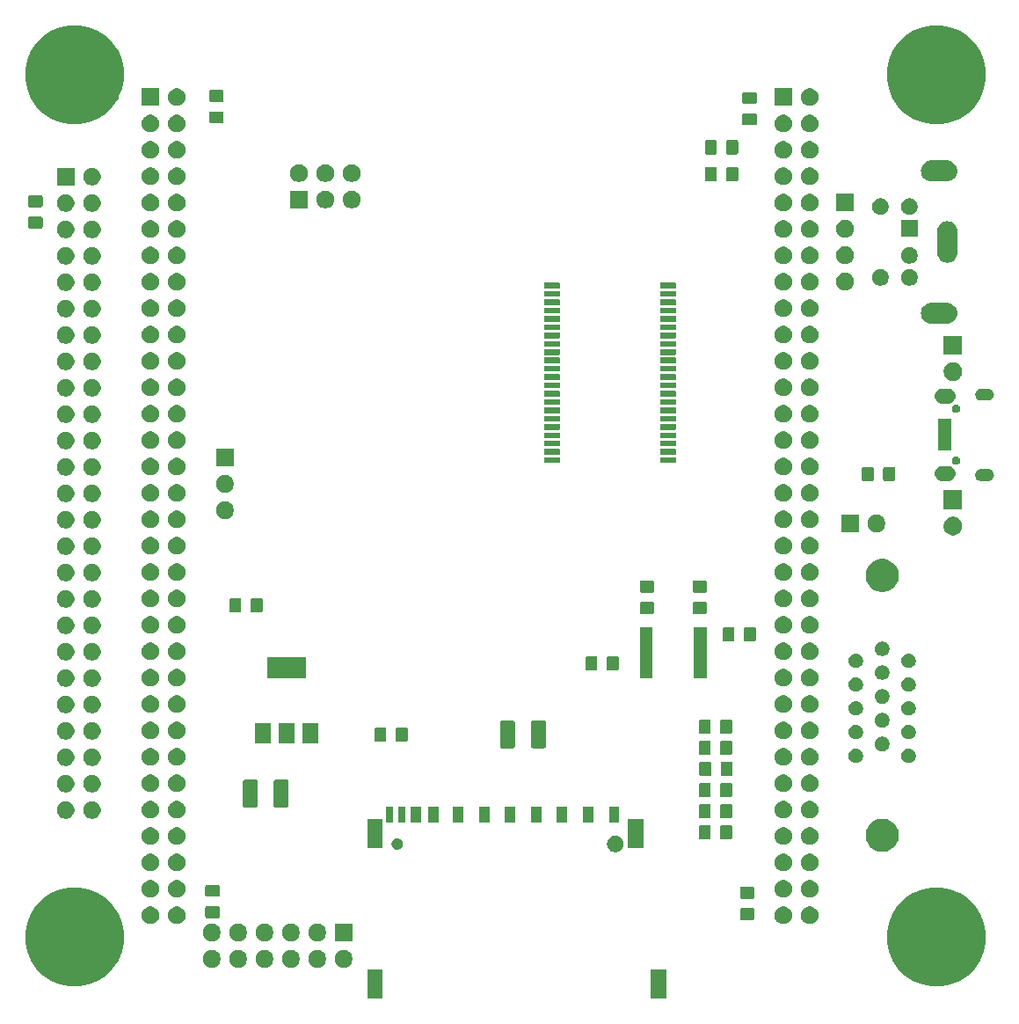
<source format=gbr>
G04 #@! TF.GenerationSoftware,KiCad,Pcbnew,(5.1.5)-3*
G04 #@! TF.CreationDate,2020-03-07T08:33:14-05:00*
G04 #@! TF.ProjectId,RETRO-EP4CE15,52455452-4f2d-4455-9034-434531352e6b,3*
G04 #@! TF.SameCoordinates,Original*
G04 #@! TF.FileFunction,Soldermask,Top*
G04 #@! TF.FilePolarity,Negative*
%FSLAX46Y46*%
G04 Gerber Fmt 4.6, Leading zero omitted, Abs format (unit mm)*
G04 Created by KiCad (PCBNEW (5.1.5)-3) date 2020-03-07 08:33:14*
%MOMM*%
%LPD*%
G04 APERTURE LIST*
%ADD10C,0.152400*%
G04 APERTURE END LIST*
D10*
G36*
X72979000Y-104943000D02*
G01*
X71479000Y-104943000D01*
X71479000Y-102143000D01*
X72979000Y-102143000D01*
X72979000Y-104943000D01*
G37*
G36*
X45679000Y-104943000D02*
G01*
X44179000Y-104943000D01*
X44179000Y-102143000D01*
X45679000Y-102143000D01*
X45679000Y-104943000D01*
G37*
G36*
X100389169Y-94420519D02*
G01*
X101229568Y-94768624D01*
X101255890Y-94779527D01*
X102035917Y-95300724D01*
X102699276Y-95964083D01*
X103220473Y-96744110D01*
X103220474Y-96744112D01*
X103579481Y-97610831D01*
X103762500Y-98530933D01*
X103762500Y-99469067D01*
X103579481Y-100389169D01*
X103253681Y-101175719D01*
X103220473Y-101255890D01*
X102699276Y-102035917D01*
X102035917Y-102699276D01*
X101255890Y-103220473D01*
X101255889Y-103220474D01*
X101255888Y-103220474D01*
X100389169Y-103579481D01*
X99469067Y-103762500D01*
X98530933Y-103762500D01*
X97610831Y-103579481D01*
X96744112Y-103220474D01*
X96744111Y-103220474D01*
X96744110Y-103220473D01*
X95964083Y-102699276D01*
X95300724Y-102035917D01*
X94779527Y-101255890D01*
X94746319Y-101175719D01*
X94420519Y-100389169D01*
X94237500Y-99469067D01*
X94237500Y-98530933D01*
X94420519Y-97610831D01*
X94779526Y-96744112D01*
X94779527Y-96744110D01*
X95300724Y-95964083D01*
X95964083Y-95300724D01*
X96744110Y-94779527D01*
X96770432Y-94768624D01*
X97610831Y-94420519D01*
X98530933Y-94237500D01*
X99469067Y-94237500D01*
X100389169Y-94420519D01*
G37*
G36*
X17389169Y-94420519D02*
G01*
X18229568Y-94768624D01*
X18255890Y-94779527D01*
X19035917Y-95300724D01*
X19699276Y-95964083D01*
X20220473Y-96744110D01*
X20220474Y-96744112D01*
X20579481Y-97610831D01*
X20762500Y-98530933D01*
X20762500Y-99469067D01*
X20579481Y-100389169D01*
X20253681Y-101175719D01*
X20220473Y-101255890D01*
X19699276Y-102035917D01*
X19035917Y-102699276D01*
X18255890Y-103220473D01*
X18255889Y-103220474D01*
X18255888Y-103220474D01*
X17389169Y-103579481D01*
X16469067Y-103762500D01*
X15530933Y-103762500D01*
X14610831Y-103579481D01*
X13744112Y-103220474D01*
X13744111Y-103220474D01*
X13744110Y-103220473D01*
X12964083Y-102699276D01*
X12300724Y-102035917D01*
X11779527Y-101255890D01*
X11746319Y-101175719D01*
X11420519Y-100389169D01*
X11237500Y-99469067D01*
X11237500Y-98530933D01*
X11420519Y-97610831D01*
X11779526Y-96744112D01*
X11779527Y-96744110D01*
X12300724Y-95964083D01*
X12964083Y-95300724D01*
X13744110Y-94779527D01*
X13770432Y-94768624D01*
X14610831Y-94420519D01*
X15530933Y-94237500D01*
X16469067Y-94237500D01*
X17389169Y-94420519D01*
G37*
G36*
X29457935Y-100274664D02*
G01*
X29612624Y-100338739D01*
X29612626Y-100338740D01*
X29751844Y-100431762D01*
X29870238Y-100550156D01*
X29963260Y-100689374D01*
X29963261Y-100689376D01*
X30027336Y-100844065D01*
X30060000Y-101008281D01*
X30060000Y-101175719D01*
X30027336Y-101339935D01*
X29963261Y-101494624D01*
X29963260Y-101494626D01*
X29870238Y-101633844D01*
X29751844Y-101752238D01*
X29612626Y-101845260D01*
X29612625Y-101845261D01*
X29612624Y-101845261D01*
X29457935Y-101909336D01*
X29293719Y-101942000D01*
X29126281Y-101942000D01*
X28962065Y-101909336D01*
X28807376Y-101845261D01*
X28807375Y-101845261D01*
X28807374Y-101845260D01*
X28668156Y-101752238D01*
X28549762Y-101633844D01*
X28456740Y-101494626D01*
X28456739Y-101494624D01*
X28392664Y-101339935D01*
X28360000Y-101175719D01*
X28360000Y-101008281D01*
X28392664Y-100844065D01*
X28456739Y-100689376D01*
X28456740Y-100689374D01*
X28549762Y-100550156D01*
X28668156Y-100431762D01*
X28807374Y-100338740D01*
X28807376Y-100338739D01*
X28962065Y-100274664D01*
X29126281Y-100242000D01*
X29293719Y-100242000D01*
X29457935Y-100274664D01*
G37*
G36*
X31997935Y-100274664D02*
G01*
X32152624Y-100338739D01*
X32152626Y-100338740D01*
X32291844Y-100431762D01*
X32410238Y-100550156D01*
X32503260Y-100689374D01*
X32503261Y-100689376D01*
X32567336Y-100844065D01*
X32600000Y-101008281D01*
X32600000Y-101175719D01*
X32567336Y-101339935D01*
X32503261Y-101494624D01*
X32503260Y-101494626D01*
X32410238Y-101633844D01*
X32291844Y-101752238D01*
X32152626Y-101845260D01*
X32152625Y-101845261D01*
X32152624Y-101845261D01*
X31997935Y-101909336D01*
X31833719Y-101942000D01*
X31666281Y-101942000D01*
X31502065Y-101909336D01*
X31347376Y-101845261D01*
X31347375Y-101845261D01*
X31347374Y-101845260D01*
X31208156Y-101752238D01*
X31089762Y-101633844D01*
X30996740Y-101494626D01*
X30996739Y-101494624D01*
X30932664Y-101339935D01*
X30900000Y-101175719D01*
X30900000Y-101008281D01*
X30932664Y-100844065D01*
X30996739Y-100689376D01*
X30996740Y-100689374D01*
X31089762Y-100550156D01*
X31208156Y-100431762D01*
X31347374Y-100338740D01*
X31347376Y-100338739D01*
X31502065Y-100274664D01*
X31666281Y-100242000D01*
X31833719Y-100242000D01*
X31997935Y-100274664D01*
G37*
G36*
X34537935Y-100274664D02*
G01*
X34692624Y-100338739D01*
X34692626Y-100338740D01*
X34831844Y-100431762D01*
X34950238Y-100550156D01*
X35043260Y-100689374D01*
X35043261Y-100689376D01*
X35107336Y-100844065D01*
X35140000Y-101008281D01*
X35140000Y-101175719D01*
X35107336Y-101339935D01*
X35043261Y-101494624D01*
X35043260Y-101494626D01*
X34950238Y-101633844D01*
X34831844Y-101752238D01*
X34692626Y-101845260D01*
X34692625Y-101845261D01*
X34692624Y-101845261D01*
X34537935Y-101909336D01*
X34373719Y-101942000D01*
X34206281Y-101942000D01*
X34042065Y-101909336D01*
X33887376Y-101845261D01*
X33887375Y-101845261D01*
X33887374Y-101845260D01*
X33748156Y-101752238D01*
X33629762Y-101633844D01*
X33536740Y-101494626D01*
X33536739Y-101494624D01*
X33472664Y-101339935D01*
X33440000Y-101175719D01*
X33440000Y-101008281D01*
X33472664Y-100844065D01*
X33536739Y-100689376D01*
X33536740Y-100689374D01*
X33629762Y-100550156D01*
X33748156Y-100431762D01*
X33887374Y-100338740D01*
X33887376Y-100338739D01*
X34042065Y-100274664D01*
X34206281Y-100242000D01*
X34373719Y-100242000D01*
X34537935Y-100274664D01*
G37*
G36*
X37077935Y-100274664D02*
G01*
X37232624Y-100338739D01*
X37232626Y-100338740D01*
X37371844Y-100431762D01*
X37490238Y-100550156D01*
X37583260Y-100689374D01*
X37583261Y-100689376D01*
X37647336Y-100844065D01*
X37680000Y-101008281D01*
X37680000Y-101175719D01*
X37647336Y-101339935D01*
X37583261Y-101494624D01*
X37583260Y-101494626D01*
X37490238Y-101633844D01*
X37371844Y-101752238D01*
X37232626Y-101845260D01*
X37232625Y-101845261D01*
X37232624Y-101845261D01*
X37077935Y-101909336D01*
X36913719Y-101942000D01*
X36746281Y-101942000D01*
X36582065Y-101909336D01*
X36427376Y-101845261D01*
X36427375Y-101845261D01*
X36427374Y-101845260D01*
X36288156Y-101752238D01*
X36169762Y-101633844D01*
X36076740Y-101494626D01*
X36076739Y-101494624D01*
X36012664Y-101339935D01*
X35980000Y-101175719D01*
X35980000Y-101008281D01*
X36012664Y-100844065D01*
X36076739Y-100689376D01*
X36076740Y-100689374D01*
X36169762Y-100550156D01*
X36288156Y-100431762D01*
X36427374Y-100338740D01*
X36427376Y-100338739D01*
X36582065Y-100274664D01*
X36746281Y-100242000D01*
X36913719Y-100242000D01*
X37077935Y-100274664D01*
G37*
G36*
X42157935Y-100274664D02*
G01*
X42312624Y-100338739D01*
X42312626Y-100338740D01*
X42451844Y-100431762D01*
X42570238Y-100550156D01*
X42663260Y-100689374D01*
X42663261Y-100689376D01*
X42727336Y-100844065D01*
X42760000Y-101008281D01*
X42760000Y-101175719D01*
X42727336Y-101339935D01*
X42663261Y-101494624D01*
X42663260Y-101494626D01*
X42570238Y-101633844D01*
X42451844Y-101752238D01*
X42312626Y-101845260D01*
X42312625Y-101845261D01*
X42312624Y-101845261D01*
X42157935Y-101909336D01*
X41993719Y-101942000D01*
X41826281Y-101942000D01*
X41662065Y-101909336D01*
X41507376Y-101845261D01*
X41507375Y-101845261D01*
X41507374Y-101845260D01*
X41368156Y-101752238D01*
X41249762Y-101633844D01*
X41156740Y-101494626D01*
X41156739Y-101494624D01*
X41092664Y-101339935D01*
X41060000Y-101175719D01*
X41060000Y-101008281D01*
X41092664Y-100844065D01*
X41156739Y-100689376D01*
X41156740Y-100689374D01*
X41249762Y-100550156D01*
X41368156Y-100431762D01*
X41507374Y-100338740D01*
X41507376Y-100338739D01*
X41662065Y-100274664D01*
X41826281Y-100242000D01*
X41993719Y-100242000D01*
X42157935Y-100274664D01*
G37*
G36*
X39617935Y-100274664D02*
G01*
X39772624Y-100338739D01*
X39772626Y-100338740D01*
X39911844Y-100431762D01*
X40030238Y-100550156D01*
X40123260Y-100689374D01*
X40123261Y-100689376D01*
X40187336Y-100844065D01*
X40220000Y-101008281D01*
X40220000Y-101175719D01*
X40187336Y-101339935D01*
X40123261Y-101494624D01*
X40123260Y-101494626D01*
X40030238Y-101633844D01*
X39911844Y-101752238D01*
X39772626Y-101845260D01*
X39772625Y-101845261D01*
X39772624Y-101845261D01*
X39617935Y-101909336D01*
X39453719Y-101942000D01*
X39286281Y-101942000D01*
X39122065Y-101909336D01*
X38967376Y-101845261D01*
X38967375Y-101845261D01*
X38967374Y-101845260D01*
X38828156Y-101752238D01*
X38709762Y-101633844D01*
X38616740Y-101494626D01*
X38616739Y-101494624D01*
X38552664Y-101339935D01*
X38520000Y-101175719D01*
X38520000Y-101008281D01*
X38552664Y-100844065D01*
X38616739Y-100689376D01*
X38616740Y-100689374D01*
X38709762Y-100550156D01*
X38828156Y-100431762D01*
X38967374Y-100338740D01*
X38967376Y-100338739D01*
X39122065Y-100274664D01*
X39286281Y-100242000D01*
X39453719Y-100242000D01*
X39617935Y-100274664D01*
G37*
G36*
X37077935Y-97734664D02*
G01*
X37232624Y-97798739D01*
X37232626Y-97798740D01*
X37371844Y-97891762D01*
X37490238Y-98010156D01*
X37583260Y-98149374D01*
X37583261Y-98149376D01*
X37647336Y-98304065D01*
X37680000Y-98468281D01*
X37680000Y-98635719D01*
X37647336Y-98799935D01*
X37583261Y-98954624D01*
X37583260Y-98954626D01*
X37490238Y-99093844D01*
X37371844Y-99212238D01*
X37232626Y-99305260D01*
X37232625Y-99305261D01*
X37232624Y-99305261D01*
X37077935Y-99369336D01*
X36913719Y-99402000D01*
X36746281Y-99402000D01*
X36582065Y-99369336D01*
X36427376Y-99305261D01*
X36427375Y-99305261D01*
X36427374Y-99305260D01*
X36288156Y-99212238D01*
X36169762Y-99093844D01*
X36076740Y-98954626D01*
X36076739Y-98954624D01*
X36012664Y-98799935D01*
X35980000Y-98635719D01*
X35980000Y-98468281D01*
X36012664Y-98304065D01*
X36076739Y-98149376D01*
X36076740Y-98149374D01*
X36169762Y-98010156D01*
X36288156Y-97891762D01*
X36427374Y-97798740D01*
X36427376Y-97798739D01*
X36582065Y-97734664D01*
X36746281Y-97702000D01*
X36913719Y-97702000D01*
X37077935Y-97734664D01*
G37*
G36*
X39617935Y-97734664D02*
G01*
X39772624Y-97798739D01*
X39772626Y-97798740D01*
X39911844Y-97891762D01*
X40030238Y-98010156D01*
X40123260Y-98149374D01*
X40123261Y-98149376D01*
X40187336Y-98304065D01*
X40220000Y-98468281D01*
X40220000Y-98635719D01*
X40187336Y-98799935D01*
X40123261Y-98954624D01*
X40123260Y-98954626D01*
X40030238Y-99093844D01*
X39911844Y-99212238D01*
X39772626Y-99305260D01*
X39772625Y-99305261D01*
X39772624Y-99305261D01*
X39617935Y-99369336D01*
X39453719Y-99402000D01*
X39286281Y-99402000D01*
X39122065Y-99369336D01*
X38967376Y-99305261D01*
X38967375Y-99305261D01*
X38967374Y-99305260D01*
X38828156Y-99212238D01*
X38709762Y-99093844D01*
X38616740Y-98954626D01*
X38616739Y-98954624D01*
X38552664Y-98799935D01*
X38520000Y-98635719D01*
X38520000Y-98468281D01*
X38552664Y-98304065D01*
X38616739Y-98149376D01*
X38616740Y-98149374D01*
X38709762Y-98010156D01*
X38828156Y-97891762D01*
X38967374Y-97798740D01*
X38967376Y-97798739D01*
X39122065Y-97734664D01*
X39286281Y-97702000D01*
X39453719Y-97702000D01*
X39617935Y-97734664D01*
G37*
G36*
X34537935Y-97734664D02*
G01*
X34692624Y-97798739D01*
X34692626Y-97798740D01*
X34831844Y-97891762D01*
X34950238Y-98010156D01*
X35043260Y-98149374D01*
X35043261Y-98149376D01*
X35107336Y-98304065D01*
X35140000Y-98468281D01*
X35140000Y-98635719D01*
X35107336Y-98799935D01*
X35043261Y-98954624D01*
X35043260Y-98954626D01*
X34950238Y-99093844D01*
X34831844Y-99212238D01*
X34692626Y-99305260D01*
X34692625Y-99305261D01*
X34692624Y-99305261D01*
X34537935Y-99369336D01*
X34373719Y-99402000D01*
X34206281Y-99402000D01*
X34042065Y-99369336D01*
X33887376Y-99305261D01*
X33887375Y-99305261D01*
X33887374Y-99305260D01*
X33748156Y-99212238D01*
X33629762Y-99093844D01*
X33536740Y-98954626D01*
X33536739Y-98954624D01*
X33472664Y-98799935D01*
X33440000Y-98635719D01*
X33440000Y-98468281D01*
X33472664Y-98304065D01*
X33536739Y-98149376D01*
X33536740Y-98149374D01*
X33629762Y-98010156D01*
X33748156Y-97891762D01*
X33887374Y-97798740D01*
X33887376Y-97798739D01*
X34042065Y-97734664D01*
X34206281Y-97702000D01*
X34373719Y-97702000D01*
X34537935Y-97734664D01*
G37*
G36*
X31997935Y-97734664D02*
G01*
X32152624Y-97798739D01*
X32152626Y-97798740D01*
X32291844Y-97891762D01*
X32410238Y-98010156D01*
X32503260Y-98149374D01*
X32503261Y-98149376D01*
X32567336Y-98304065D01*
X32600000Y-98468281D01*
X32600000Y-98635719D01*
X32567336Y-98799935D01*
X32503261Y-98954624D01*
X32503260Y-98954626D01*
X32410238Y-99093844D01*
X32291844Y-99212238D01*
X32152626Y-99305260D01*
X32152625Y-99305261D01*
X32152624Y-99305261D01*
X31997935Y-99369336D01*
X31833719Y-99402000D01*
X31666281Y-99402000D01*
X31502065Y-99369336D01*
X31347376Y-99305261D01*
X31347375Y-99305261D01*
X31347374Y-99305260D01*
X31208156Y-99212238D01*
X31089762Y-99093844D01*
X30996740Y-98954626D01*
X30996739Y-98954624D01*
X30932664Y-98799935D01*
X30900000Y-98635719D01*
X30900000Y-98468281D01*
X30932664Y-98304065D01*
X30996739Y-98149376D01*
X30996740Y-98149374D01*
X31089762Y-98010156D01*
X31208156Y-97891762D01*
X31347374Y-97798740D01*
X31347376Y-97798739D01*
X31502065Y-97734664D01*
X31666281Y-97702000D01*
X31833719Y-97702000D01*
X31997935Y-97734664D01*
G37*
G36*
X29457935Y-97734664D02*
G01*
X29612624Y-97798739D01*
X29612626Y-97798740D01*
X29751844Y-97891762D01*
X29870238Y-98010156D01*
X29963260Y-98149374D01*
X29963261Y-98149376D01*
X30027336Y-98304065D01*
X30060000Y-98468281D01*
X30060000Y-98635719D01*
X30027336Y-98799935D01*
X29963261Y-98954624D01*
X29963260Y-98954626D01*
X29870238Y-99093844D01*
X29751844Y-99212238D01*
X29612626Y-99305260D01*
X29612625Y-99305261D01*
X29612624Y-99305261D01*
X29457935Y-99369336D01*
X29293719Y-99402000D01*
X29126281Y-99402000D01*
X28962065Y-99369336D01*
X28807376Y-99305261D01*
X28807375Y-99305261D01*
X28807374Y-99305260D01*
X28668156Y-99212238D01*
X28549762Y-99093844D01*
X28456740Y-98954626D01*
X28456739Y-98954624D01*
X28392664Y-98799935D01*
X28360000Y-98635719D01*
X28360000Y-98468281D01*
X28392664Y-98304065D01*
X28456739Y-98149376D01*
X28456740Y-98149374D01*
X28549762Y-98010156D01*
X28668156Y-97891762D01*
X28807374Y-97798740D01*
X28807376Y-97798739D01*
X28962065Y-97734664D01*
X29126281Y-97702000D01*
X29293719Y-97702000D01*
X29457935Y-97734664D01*
G37*
G36*
X42760000Y-99402000D02*
G01*
X41060000Y-99402000D01*
X41060000Y-97702000D01*
X42760000Y-97702000D01*
X42760000Y-99402000D01*
G37*
G36*
X87037935Y-96088664D02*
G01*
X87192624Y-96152739D01*
X87192626Y-96152740D01*
X87331844Y-96245762D01*
X87450238Y-96364156D01*
X87543260Y-96503374D01*
X87543261Y-96503376D01*
X87607336Y-96658065D01*
X87640000Y-96822281D01*
X87640000Y-96989719D01*
X87607336Y-97153935D01*
X87586734Y-97203671D01*
X87543260Y-97308626D01*
X87450238Y-97447844D01*
X87331844Y-97566238D01*
X87192626Y-97659260D01*
X87192625Y-97659261D01*
X87192624Y-97659261D01*
X87037935Y-97723336D01*
X86873719Y-97756000D01*
X86706281Y-97756000D01*
X86542065Y-97723336D01*
X86387376Y-97659261D01*
X86387375Y-97659261D01*
X86387374Y-97659260D01*
X86248156Y-97566238D01*
X86129762Y-97447844D01*
X86036740Y-97308626D01*
X85993266Y-97203671D01*
X85972664Y-97153935D01*
X85940000Y-96989719D01*
X85940000Y-96822281D01*
X85972664Y-96658065D01*
X86036739Y-96503376D01*
X86036740Y-96503374D01*
X86129762Y-96364156D01*
X86248156Y-96245762D01*
X86387374Y-96152740D01*
X86387376Y-96152739D01*
X86542065Y-96088664D01*
X86706281Y-96056000D01*
X86873719Y-96056000D01*
X87037935Y-96088664D01*
G37*
G36*
X84497935Y-96088664D02*
G01*
X84652624Y-96152739D01*
X84652626Y-96152740D01*
X84791844Y-96245762D01*
X84910238Y-96364156D01*
X85003260Y-96503374D01*
X85003261Y-96503376D01*
X85067336Y-96658065D01*
X85100000Y-96822281D01*
X85100000Y-96989719D01*
X85067336Y-97153935D01*
X85046734Y-97203671D01*
X85003260Y-97308626D01*
X84910238Y-97447844D01*
X84791844Y-97566238D01*
X84652626Y-97659260D01*
X84652625Y-97659261D01*
X84652624Y-97659261D01*
X84497935Y-97723336D01*
X84333719Y-97756000D01*
X84166281Y-97756000D01*
X84002065Y-97723336D01*
X83847376Y-97659261D01*
X83847375Y-97659261D01*
X83847374Y-97659260D01*
X83708156Y-97566238D01*
X83589762Y-97447844D01*
X83496740Y-97308626D01*
X83453266Y-97203671D01*
X83432664Y-97153935D01*
X83400000Y-96989719D01*
X83400000Y-96822281D01*
X83432664Y-96658065D01*
X83496739Y-96503376D01*
X83496740Y-96503374D01*
X83589762Y-96364156D01*
X83708156Y-96245762D01*
X83847374Y-96152740D01*
X83847376Y-96152739D01*
X84002065Y-96088664D01*
X84166281Y-96056000D01*
X84333719Y-96056000D01*
X84497935Y-96088664D01*
G37*
G36*
X26097935Y-96088664D02*
G01*
X26252624Y-96152739D01*
X26252626Y-96152740D01*
X26391844Y-96245762D01*
X26510238Y-96364156D01*
X26603260Y-96503374D01*
X26603261Y-96503376D01*
X26667336Y-96658065D01*
X26700000Y-96822281D01*
X26700000Y-96989719D01*
X26667336Y-97153935D01*
X26646734Y-97203671D01*
X26603260Y-97308626D01*
X26510238Y-97447844D01*
X26391844Y-97566238D01*
X26252626Y-97659260D01*
X26252625Y-97659261D01*
X26252624Y-97659261D01*
X26097935Y-97723336D01*
X25933719Y-97756000D01*
X25766281Y-97756000D01*
X25602065Y-97723336D01*
X25447376Y-97659261D01*
X25447375Y-97659261D01*
X25447374Y-97659260D01*
X25308156Y-97566238D01*
X25189762Y-97447844D01*
X25096740Y-97308626D01*
X25053266Y-97203671D01*
X25032664Y-97153935D01*
X25000000Y-96989719D01*
X25000000Y-96822281D01*
X25032664Y-96658065D01*
X25096739Y-96503376D01*
X25096740Y-96503374D01*
X25189762Y-96364156D01*
X25308156Y-96245762D01*
X25447374Y-96152740D01*
X25447376Y-96152739D01*
X25602065Y-96088664D01*
X25766281Y-96056000D01*
X25933719Y-96056000D01*
X26097935Y-96088664D01*
G37*
G36*
X23557935Y-96088664D02*
G01*
X23712624Y-96152739D01*
X23712626Y-96152740D01*
X23851844Y-96245762D01*
X23970238Y-96364156D01*
X24063260Y-96503374D01*
X24063261Y-96503376D01*
X24127336Y-96658065D01*
X24160000Y-96822281D01*
X24160000Y-96989719D01*
X24127336Y-97153935D01*
X24106734Y-97203671D01*
X24063260Y-97308626D01*
X23970238Y-97447844D01*
X23851844Y-97566238D01*
X23712626Y-97659260D01*
X23712625Y-97659261D01*
X23712624Y-97659261D01*
X23557935Y-97723336D01*
X23393719Y-97756000D01*
X23226281Y-97756000D01*
X23062065Y-97723336D01*
X22907376Y-97659261D01*
X22907375Y-97659261D01*
X22907374Y-97659260D01*
X22768156Y-97566238D01*
X22649762Y-97447844D01*
X22556740Y-97308626D01*
X22513266Y-97203671D01*
X22492664Y-97153935D01*
X22460000Y-96989719D01*
X22460000Y-96822281D01*
X22492664Y-96658065D01*
X22556739Y-96503376D01*
X22556740Y-96503374D01*
X22649762Y-96364156D01*
X22768156Y-96245762D01*
X22907374Y-96152740D01*
X22907376Y-96152739D01*
X23062065Y-96088664D01*
X23226281Y-96056000D01*
X23393719Y-96056000D01*
X23557935Y-96088664D01*
G37*
G36*
X81327522Y-96212039D02*
G01*
X81361057Y-96222212D01*
X81391956Y-96238728D01*
X81419043Y-96260957D01*
X81441272Y-96288044D01*
X81457788Y-96318943D01*
X81467961Y-96352478D01*
X81472000Y-96393487D01*
X81472000Y-97172513D01*
X81467961Y-97213522D01*
X81457788Y-97247057D01*
X81441272Y-97277956D01*
X81419043Y-97305043D01*
X81391956Y-97327272D01*
X81361057Y-97343788D01*
X81327522Y-97353961D01*
X81286513Y-97358000D01*
X80257487Y-97358000D01*
X80216478Y-97353961D01*
X80182943Y-97343788D01*
X80152044Y-97327272D01*
X80124957Y-97305043D01*
X80102728Y-97277956D01*
X80086212Y-97247057D01*
X80076039Y-97213522D01*
X80072000Y-97172513D01*
X80072000Y-96393487D01*
X80076039Y-96352478D01*
X80086212Y-96318943D01*
X80102728Y-96288044D01*
X80124957Y-96260957D01*
X80152044Y-96238728D01*
X80182943Y-96222212D01*
X80216478Y-96212039D01*
X80257487Y-96208000D01*
X81286513Y-96208000D01*
X81327522Y-96212039D01*
G37*
G36*
X29841722Y-96034239D02*
G01*
X29875257Y-96044412D01*
X29906156Y-96060928D01*
X29933243Y-96083157D01*
X29955472Y-96110244D01*
X29971988Y-96141143D01*
X29982161Y-96174678D01*
X29986200Y-96215687D01*
X29986200Y-96994713D01*
X29982161Y-97035722D01*
X29971988Y-97069257D01*
X29955472Y-97100156D01*
X29933243Y-97127243D01*
X29906156Y-97149472D01*
X29875257Y-97165988D01*
X29841722Y-97176161D01*
X29800713Y-97180200D01*
X28771687Y-97180200D01*
X28730678Y-97176161D01*
X28697143Y-97165988D01*
X28666244Y-97149472D01*
X28639157Y-97127243D01*
X28616928Y-97100156D01*
X28600412Y-97069257D01*
X28590239Y-97035722D01*
X28586200Y-96994713D01*
X28586200Y-96215687D01*
X28590239Y-96174678D01*
X28600412Y-96141143D01*
X28616928Y-96110244D01*
X28639157Y-96083157D01*
X28666244Y-96060928D01*
X28697143Y-96044412D01*
X28730678Y-96034239D01*
X28771687Y-96030200D01*
X29800713Y-96030200D01*
X29841722Y-96034239D01*
G37*
G36*
X81327522Y-94162039D02*
G01*
X81361057Y-94172212D01*
X81391956Y-94188728D01*
X81419043Y-94210957D01*
X81441272Y-94238044D01*
X81457788Y-94268943D01*
X81467961Y-94302478D01*
X81472000Y-94343487D01*
X81472000Y-95122513D01*
X81467961Y-95163522D01*
X81457788Y-95197057D01*
X81441272Y-95227956D01*
X81419043Y-95255043D01*
X81391956Y-95277272D01*
X81361057Y-95293788D01*
X81327522Y-95303961D01*
X81286513Y-95308000D01*
X80257487Y-95308000D01*
X80216478Y-95303961D01*
X80182943Y-95293788D01*
X80152044Y-95277272D01*
X80124957Y-95255043D01*
X80102728Y-95227956D01*
X80086212Y-95197057D01*
X80076039Y-95163522D01*
X80072000Y-95122513D01*
X80072000Y-94343487D01*
X80076039Y-94302478D01*
X80086212Y-94268943D01*
X80102728Y-94238044D01*
X80124957Y-94210957D01*
X80152044Y-94188728D01*
X80182943Y-94172212D01*
X80216478Y-94162039D01*
X80257487Y-94158000D01*
X81286513Y-94158000D01*
X81327522Y-94162039D01*
G37*
G36*
X23557935Y-93548664D02*
G01*
X23712624Y-93612739D01*
X23712626Y-93612740D01*
X23851844Y-93705762D01*
X23970238Y-93824156D01*
X24063260Y-93963374D01*
X24063261Y-93963376D01*
X24127336Y-94118065D01*
X24160000Y-94282281D01*
X24160000Y-94449719D01*
X24127336Y-94613935D01*
X24063261Y-94768624D01*
X24063260Y-94768626D01*
X23970238Y-94907844D01*
X23851844Y-95026238D01*
X23712626Y-95119260D01*
X23712625Y-95119261D01*
X23712624Y-95119261D01*
X23557935Y-95183336D01*
X23393719Y-95216000D01*
X23226281Y-95216000D01*
X23062065Y-95183336D01*
X22907376Y-95119261D01*
X22907375Y-95119261D01*
X22907374Y-95119260D01*
X22768156Y-95026238D01*
X22649762Y-94907844D01*
X22556740Y-94768626D01*
X22556739Y-94768624D01*
X22492664Y-94613935D01*
X22460000Y-94449719D01*
X22460000Y-94282281D01*
X22492664Y-94118065D01*
X22556739Y-93963376D01*
X22556740Y-93963374D01*
X22649762Y-93824156D01*
X22768156Y-93705762D01*
X22907374Y-93612740D01*
X22907376Y-93612739D01*
X23062065Y-93548664D01*
X23226281Y-93516000D01*
X23393719Y-93516000D01*
X23557935Y-93548664D01*
G37*
G36*
X26097935Y-93548664D02*
G01*
X26252624Y-93612739D01*
X26252626Y-93612740D01*
X26391844Y-93705762D01*
X26510238Y-93824156D01*
X26603260Y-93963374D01*
X26603261Y-93963376D01*
X26667336Y-94118065D01*
X26700000Y-94282281D01*
X26700000Y-94449719D01*
X26667336Y-94613935D01*
X26603261Y-94768624D01*
X26603260Y-94768626D01*
X26510238Y-94907844D01*
X26391844Y-95026238D01*
X26252626Y-95119260D01*
X26252625Y-95119261D01*
X26252624Y-95119261D01*
X26097935Y-95183336D01*
X25933719Y-95216000D01*
X25766281Y-95216000D01*
X25602065Y-95183336D01*
X25447376Y-95119261D01*
X25447375Y-95119261D01*
X25447374Y-95119260D01*
X25308156Y-95026238D01*
X25189762Y-94907844D01*
X25096740Y-94768626D01*
X25096739Y-94768624D01*
X25032664Y-94613935D01*
X25000000Y-94449719D01*
X25000000Y-94282281D01*
X25032664Y-94118065D01*
X25096739Y-93963376D01*
X25096740Y-93963374D01*
X25189762Y-93824156D01*
X25308156Y-93705762D01*
X25447374Y-93612740D01*
X25447376Y-93612739D01*
X25602065Y-93548664D01*
X25766281Y-93516000D01*
X25933719Y-93516000D01*
X26097935Y-93548664D01*
G37*
G36*
X87037935Y-93548664D02*
G01*
X87192624Y-93612739D01*
X87192626Y-93612740D01*
X87331844Y-93705762D01*
X87450238Y-93824156D01*
X87543260Y-93963374D01*
X87543261Y-93963376D01*
X87607336Y-94118065D01*
X87640000Y-94282281D01*
X87640000Y-94449719D01*
X87607336Y-94613935D01*
X87543261Y-94768624D01*
X87543260Y-94768626D01*
X87450238Y-94907844D01*
X87331844Y-95026238D01*
X87192626Y-95119260D01*
X87192625Y-95119261D01*
X87192624Y-95119261D01*
X87037935Y-95183336D01*
X86873719Y-95216000D01*
X86706281Y-95216000D01*
X86542065Y-95183336D01*
X86387376Y-95119261D01*
X86387375Y-95119261D01*
X86387374Y-95119260D01*
X86248156Y-95026238D01*
X86129762Y-94907844D01*
X86036740Y-94768626D01*
X86036739Y-94768624D01*
X85972664Y-94613935D01*
X85940000Y-94449719D01*
X85940000Y-94282281D01*
X85972664Y-94118065D01*
X86036739Y-93963376D01*
X86036740Y-93963374D01*
X86129762Y-93824156D01*
X86248156Y-93705762D01*
X86387374Y-93612740D01*
X86387376Y-93612739D01*
X86542065Y-93548664D01*
X86706281Y-93516000D01*
X86873719Y-93516000D01*
X87037935Y-93548664D01*
G37*
G36*
X84497935Y-93548664D02*
G01*
X84652624Y-93612739D01*
X84652626Y-93612740D01*
X84791844Y-93705762D01*
X84910238Y-93824156D01*
X85003260Y-93963374D01*
X85003261Y-93963376D01*
X85067336Y-94118065D01*
X85100000Y-94282281D01*
X85100000Y-94449719D01*
X85067336Y-94613935D01*
X85003261Y-94768624D01*
X85003260Y-94768626D01*
X84910238Y-94907844D01*
X84791844Y-95026238D01*
X84652626Y-95119260D01*
X84652625Y-95119261D01*
X84652624Y-95119261D01*
X84497935Y-95183336D01*
X84333719Y-95216000D01*
X84166281Y-95216000D01*
X84002065Y-95183336D01*
X83847376Y-95119261D01*
X83847375Y-95119261D01*
X83847374Y-95119260D01*
X83708156Y-95026238D01*
X83589762Y-94907844D01*
X83496740Y-94768626D01*
X83496739Y-94768624D01*
X83432664Y-94613935D01*
X83400000Y-94449719D01*
X83400000Y-94282281D01*
X83432664Y-94118065D01*
X83496739Y-93963376D01*
X83496740Y-93963374D01*
X83589762Y-93824156D01*
X83708156Y-93705762D01*
X83847374Y-93612740D01*
X83847376Y-93612739D01*
X84002065Y-93548664D01*
X84166281Y-93516000D01*
X84333719Y-93516000D01*
X84497935Y-93548664D01*
G37*
G36*
X29841722Y-93984239D02*
G01*
X29875257Y-93994412D01*
X29906156Y-94010928D01*
X29933243Y-94033157D01*
X29955472Y-94060244D01*
X29971988Y-94091143D01*
X29982161Y-94124678D01*
X29986200Y-94165687D01*
X29986200Y-94944713D01*
X29982161Y-94985722D01*
X29971988Y-95019257D01*
X29955472Y-95050156D01*
X29933243Y-95077243D01*
X29906156Y-95099472D01*
X29875257Y-95115988D01*
X29841722Y-95126161D01*
X29800713Y-95130200D01*
X28771687Y-95130200D01*
X28730678Y-95126161D01*
X28697143Y-95115988D01*
X28666244Y-95099472D01*
X28639157Y-95077243D01*
X28616928Y-95050156D01*
X28600412Y-95019257D01*
X28590239Y-94985722D01*
X28586200Y-94944713D01*
X28586200Y-94165687D01*
X28590239Y-94124678D01*
X28600412Y-94091143D01*
X28616928Y-94060244D01*
X28639157Y-94033157D01*
X28666244Y-94010928D01*
X28697143Y-93994412D01*
X28730678Y-93984239D01*
X28771687Y-93980200D01*
X29800713Y-93980200D01*
X29841722Y-93984239D01*
G37*
G36*
X84497935Y-91008664D02*
G01*
X84652624Y-91072739D01*
X84652626Y-91072740D01*
X84791844Y-91165762D01*
X84910238Y-91284156D01*
X85003260Y-91423374D01*
X85003261Y-91423376D01*
X85067336Y-91578065D01*
X85100000Y-91742281D01*
X85100000Y-91909719D01*
X85067336Y-92073935D01*
X85003261Y-92228624D01*
X85003260Y-92228626D01*
X84910238Y-92367844D01*
X84791844Y-92486238D01*
X84652626Y-92579260D01*
X84652625Y-92579261D01*
X84652624Y-92579261D01*
X84497935Y-92643336D01*
X84333719Y-92676000D01*
X84166281Y-92676000D01*
X84002065Y-92643336D01*
X83847376Y-92579261D01*
X83847375Y-92579261D01*
X83847374Y-92579260D01*
X83708156Y-92486238D01*
X83589762Y-92367844D01*
X83496740Y-92228626D01*
X83496739Y-92228624D01*
X83432664Y-92073935D01*
X83400000Y-91909719D01*
X83400000Y-91742281D01*
X83432664Y-91578065D01*
X83496739Y-91423376D01*
X83496740Y-91423374D01*
X83589762Y-91284156D01*
X83708156Y-91165762D01*
X83847374Y-91072740D01*
X83847376Y-91072739D01*
X84002065Y-91008664D01*
X84166281Y-90976000D01*
X84333719Y-90976000D01*
X84497935Y-91008664D01*
G37*
G36*
X87037935Y-91008664D02*
G01*
X87192624Y-91072739D01*
X87192626Y-91072740D01*
X87331844Y-91165762D01*
X87450238Y-91284156D01*
X87543260Y-91423374D01*
X87543261Y-91423376D01*
X87607336Y-91578065D01*
X87640000Y-91742281D01*
X87640000Y-91909719D01*
X87607336Y-92073935D01*
X87543261Y-92228624D01*
X87543260Y-92228626D01*
X87450238Y-92367844D01*
X87331844Y-92486238D01*
X87192626Y-92579260D01*
X87192625Y-92579261D01*
X87192624Y-92579261D01*
X87037935Y-92643336D01*
X86873719Y-92676000D01*
X86706281Y-92676000D01*
X86542065Y-92643336D01*
X86387376Y-92579261D01*
X86387375Y-92579261D01*
X86387374Y-92579260D01*
X86248156Y-92486238D01*
X86129762Y-92367844D01*
X86036740Y-92228626D01*
X86036739Y-92228624D01*
X85972664Y-92073935D01*
X85940000Y-91909719D01*
X85940000Y-91742281D01*
X85972664Y-91578065D01*
X86036739Y-91423376D01*
X86036740Y-91423374D01*
X86129762Y-91284156D01*
X86248156Y-91165762D01*
X86387374Y-91072740D01*
X86387376Y-91072739D01*
X86542065Y-91008664D01*
X86706281Y-90976000D01*
X86873719Y-90976000D01*
X87037935Y-91008664D01*
G37*
G36*
X26097935Y-91008664D02*
G01*
X26252624Y-91072739D01*
X26252626Y-91072740D01*
X26391844Y-91165762D01*
X26510238Y-91284156D01*
X26603260Y-91423374D01*
X26603261Y-91423376D01*
X26667336Y-91578065D01*
X26700000Y-91742281D01*
X26700000Y-91909719D01*
X26667336Y-92073935D01*
X26603261Y-92228624D01*
X26603260Y-92228626D01*
X26510238Y-92367844D01*
X26391844Y-92486238D01*
X26252626Y-92579260D01*
X26252625Y-92579261D01*
X26252624Y-92579261D01*
X26097935Y-92643336D01*
X25933719Y-92676000D01*
X25766281Y-92676000D01*
X25602065Y-92643336D01*
X25447376Y-92579261D01*
X25447375Y-92579261D01*
X25447374Y-92579260D01*
X25308156Y-92486238D01*
X25189762Y-92367844D01*
X25096740Y-92228626D01*
X25096739Y-92228624D01*
X25032664Y-92073935D01*
X25000000Y-91909719D01*
X25000000Y-91742281D01*
X25032664Y-91578065D01*
X25096739Y-91423376D01*
X25096740Y-91423374D01*
X25189762Y-91284156D01*
X25308156Y-91165762D01*
X25447374Y-91072740D01*
X25447376Y-91072739D01*
X25602065Y-91008664D01*
X25766281Y-90976000D01*
X25933719Y-90976000D01*
X26097935Y-91008664D01*
G37*
G36*
X23557935Y-91008664D02*
G01*
X23712624Y-91072739D01*
X23712626Y-91072740D01*
X23851844Y-91165762D01*
X23970238Y-91284156D01*
X24063260Y-91423374D01*
X24063261Y-91423376D01*
X24127336Y-91578065D01*
X24160000Y-91742281D01*
X24160000Y-91909719D01*
X24127336Y-92073935D01*
X24063261Y-92228624D01*
X24063260Y-92228626D01*
X23970238Y-92367844D01*
X23851844Y-92486238D01*
X23712626Y-92579260D01*
X23712625Y-92579261D01*
X23712624Y-92579261D01*
X23557935Y-92643336D01*
X23393719Y-92676000D01*
X23226281Y-92676000D01*
X23062065Y-92643336D01*
X22907376Y-92579261D01*
X22907375Y-92579261D01*
X22907374Y-92579260D01*
X22768156Y-92486238D01*
X22649762Y-92367844D01*
X22556740Y-92228626D01*
X22556739Y-92228624D01*
X22492664Y-92073935D01*
X22460000Y-91909719D01*
X22460000Y-91742281D01*
X22492664Y-91578065D01*
X22556739Y-91423376D01*
X22556740Y-91423374D01*
X22649762Y-91284156D01*
X22768156Y-91165762D01*
X22907374Y-91072740D01*
X22907376Y-91072739D01*
X23062065Y-91008664D01*
X23226281Y-90976000D01*
X23393719Y-90976000D01*
X23557935Y-91008664D01*
G37*
G36*
X68312351Y-89273743D02*
G01*
X68457941Y-89334048D01*
X68588970Y-89421599D01*
X68700401Y-89533030D01*
X68787952Y-89664059D01*
X68848257Y-89809649D01*
X68879000Y-89964206D01*
X68879000Y-90121794D01*
X68848257Y-90276351D01*
X68787952Y-90421941D01*
X68700401Y-90552970D01*
X68588970Y-90664401D01*
X68457941Y-90751952D01*
X68312351Y-90812257D01*
X68157794Y-90843000D01*
X68000206Y-90843000D01*
X67845649Y-90812257D01*
X67700059Y-90751952D01*
X67569030Y-90664401D01*
X67457599Y-90552970D01*
X67370048Y-90421941D01*
X67309743Y-90276351D01*
X67279000Y-90121794D01*
X67279000Y-89964206D01*
X67309743Y-89809649D01*
X67370048Y-89664059D01*
X67457599Y-89533030D01*
X67569030Y-89421599D01*
X67700059Y-89334048D01*
X67845649Y-89273743D01*
X68000206Y-89243000D01*
X68157794Y-89243000D01*
X68312351Y-89273743D01*
G37*
G36*
X94246043Y-87663746D02*
G01*
X94537223Y-87784357D01*
X94799280Y-87959458D01*
X95022142Y-88182320D01*
X95197243Y-88444377D01*
X95317854Y-88735557D01*
X95379340Y-89044672D01*
X95379340Y-89359848D01*
X95317854Y-89668963D01*
X95197243Y-89960143D01*
X95022142Y-90222200D01*
X94799280Y-90445062D01*
X94537223Y-90620163D01*
X94246043Y-90740774D01*
X93936928Y-90802260D01*
X93621752Y-90802260D01*
X93312637Y-90740774D01*
X93021457Y-90620163D01*
X92759400Y-90445062D01*
X92536538Y-90222200D01*
X92361437Y-89960143D01*
X92240826Y-89668963D01*
X92179340Y-89359848D01*
X92179340Y-89044672D01*
X92240826Y-88735557D01*
X92361437Y-88444377D01*
X92536538Y-88182320D01*
X92759400Y-87959458D01*
X93021457Y-87784357D01*
X93312637Y-87663746D01*
X93621752Y-87602260D01*
X93936928Y-87602260D01*
X94246043Y-87663746D01*
G37*
G36*
X47204009Y-89507091D02*
G01*
X47239429Y-89514136D01*
X47285042Y-89533030D01*
X47339524Y-89555597D01*
X47429602Y-89615785D01*
X47506215Y-89692398D01*
X47566403Y-89782476D01*
X47566403Y-89782477D01*
X47607864Y-89882571D01*
X47629000Y-89988830D01*
X47629000Y-90097170D01*
X47607864Y-90203429D01*
X47600088Y-90222201D01*
X47566403Y-90303524D01*
X47506215Y-90393602D01*
X47429602Y-90470215D01*
X47339524Y-90530403D01*
X47289476Y-90551134D01*
X47239429Y-90571864D01*
X47204009Y-90578909D01*
X47133172Y-90593000D01*
X47024828Y-90593000D01*
X46953991Y-90578909D01*
X46918571Y-90571864D01*
X46868524Y-90551134D01*
X46818476Y-90530403D01*
X46728398Y-90470215D01*
X46651785Y-90393602D01*
X46591597Y-90303524D01*
X46557912Y-90222201D01*
X46550136Y-90203429D01*
X46529000Y-90097170D01*
X46529000Y-89988830D01*
X46550136Y-89882571D01*
X46591597Y-89782477D01*
X46591597Y-89782476D01*
X46651785Y-89692398D01*
X46728398Y-89615785D01*
X46818476Y-89555597D01*
X46872958Y-89533030D01*
X46918571Y-89514136D01*
X46953991Y-89507091D01*
X47024828Y-89493000D01*
X47133172Y-89493000D01*
X47204009Y-89507091D01*
G37*
G36*
X45679000Y-90443000D02*
G01*
X44179000Y-90443000D01*
X44179000Y-87643000D01*
X45679000Y-87643000D01*
X45679000Y-90443000D01*
G37*
G36*
X70779000Y-90443000D02*
G01*
X69279000Y-90443000D01*
X69279000Y-87643000D01*
X70779000Y-87643000D01*
X70779000Y-90443000D01*
G37*
G36*
X26097935Y-88468664D02*
G01*
X26252624Y-88532739D01*
X26252626Y-88532740D01*
X26391844Y-88625762D01*
X26510238Y-88744156D01*
X26603260Y-88883374D01*
X26603261Y-88883376D01*
X26667336Y-89038065D01*
X26700000Y-89202281D01*
X26700000Y-89369719D01*
X26667336Y-89533935D01*
X26613436Y-89664059D01*
X26603260Y-89688626D01*
X26510238Y-89827844D01*
X26391844Y-89946238D01*
X26252626Y-90039260D01*
X26252625Y-90039261D01*
X26252624Y-90039261D01*
X26097935Y-90103336D01*
X25933719Y-90136000D01*
X25766281Y-90136000D01*
X25602065Y-90103336D01*
X25447376Y-90039261D01*
X25447375Y-90039261D01*
X25447374Y-90039260D01*
X25308156Y-89946238D01*
X25189762Y-89827844D01*
X25096740Y-89688626D01*
X25086564Y-89664059D01*
X25032664Y-89533935D01*
X25000000Y-89369719D01*
X25000000Y-89202281D01*
X25032664Y-89038065D01*
X25096739Y-88883376D01*
X25096740Y-88883374D01*
X25189762Y-88744156D01*
X25308156Y-88625762D01*
X25447374Y-88532740D01*
X25447376Y-88532739D01*
X25602065Y-88468664D01*
X25766281Y-88436000D01*
X25933719Y-88436000D01*
X26097935Y-88468664D01*
G37*
G36*
X84497935Y-88468664D02*
G01*
X84652624Y-88532739D01*
X84652626Y-88532740D01*
X84791844Y-88625762D01*
X84910238Y-88744156D01*
X85003260Y-88883374D01*
X85003261Y-88883376D01*
X85067336Y-89038065D01*
X85100000Y-89202281D01*
X85100000Y-89369719D01*
X85067336Y-89533935D01*
X85013436Y-89664059D01*
X85003260Y-89688626D01*
X84910238Y-89827844D01*
X84791844Y-89946238D01*
X84652626Y-90039260D01*
X84652625Y-90039261D01*
X84652624Y-90039261D01*
X84497935Y-90103336D01*
X84333719Y-90136000D01*
X84166281Y-90136000D01*
X84002065Y-90103336D01*
X83847376Y-90039261D01*
X83847375Y-90039261D01*
X83847374Y-90039260D01*
X83708156Y-89946238D01*
X83589762Y-89827844D01*
X83496740Y-89688626D01*
X83486564Y-89664059D01*
X83432664Y-89533935D01*
X83400000Y-89369719D01*
X83400000Y-89202281D01*
X83432664Y-89038065D01*
X83496739Y-88883376D01*
X83496740Y-88883374D01*
X83589762Y-88744156D01*
X83708156Y-88625762D01*
X83847374Y-88532740D01*
X83847376Y-88532739D01*
X84002065Y-88468664D01*
X84166281Y-88436000D01*
X84333719Y-88436000D01*
X84497935Y-88468664D01*
G37*
G36*
X87037935Y-88468664D02*
G01*
X87192624Y-88532739D01*
X87192626Y-88532740D01*
X87331844Y-88625762D01*
X87450238Y-88744156D01*
X87543260Y-88883374D01*
X87543261Y-88883376D01*
X87607336Y-89038065D01*
X87640000Y-89202281D01*
X87640000Y-89369719D01*
X87607336Y-89533935D01*
X87553436Y-89664059D01*
X87543260Y-89688626D01*
X87450238Y-89827844D01*
X87331844Y-89946238D01*
X87192626Y-90039260D01*
X87192625Y-90039261D01*
X87192624Y-90039261D01*
X87037935Y-90103336D01*
X86873719Y-90136000D01*
X86706281Y-90136000D01*
X86542065Y-90103336D01*
X86387376Y-90039261D01*
X86387375Y-90039261D01*
X86387374Y-90039260D01*
X86248156Y-89946238D01*
X86129762Y-89827844D01*
X86036740Y-89688626D01*
X86026564Y-89664059D01*
X85972664Y-89533935D01*
X85940000Y-89369719D01*
X85940000Y-89202281D01*
X85972664Y-89038065D01*
X86036739Y-88883376D01*
X86036740Y-88883374D01*
X86129762Y-88744156D01*
X86248156Y-88625762D01*
X86387374Y-88532740D01*
X86387376Y-88532739D01*
X86542065Y-88468664D01*
X86706281Y-88436000D01*
X86873719Y-88436000D01*
X87037935Y-88468664D01*
G37*
G36*
X23557935Y-88468664D02*
G01*
X23712624Y-88532739D01*
X23712626Y-88532740D01*
X23851844Y-88625762D01*
X23970238Y-88744156D01*
X24063260Y-88883374D01*
X24063261Y-88883376D01*
X24127336Y-89038065D01*
X24160000Y-89202281D01*
X24160000Y-89369719D01*
X24127336Y-89533935D01*
X24073436Y-89664059D01*
X24063260Y-89688626D01*
X23970238Y-89827844D01*
X23851844Y-89946238D01*
X23712626Y-90039260D01*
X23712625Y-90039261D01*
X23712624Y-90039261D01*
X23557935Y-90103336D01*
X23393719Y-90136000D01*
X23226281Y-90136000D01*
X23062065Y-90103336D01*
X22907376Y-90039261D01*
X22907375Y-90039261D01*
X22907374Y-90039260D01*
X22768156Y-89946238D01*
X22649762Y-89827844D01*
X22556740Y-89688626D01*
X22546564Y-89664059D01*
X22492664Y-89533935D01*
X22460000Y-89369719D01*
X22460000Y-89202281D01*
X22492664Y-89038065D01*
X22556739Y-88883376D01*
X22556740Y-88883374D01*
X22649762Y-88744156D01*
X22768156Y-88625762D01*
X22907374Y-88532740D01*
X22907376Y-88532739D01*
X23062065Y-88468664D01*
X23226281Y-88436000D01*
X23393719Y-88436000D01*
X23557935Y-88468664D01*
G37*
G36*
X79179522Y-88204039D02*
G01*
X79213057Y-88214212D01*
X79243956Y-88230728D01*
X79271043Y-88252957D01*
X79293272Y-88280044D01*
X79309788Y-88310943D01*
X79319961Y-88344478D01*
X79324000Y-88385487D01*
X79324000Y-89414513D01*
X79319961Y-89455522D01*
X79309788Y-89489057D01*
X79293272Y-89519956D01*
X79271043Y-89547043D01*
X79243956Y-89569272D01*
X79213057Y-89585788D01*
X79179522Y-89595961D01*
X79138513Y-89600000D01*
X78359487Y-89600000D01*
X78318478Y-89595961D01*
X78284943Y-89585788D01*
X78254044Y-89569272D01*
X78226957Y-89547043D01*
X78204728Y-89519956D01*
X78188212Y-89489057D01*
X78178039Y-89455522D01*
X78174000Y-89414513D01*
X78174000Y-88385487D01*
X78178039Y-88344478D01*
X78188212Y-88310943D01*
X78204728Y-88280044D01*
X78226957Y-88252957D01*
X78254044Y-88230728D01*
X78284943Y-88214212D01*
X78318478Y-88204039D01*
X78359487Y-88200000D01*
X79138513Y-88200000D01*
X79179522Y-88204039D01*
G37*
G36*
X77129522Y-88204039D02*
G01*
X77163057Y-88214212D01*
X77193956Y-88230728D01*
X77221043Y-88252957D01*
X77243272Y-88280044D01*
X77259788Y-88310943D01*
X77269961Y-88344478D01*
X77274000Y-88385487D01*
X77274000Y-89414513D01*
X77269961Y-89455522D01*
X77259788Y-89489057D01*
X77243272Y-89519956D01*
X77221043Y-89547043D01*
X77193956Y-89569272D01*
X77163057Y-89585788D01*
X77129522Y-89595961D01*
X77088513Y-89600000D01*
X76309487Y-89600000D01*
X76268478Y-89595961D01*
X76234943Y-89585788D01*
X76204044Y-89569272D01*
X76176957Y-89547043D01*
X76154728Y-89519956D01*
X76138212Y-89489057D01*
X76128039Y-89455522D01*
X76124000Y-89414513D01*
X76124000Y-88385487D01*
X76128039Y-88344478D01*
X76138212Y-88310943D01*
X76154728Y-88280044D01*
X76176957Y-88252957D01*
X76204044Y-88230728D01*
X76234943Y-88214212D01*
X76268478Y-88204039D01*
X76309487Y-88200000D01*
X77088513Y-88200000D01*
X77129522Y-88204039D01*
G37*
G36*
X68459000Y-87993000D02*
G01*
X67459000Y-87993000D01*
X67459000Y-86493000D01*
X68459000Y-86493000D01*
X68459000Y-87993000D01*
G37*
G36*
X63459000Y-87993000D02*
G01*
X62459000Y-87993000D01*
X62459000Y-86493000D01*
X63459000Y-86493000D01*
X63459000Y-87993000D01*
G37*
G36*
X65959000Y-87993000D02*
G01*
X64959000Y-87993000D01*
X64959000Y-86493000D01*
X65959000Y-86493000D01*
X65959000Y-87993000D01*
G37*
G36*
X60959000Y-87993000D02*
G01*
X59959000Y-87993000D01*
X59959000Y-86493000D01*
X60959000Y-86493000D01*
X60959000Y-87993000D01*
G37*
G36*
X58459000Y-87993000D02*
G01*
X57459000Y-87993000D01*
X57459000Y-86493000D01*
X58459000Y-86493000D01*
X58459000Y-87993000D01*
G37*
G36*
X55959000Y-87993000D02*
G01*
X54959000Y-87993000D01*
X54959000Y-86493000D01*
X55959000Y-86493000D01*
X55959000Y-87993000D01*
G37*
G36*
X46709000Y-87993000D02*
G01*
X46009000Y-87993000D01*
X46009000Y-86493000D01*
X46709000Y-86493000D01*
X46709000Y-87993000D01*
G37*
G36*
X49339000Y-87993000D02*
G01*
X48339000Y-87993000D01*
X48339000Y-86493000D01*
X49339000Y-86493000D01*
X49339000Y-87993000D01*
G37*
G36*
X53459000Y-87993000D02*
G01*
X52459000Y-87993000D01*
X52459000Y-86493000D01*
X53459000Y-86493000D01*
X53459000Y-87993000D01*
G37*
G36*
X47849000Y-87993000D02*
G01*
X47149000Y-87993000D01*
X47149000Y-86493000D01*
X47849000Y-86493000D01*
X47849000Y-87993000D01*
G37*
G36*
X51039000Y-87993000D02*
G01*
X50039000Y-87993000D01*
X50039000Y-86493000D01*
X51039000Y-86493000D01*
X51039000Y-87993000D01*
G37*
G36*
X17927935Y-85942664D02*
G01*
X18082624Y-86006739D01*
X18082626Y-86006740D01*
X18221844Y-86099762D01*
X18340238Y-86218156D01*
X18433260Y-86357374D01*
X18433261Y-86357376D01*
X18497336Y-86512065D01*
X18530000Y-86676281D01*
X18530000Y-86843719D01*
X18497336Y-87007935D01*
X18439060Y-87148624D01*
X18433260Y-87162626D01*
X18340238Y-87301844D01*
X18221844Y-87420238D01*
X18082626Y-87513260D01*
X18082625Y-87513261D01*
X18082624Y-87513261D01*
X17927935Y-87577336D01*
X17763719Y-87610000D01*
X17596281Y-87610000D01*
X17432065Y-87577336D01*
X17277376Y-87513261D01*
X17277375Y-87513261D01*
X17277374Y-87513260D01*
X17138156Y-87420238D01*
X17019762Y-87301844D01*
X16926740Y-87162626D01*
X16920940Y-87148624D01*
X16862664Y-87007935D01*
X16830000Y-86843719D01*
X16830000Y-86676281D01*
X16862664Y-86512065D01*
X16926739Y-86357376D01*
X16926740Y-86357374D01*
X17019762Y-86218156D01*
X17138156Y-86099762D01*
X17277374Y-86006740D01*
X17277376Y-86006739D01*
X17432065Y-85942664D01*
X17596281Y-85910000D01*
X17763719Y-85910000D01*
X17927935Y-85942664D01*
G37*
G36*
X15387935Y-85942664D02*
G01*
X15542624Y-86006739D01*
X15542626Y-86006740D01*
X15681844Y-86099762D01*
X15800238Y-86218156D01*
X15893260Y-86357374D01*
X15893261Y-86357376D01*
X15957336Y-86512065D01*
X15990000Y-86676281D01*
X15990000Y-86843719D01*
X15957336Y-87007935D01*
X15899060Y-87148624D01*
X15893260Y-87162626D01*
X15800238Y-87301844D01*
X15681844Y-87420238D01*
X15542626Y-87513260D01*
X15542625Y-87513261D01*
X15542624Y-87513261D01*
X15387935Y-87577336D01*
X15223719Y-87610000D01*
X15056281Y-87610000D01*
X14892065Y-87577336D01*
X14737376Y-87513261D01*
X14737375Y-87513261D01*
X14737374Y-87513260D01*
X14598156Y-87420238D01*
X14479762Y-87301844D01*
X14386740Y-87162626D01*
X14380940Y-87148624D01*
X14322664Y-87007935D01*
X14290000Y-86843719D01*
X14290000Y-86676281D01*
X14322664Y-86512065D01*
X14386739Y-86357376D01*
X14386740Y-86357374D01*
X14479762Y-86218156D01*
X14598156Y-86099762D01*
X14737374Y-86006740D01*
X14737376Y-86006739D01*
X14892065Y-85942664D01*
X15056281Y-85910000D01*
X15223719Y-85910000D01*
X15387935Y-85942664D01*
G37*
G36*
X84497935Y-85928664D02*
G01*
X84652624Y-85992739D01*
X84652626Y-85992740D01*
X84791844Y-86085762D01*
X84910238Y-86204156D01*
X84960318Y-86279107D01*
X85003261Y-86343376D01*
X85067336Y-86498065D01*
X85100000Y-86662281D01*
X85100000Y-86829719D01*
X85067336Y-86993935D01*
X85003261Y-87148624D01*
X85003260Y-87148626D01*
X84910238Y-87287844D01*
X84791844Y-87406238D01*
X84652626Y-87499260D01*
X84652625Y-87499261D01*
X84652624Y-87499261D01*
X84497935Y-87563336D01*
X84333719Y-87596000D01*
X84166281Y-87596000D01*
X84002065Y-87563336D01*
X83847376Y-87499261D01*
X83847375Y-87499261D01*
X83847374Y-87499260D01*
X83708156Y-87406238D01*
X83589762Y-87287844D01*
X83496740Y-87148626D01*
X83496739Y-87148624D01*
X83432664Y-86993935D01*
X83400000Y-86829719D01*
X83400000Y-86662281D01*
X83432664Y-86498065D01*
X83496739Y-86343376D01*
X83539682Y-86279107D01*
X83589762Y-86204156D01*
X83708156Y-86085762D01*
X83847374Y-85992740D01*
X83847376Y-85992739D01*
X84002065Y-85928664D01*
X84166281Y-85896000D01*
X84333719Y-85896000D01*
X84497935Y-85928664D01*
G37*
G36*
X23557935Y-85928664D02*
G01*
X23712624Y-85992739D01*
X23712626Y-85992740D01*
X23851844Y-86085762D01*
X23970238Y-86204156D01*
X24020318Y-86279107D01*
X24063261Y-86343376D01*
X24127336Y-86498065D01*
X24160000Y-86662281D01*
X24160000Y-86829719D01*
X24127336Y-86993935D01*
X24063261Y-87148624D01*
X24063260Y-87148626D01*
X23970238Y-87287844D01*
X23851844Y-87406238D01*
X23712626Y-87499260D01*
X23712625Y-87499261D01*
X23712624Y-87499261D01*
X23557935Y-87563336D01*
X23393719Y-87596000D01*
X23226281Y-87596000D01*
X23062065Y-87563336D01*
X22907376Y-87499261D01*
X22907375Y-87499261D01*
X22907374Y-87499260D01*
X22768156Y-87406238D01*
X22649762Y-87287844D01*
X22556740Y-87148626D01*
X22556739Y-87148624D01*
X22492664Y-86993935D01*
X22460000Y-86829719D01*
X22460000Y-86662281D01*
X22492664Y-86498065D01*
X22556739Y-86343376D01*
X22599682Y-86279107D01*
X22649762Y-86204156D01*
X22768156Y-86085762D01*
X22907374Y-85992740D01*
X22907376Y-85992739D01*
X23062065Y-85928664D01*
X23226281Y-85896000D01*
X23393719Y-85896000D01*
X23557935Y-85928664D01*
G37*
G36*
X87037935Y-85928664D02*
G01*
X87192624Y-85992739D01*
X87192626Y-85992740D01*
X87331844Y-86085762D01*
X87450238Y-86204156D01*
X87500318Y-86279107D01*
X87543261Y-86343376D01*
X87607336Y-86498065D01*
X87640000Y-86662281D01*
X87640000Y-86829719D01*
X87607336Y-86993935D01*
X87543261Y-87148624D01*
X87543260Y-87148626D01*
X87450238Y-87287844D01*
X87331844Y-87406238D01*
X87192626Y-87499260D01*
X87192625Y-87499261D01*
X87192624Y-87499261D01*
X87037935Y-87563336D01*
X86873719Y-87596000D01*
X86706281Y-87596000D01*
X86542065Y-87563336D01*
X86387376Y-87499261D01*
X86387375Y-87499261D01*
X86387374Y-87499260D01*
X86248156Y-87406238D01*
X86129762Y-87287844D01*
X86036740Y-87148626D01*
X86036739Y-87148624D01*
X85972664Y-86993935D01*
X85940000Y-86829719D01*
X85940000Y-86662281D01*
X85972664Y-86498065D01*
X86036739Y-86343376D01*
X86079682Y-86279107D01*
X86129762Y-86204156D01*
X86248156Y-86085762D01*
X86387374Y-85992740D01*
X86387376Y-85992739D01*
X86542065Y-85928664D01*
X86706281Y-85896000D01*
X86873719Y-85896000D01*
X87037935Y-85928664D01*
G37*
G36*
X26097935Y-85928664D02*
G01*
X26252624Y-85992739D01*
X26252626Y-85992740D01*
X26391844Y-86085762D01*
X26510238Y-86204156D01*
X26560318Y-86279107D01*
X26603261Y-86343376D01*
X26667336Y-86498065D01*
X26700000Y-86662281D01*
X26700000Y-86829719D01*
X26667336Y-86993935D01*
X26603261Y-87148624D01*
X26603260Y-87148626D01*
X26510238Y-87287844D01*
X26391844Y-87406238D01*
X26252626Y-87499260D01*
X26252625Y-87499261D01*
X26252624Y-87499261D01*
X26097935Y-87563336D01*
X25933719Y-87596000D01*
X25766281Y-87596000D01*
X25602065Y-87563336D01*
X25447376Y-87499261D01*
X25447375Y-87499261D01*
X25447374Y-87499260D01*
X25308156Y-87406238D01*
X25189762Y-87287844D01*
X25096740Y-87148626D01*
X25096739Y-87148624D01*
X25032664Y-86993935D01*
X25000000Y-86829719D01*
X25000000Y-86662281D01*
X25032664Y-86498065D01*
X25096739Y-86343376D01*
X25139682Y-86279107D01*
X25189762Y-86204156D01*
X25308156Y-86085762D01*
X25447374Y-85992740D01*
X25447376Y-85992739D01*
X25602065Y-85928664D01*
X25766281Y-85896000D01*
X25933719Y-85896000D01*
X26097935Y-85928664D01*
G37*
G36*
X79179522Y-86172039D02*
G01*
X79213057Y-86182212D01*
X79243956Y-86198728D01*
X79271043Y-86220957D01*
X79293272Y-86248044D01*
X79309788Y-86278943D01*
X79319961Y-86312478D01*
X79324000Y-86353487D01*
X79324000Y-87382513D01*
X79319961Y-87423522D01*
X79309788Y-87457057D01*
X79293272Y-87487956D01*
X79271043Y-87515043D01*
X79243956Y-87537272D01*
X79213057Y-87553788D01*
X79179522Y-87563961D01*
X79138513Y-87568000D01*
X78359487Y-87568000D01*
X78318478Y-87563961D01*
X78284943Y-87553788D01*
X78254044Y-87537272D01*
X78226957Y-87515043D01*
X78204728Y-87487956D01*
X78188212Y-87457057D01*
X78178039Y-87423522D01*
X78174000Y-87382513D01*
X78174000Y-86353487D01*
X78178039Y-86312478D01*
X78188212Y-86278943D01*
X78204728Y-86248044D01*
X78226957Y-86220957D01*
X78254044Y-86198728D01*
X78284943Y-86182212D01*
X78318478Y-86172039D01*
X78359487Y-86168000D01*
X79138513Y-86168000D01*
X79179522Y-86172039D01*
G37*
G36*
X77129522Y-86172039D02*
G01*
X77163057Y-86182212D01*
X77193956Y-86198728D01*
X77221043Y-86220957D01*
X77243272Y-86248044D01*
X77259788Y-86278943D01*
X77269961Y-86312478D01*
X77274000Y-86353487D01*
X77274000Y-87382513D01*
X77269961Y-87423522D01*
X77259788Y-87457057D01*
X77243272Y-87487956D01*
X77221043Y-87515043D01*
X77193956Y-87537272D01*
X77163057Y-87553788D01*
X77129522Y-87563961D01*
X77088513Y-87568000D01*
X76309487Y-87568000D01*
X76268478Y-87563961D01*
X76234943Y-87553788D01*
X76204044Y-87537272D01*
X76176957Y-87515043D01*
X76154728Y-87487956D01*
X76138212Y-87457057D01*
X76128039Y-87423522D01*
X76124000Y-87382513D01*
X76124000Y-86353487D01*
X76128039Y-86312478D01*
X76138212Y-86278943D01*
X76154728Y-86248044D01*
X76176957Y-86220957D01*
X76204044Y-86198728D01*
X76234943Y-86182212D01*
X76268478Y-86172039D01*
X76309487Y-86168000D01*
X77088513Y-86168000D01*
X77129522Y-86172039D01*
G37*
G36*
X36480964Y-83870437D02*
G01*
X36512525Y-83880012D01*
X36541620Y-83895563D01*
X36567115Y-83916485D01*
X36588037Y-83941980D01*
X36603588Y-83971075D01*
X36613163Y-84002636D01*
X36617000Y-84041598D01*
X36617000Y-86341602D01*
X36613163Y-86380564D01*
X36603588Y-86412125D01*
X36588037Y-86441220D01*
X36567115Y-86466715D01*
X36541620Y-86487637D01*
X36512525Y-86503188D01*
X36480964Y-86512763D01*
X36442002Y-86516600D01*
X35366998Y-86516600D01*
X35328036Y-86512763D01*
X35296475Y-86503188D01*
X35267380Y-86487637D01*
X35241885Y-86466715D01*
X35220963Y-86441220D01*
X35205412Y-86412125D01*
X35195837Y-86380564D01*
X35192000Y-86341602D01*
X35192000Y-84041598D01*
X35195837Y-84002636D01*
X35205412Y-83971075D01*
X35220963Y-83941980D01*
X35241885Y-83916485D01*
X35267380Y-83895563D01*
X35296475Y-83880012D01*
X35328036Y-83870437D01*
X35366998Y-83866600D01*
X36442002Y-83866600D01*
X36480964Y-83870437D01*
G37*
G36*
X33505964Y-83870437D02*
G01*
X33537525Y-83880012D01*
X33566620Y-83895563D01*
X33592115Y-83916485D01*
X33613037Y-83941980D01*
X33628588Y-83971075D01*
X33638163Y-84002636D01*
X33642000Y-84041598D01*
X33642000Y-86341602D01*
X33638163Y-86380564D01*
X33628588Y-86412125D01*
X33613037Y-86441220D01*
X33592115Y-86466715D01*
X33566620Y-86487637D01*
X33537525Y-86503188D01*
X33505964Y-86512763D01*
X33467002Y-86516600D01*
X32391998Y-86516600D01*
X32353036Y-86512763D01*
X32321475Y-86503188D01*
X32292380Y-86487637D01*
X32266885Y-86466715D01*
X32245963Y-86441220D01*
X32230412Y-86412125D01*
X32220837Y-86380564D01*
X32217000Y-86341602D01*
X32217000Y-84041598D01*
X32220837Y-84002636D01*
X32230412Y-83971075D01*
X32245963Y-83941980D01*
X32266885Y-83916485D01*
X32292380Y-83895563D01*
X32321475Y-83880012D01*
X32353036Y-83870437D01*
X32391998Y-83866600D01*
X33467002Y-83866600D01*
X33505964Y-83870437D01*
G37*
G36*
X79179522Y-84140039D02*
G01*
X79213057Y-84150212D01*
X79243956Y-84166728D01*
X79271043Y-84188957D01*
X79293272Y-84216044D01*
X79309788Y-84246943D01*
X79319961Y-84280478D01*
X79324000Y-84321487D01*
X79324000Y-85350513D01*
X79319961Y-85391522D01*
X79309788Y-85425057D01*
X79293272Y-85455956D01*
X79271043Y-85483043D01*
X79243956Y-85505272D01*
X79213057Y-85521788D01*
X79179522Y-85531961D01*
X79138513Y-85536000D01*
X78359487Y-85536000D01*
X78318478Y-85531961D01*
X78284943Y-85521788D01*
X78254044Y-85505272D01*
X78226957Y-85483043D01*
X78204728Y-85455956D01*
X78188212Y-85425057D01*
X78178039Y-85391522D01*
X78174000Y-85350513D01*
X78174000Y-84321487D01*
X78178039Y-84280478D01*
X78188212Y-84246943D01*
X78204728Y-84216044D01*
X78226957Y-84188957D01*
X78254044Y-84166728D01*
X78284943Y-84150212D01*
X78318478Y-84140039D01*
X78359487Y-84136000D01*
X79138513Y-84136000D01*
X79179522Y-84140039D01*
G37*
G36*
X77129522Y-84140039D02*
G01*
X77163057Y-84150212D01*
X77193956Y-84166728D01*
X77221043Y-84188957D01*
X77243272Y-84216044D01*
X77259788Y-84246943D01*
X77269961Y-84280478D01*
X77274000Y-84321487D01*
X77274000Y-85350513D01*
X77269961Y-85391522D01*
X77259788Y-85425057D01*
X77243272Y-85455956D01*
X77221043Y-85483043D01*
X77193956Y-85505272D01*
X77163057Y-85521788D01*
X77129522Y-85531961D01*
X77088513Y-85536000D01*
X76309487Y-85536000D01*
X76268478Y-85531961D01*
X76234943Y-85521788D01*
X76204044Y-85505272D01*
X76176957Y-85483043D01*
X76154728Y-85455956D01*
X76138212Y-85425057D01*
X76128039Y-85391522D01*
X76124000Y-85350513D01*
X76124000Y-84321487D01*
X76128039Y-84280478D01*
X76138212Y-84246943D01*
X76154728Y-84216044D01*
X76176957Y-84188957D01*
X76204044Y-84166728D01*
X76234943Y-84150212D01*
X76268478Y-84140039D01*
X76309487Y-84136000D01*
X77088513Y-84136000D01*
X77129522Y-84140039D01*
G37*
G36*
X17927935Y-83402664D02*
G01*
X18070864Y-83461868D01*
X18082626Y-83466740D01*
X18221844Y-83559762D01*
X18340238Y-83678156D01*
X18423907Y-83803376D01*
X18433261Y-83817376D01*
X18497336Y-83972065D01*
X18530000Y-84136281D01*
X18530000Y-84303719D01*
X18497336Y-84467935D01*
X18439060Y-84608624D01*
X18433260Y-84622626D01*
X18340238Y-84761844D01*
X18221844Y-84880238D01*
X18082626Y-84973260D01*
X18082625Y-84973261D01*
X18082624Y-84973261D01*
X17927935Y-85037336D01*
X17763719Y-85070000D01*
X17596281Y-85070000D01*
X17432065Y-85037336D01*
X17277376Y-84973261D01*
X17277375Y-84973261D01*
X17277374Y-84973260D01*
X17138156Y-84880238D01*
X17019762Y-84761844D01*
X16926740Y-84622626D01*
X16920940Y-84608624D01*
X16862664Y-84467935D01*
X16830000Y-84303719D01*
X16830000Y-84136281D01*
X16862664Y-83972065D01*
X16926739Y-83817376D01*
X16936093Y-83803376D01*
X17019762Y-83678156D01*
X17138156Y-83559762D01*
X17277374Y-83466740D01*
X17289136Y-83461868D01*
X17432065Y-83402664D01*
X17596281Y-83370000D01*
X17763719Y-83370000D01*
X17927935Y-83402664D01*
G37*
G36*
X15387935Y-83402664D02*
G01*
X15530864Y-83461868D01*
X15542626Y-83466740D01*
X15681844Y-83559762D01*
X15800238Y-83678156D01*
X15883907Y-83803376D01*
X15893261Y-83817376D01*
X15957336Y-83972065D01*
X15990000Y-84136281D01*
X15990000Y-84303719D01*
X15957336Y-84467935D01*
X15899060Y-84608624D01*
X15893260Y-84622626D01*
X15800238Y-84761844D01*
X15681844Y-84880238D01*
X15542626Y-84973260D01*
X15542625Y-84973261D01*
X15542624Y-84973261D01*
X15387935Y-85037336D01*
X15223719Y-85070000D01*
X15056281Y-85070000D01*
X14892065Y-85037336D01*
X14737376Y-84973261D01*
X14737375Y-84973261D01*
X14737374Y-84973260D01*
X14598156Y-84880238D01*
X14479762Y-84761844D01*
X14386740Y-84622626D01*
X14380940Y-84608624D01*
X14322664Y-84467935D01*
X14290000Y-84303719D01*
X14290000Y-84136281D01*
X14322664Y-83972065D01*
X14386739Y-83817376D01*
X14396093Y-83803376D01*
X14479762Y-83678156D01*
X14598156Y-83559762D01*
X14737374Y-83466740D01*
X14749136Y-83461868D01*
X14892065Y-83402664D01*
X15056281Y-83370000D01*
X15223719Y-83370000D01*
X15387935Y-83402664D01*
G37*
G36*
X26097935Y-83388664D02*
G01*
X26252624Y-83452739D01*
X26252626Y-83452740D01*
X26391844Y-83545762D01*
X26510238Y-83664156D01*
X26603260Y-83803374D01*
X26603261Y-83803376D01*
X26667336Y-83958065D01*
X26700000Y-84122281D01*
X26700000Y-84289719D01*
X26667336Y-84453935D01*
X26603261Y-84608624D01*
X26603260Y-84608626D01*
X26510238Y-84747844D01*
X26391844Y-84866238D01*
X26252626Y-84959260D01*
X26252625Y-84959261D01*
X26252624Y-84959261D01*
X26097935Y-85023336D01*
X25933719Y-85056000D01*
X25766281Y-85056000D01*
X25602065Y-85023336D01*
X25447376Y-84959261D01*
X25447375Y-84959261D01*
X25447374Y-84959260D01*
X25308156Y-84866238D01*
X25189762Y-84747844D01*
X25096740Y-84608626D01*
X25096739Y-84608624D01*
X25032664Y-84453935D01*
X25000000Y-84289719D01*
X25000000Y-84122281D01*
X25032664Y-83958065D01*
X25096739Y-83803376D01*
X25096740Y-83803374D01*
X25189762Y-83664156D01*
X25308156Y-83545762D01*
X25447374Y-83452740D01*
X25447376Y-83452739D01*
X25602065Y-83388664D01*
X25766281Y-83356000D01*
X25933719Y-83356000D01*
X26097935Y-83388664D01*
G37*
G36*
X23557935Y-83388664D02*
G01*
X23712624Y-83452739D01*
X23712626Y-83452740D01*
X23851844Y-83545762D01*
X23970238Y-83664156D01*
X24063260Y-83803374D01*
X24063261Y-83803376D01*
X24127336Y-83958065D01*
X24160000Y-84122281D01*
X24160000Y-84289719D01*
X24127336Y-84453935D01*
X24063261Y-84608624D01*
X24063260Y-84608626D01*
X23970238Y-84747844D01*
X23851844Y-84866238D01*
X23712626Y-84959260D01*
X23712625Y-84959261D01*
X23712624Y-84959261D01*
X23557935Y-85023336D01*
X23393719Y-85056000D01*
X23226281Y-85056000D01*
X23062065Y-85023336D01*
X22907376Y-84959261D01*
X22907375Y-84959261D01*
X22907374Y-84959260D01*
X22768156Y-84866238D01*
X22649762Y-84747844D01*
X22556740Y-84608626D01*
X22556739Y-84608624D01*
X22492664Y-84453935D01*
X22460000Y-84289719D01*
X22460000Y-84122281D01*
X22492664Y-83958065D01*
X22556739Y-83803376D01*
X22556740Y-83803374D01*
X22649762Y-83664156D01*
X22768156Y-83545762D01*
X22907374Y-83452740D01*
X22907376Y-83452739D01*
X23062065Y-83388664D01*
X23226281Y-83356000D01*
X23393719Y-83356000D01*
X23557935Y-83388664D01*
G37*
G36*
X87037935Y-83388664D02*
G01*
X87192624Y-83452739D01*
X87192626Y-83452740D01*
X87331844Y-83545762D01*
X87450238Y-83664156D01*
X87543260Y-83803374D01*
X87543261Y-83803376D01*
X87607336Y-83958065D01*
X87640000Y-84122281D01*
X87640000Y-84289719D01*
X87607336Y-84453935D01*
X87543261Y-84608624D01*
X87543260Y-84608626D01*
X87450238Y-84747844D01*
X87331844Y-84866238D01*
X87192626Y-84959260D01*
X87192625Y-84959261D01*
X87192624Y-84959261D01*
X87037935Y-85023336D01*
X86873719Y-85056000D01*
X86706281Y-85056000D01*
X86542065Y-85023336D01*
X86387376Y-84959261D01*
X86387375Y-84959261D01*
X86387374Y-84959260D01*
X86248156Y-84866238D01*
X86129762Y-84747844D01*
X86036740Y-84608626D01*
X86036739Y-84608624D01*
X85972664Y-84453935D01*
X85940000Y-84289719D01*
X85940000Y-84122281D01*
X85972664Y-83958065D01*
X86036739Y-83803376D01*
X86036740Y-83803374D01*
X86129762Y-83664156D01*
X86248156Y-83545762D01*
X86387374Y-83452740D01*
X86387376Y-83452739D01*
X86542065Y-83388664D01*
X86706281Y-83356000D01*
X86873719Y-83356000D01*
X87037935Y-83388664D01*
G37*
G36*
X84497935Y-83388664D02*
G01*
X84652624Y-83452739D01*
X84652626Y-83452740D01*
X84791844Y-83545762D01*
X84910238Y-83664156D01*
X85003260Y-83803374D01*
X85003261Y-83803376D01*
X85067336Y-83958065D01*
X85100000Y-84122281D01*
X85100000Y-84289719D01*
X85067336Y-84453935D01*
X85003261Y-84608624D01*
X85003260Y-84608626D01*
X84910238Y-84747844D01*
X84791844Y-84866238D01*
X84652626Y-84959260D01*
X84652625Y-84959261D01*
X84652624Y-84959261D01*
X84497935Y-85023336D01*
X84333719Y-85056000D01*
X84166281Y-85056000D01*
X84002065Y-85023336D01*
X83847376Y-84959261D01*
X83847375Y-84959261D01*
X83847374Y-84959260D01*
X83708156Y-84866238D01*
X83589762Y-84747844D01*
X83496740Y-84608626D01*
X83496739Y-84608624D01*
X83432664Y-84453935D01*
X83400000Y-84289719D01*
X83400000Y-84122281D01*
X83432664Y-83958065D01*
X83496739Y-83803376D01*
X83496740Y-83803374D01*
X83589762Y-83664156D01*
X83708156Y-83545762D01*
X83847374Y-83452740D01*
X83847376Y-83452739D01*
X84002065Y-83388664D01*
X84166281Y-83356000D01*
X84333719Y-83356000D01*
X84497935Y-83388664D01*
G37*
G36*
X77175322Y-82108039D02*
G01*
X77208857Y-82118212D01*
X77239756Y-82134728D01*
X77266843Y-82156957D01*
X77289072Y-82184044D01*
X77305588Y-82214943D01*
X77315761Y-82248478D01*
X77319800Y-82289487D01*
X77319800Y-83318513D01*
X77315761Y-83359522D01*
X77305588Y-83393057D01*
X77289072Y-83423956D01*
X77266843Y-83451043D01*
X77239756Y-83473272D01*
X77208857Y-83489788D01*
X77175322Y-83499961D01*
X77134313Y-83504000D01*
X76355287Y-83504000D01*
X76314278Y-83499961D01*
X76280743Y-83489788D01*
X76249844Y-83473272D01*
X76222757Y-83451043D01*
X76200528Y-83423956D01*
X76184012Y-83393057D01*
X76173839Y-83359522D01*
X76169800Y-83318513D01*
X76169800Y-82289487D01*
X76173839Y-82248478D01*
X76184012Y-82214943D01*
X76200528Y-82184044D01*
X76222757Y-82156957D01*
X76249844Y-82134728D01*
X76280743Y-82118212D01*
X76314278Y-82108039D01*
X76355287Y-82104000D01*
X77134313Y-82104000D01*
X77175322Y-82108039D01*
G37*
G36*
X79225322Y-82108039D02*
G01*
X79258857Y-82118212D01*
X79289756Y-82134728D01*
X79316843Y-82156957D01*
X79339072Y-82184044D01*
X79355588Y-82214943D01*
X79365761Y-82248478D01*
X79369800Y-82289487D01*
X79369800Y-83318513D01*
X79365761Y-83359522D01*
X79355588Y-83393057D01*
X79339072Y-83423956D01*
X79316843Y-83451043D01*
X79289756Y-83473272D01*
X79258857Y-83489788D01*
X79225322Y-83499961D01*
X79184313Y-83504000D01*
X78405287Y-83504000D01*
X78364278Y-83499961D01*
X78330743Y-83489788D01*
X78299844Y-83473272D01*
X78272757Y-83451043D01*
X78250528Y-83423956D01*
X78234012Y-83393057D01*
X78223839Y-83359522D01*
X78219800Y-83318513D01*
X78219800Y-82289487D01*
X78223839Y-82248478D01*
X78234012Y-82214943D01*
X78250528Y-82184044D01*
X78272757Y-82156957D01*
X78299844Y-82134728D01*
X78330743Y-82118212D01*
X78364278Y-82108039D01*
X78405287Y-82104000D01*
X79184313Y-82104000D01*
X79225322Y-82108039D01*
G37*
G36*
X17927935Y-80862664D02*
G01*
X18082624Y-80926739D01*
X18082626Y-80926740D01*
X18221844Y-81019762D01*
X18340238Y-81138156D01*
X18423907Y-81263376D01*
X18433261Y-81277376D01*
X18497336Y-81432065D01*
X18530000Y-81596281D01*
X18530000Y-81763719D01*
X18497336Y-81927935D01*
X18466604Y-82002127D01*
X18433260Y-82082626D01*
X18340238Y-82221844D01*
X18221844Y-82340238D01*
X18082626Y-82433260D01*
X18082625Y-82433261D01*
X18082624Y-82433261D01*
X17927935Y-82497336D01*
X17763719Y-82530000D01*
X17596281Y-82530000D01*
X17432065Y-82497336D01*
X17277376Y-82433261D01*
X17277375Y-82433261D01*
X17277374Y-82433260D01*
X17138156Y-82340238D01*
X17019762Y-82221844D01*
X16926740Y-82082626D01*
X16893396Y-82002127D01*
X16862664Y-81927935D01*
X16830000Y-81763719D01*
X16830000Y-81596281D01*
X16862664Y-81432065D01*
X16926739Y-81277376D01*
X16936093Y-81263376D01*
X17019762Y-81138156D01*
X17138156Y-81019762D01*
X17277374Y-80926740D01*
X17277376Y-80926739D01*
X17432065Y-80862664D01*
X17596281Y-80830000D01*
X17763719Y-80830000D01*
X17927935Y-80862664D01*
G37*
G36*
X15387935Y-80862664D02*
G01*
X15542624Y-80926739D01*
X15542626Y-80926740D01*
X15681844Y-81019762D01*
X15800238Y-81138156D01*
X15883907Y-81263376D01*
X15893261Y-81277376D01*
X15957336Y-81432065D01*
X15990000Y-81596281D01*
X15990000Y-81763719D01*
X15957336Y-81927935D01*
X15926604Y-82002127D01*
X15893260Y-82082626D01*
X15800238Y-82221844D01*
X15681844Y-82340238D01*
X15542626Y-82433260D01*
X15542625Y-82433261D01*
X15542624Y-82433261D01*
X15387935Y-82497336D01*
X15223719Y-82530000D01*
X15056281Y-82530000D01*
X14892065Y-82497336D01*
X14737376Y-82433261D01*
X14737375Y-82433261D01*
X14737374Y-82433260D01*
X14598156Y-82340238D01*
X14479762Y-82221844D01*
X14386740Y-82082626D01*
X14353396Y-82002127D01*
X14322664Y-81927935D01*
X14290000Y-81763719D01*
X14290000Y-81596281D01*
X14322664Y-81432065D01*
X14386739Y-81277376D01*
X14396093Y-81263376D01*
X14479762Y-81138156D01*
X14598156Y-81019762D01*
X14737374Y-80926740D01*
X14737376Y-80926739D01*
X14892065Y-80862664D01*
X15056281Y-80830000D01*
X15223719Y-80830000D01*
X15387935Y-80862664D01*
G37*
G36*
X84497935Y-80848664D02*
G01*
X84652624Y-80912739D01*
X84652626Y-80912740D01*
X84791844Y-81005762D01*
X84910238Y-81124156D01*
X84978285Y-81225996D01*
X85003261Y-81263376D01*
X85067336Y-81418065D01*
X85100000Y-81582281D01*
X85100000Y-81749719D01*
X85067336Y-81913935D01*
X85030805Y-82002127D01*
X85003260Y-82068626D01*
X84910238Y-82207844D01*
X84791844Y-82326238D01*
X84652626Y-82419260D01*
X84652625Y-82419261D01*
X84652624Y-82419261D01*
X84497935Y-82483336D01*
X84333719Y-82516000D01*
X84166281Y-82516000D01*
X84002065Y-82483336D01*
X83847376Y-82419261D01*
X83847375Y-82419261D01*
X83847374Y-82419260D01*
X83708156Y-82326238D01*
X83589762Y-82207844D01*
X83496740Y-82068626D01*
X83469195Y-82002127D01*
X83432664Y-81913935D01*
X83400000Y-81749719D01*
X83400000Y-81582281D01*
X83432664Y-81418065D01*
X83496739Y-81263376D01*
X83521715Y-81225996D01*
X83589762Y-81124156D01*
X83708156Y-81005762D01*
X83847374Y-80912740D01*
X83847376Y-80912739D01*
X84002065Y-80848664D01*
X84166281Y-80816000D01*
X84333719Y-80816000D01*
X84497935Y-80848664D01*
G37*
G36*
X23557935Y-80848664D02*
G01*
X23712624Y-80912739D01*
X23712626Y-80912740D01*
X23851844Y-81005762D01*
X23970238Y-81124156D01*
X24038285Y-81225996D01*
X24063261Y-81263376D01*
X24127336Y-81418065D01*
X24160000Y-81582281D01*
X24160000Y-81749719D01*
X24127336Y-81913935D01*
X24090805Y-82002127D01*
X24063260Y-82068626D01*
X23970238Y-82207844D01*
X23851844Y-82326238D01*
X23712626Y-82419260D01*
X23712625Y-82419261D01*
X23712624Y-82419261D01*
X23557935Y-82483336D01*
X23393719Y-82516000D01*
X23226281Y-82516000D01*
X23062065Y-82483336D01*
X22907376Y-82419261D01*
X22907375Y-82419261D01*
X22907374Y-82419260D01*
X22768156Y-82326238D01*
X22649762Y-82207844D01*
X22556740Y-82068626D01*
X22529195Y-82002127D01*
X22492664Y-81913935D01*
X22460000Y-81749719D01*
X22460000Y-81582281D01*
X22492664Y-81418065D01*
X22556739Y-81263376D01*
X22581715Y-81225996D01*
X22649762Y-81124156D01*
X22768156Y-81005762D01*
X22907374Y-80912740D01*
X22907376Y-80912739D01*
X23062065Y-80848664D01*
X23226281Y-80816000D01*
X23393719Y-80816000D01*
X23557935Y-80848664D01*
G37*
G36*
X26097935Y-80848664D02*
G01*
X26252624Y-80912739D01*
X26252626Y-80912740D01*
X26391844Y-81005762D01*
X26510238Y-81124156D01*
X26578285Y-81225996D01*
X26603261Y-81263376D01*
X26667336Y-81418065D01*
X26700000Y-81582281D01*
X26700000Y-81749719D01*
X26667336Y-81913935D01*
X26630805Y-82002127D01*
X26603260Y-82068626D01*
X26510238Y-82207844D01*
X26391844Y-82326238D01*
X26252626Y-82419260D01*
X26252625Y-82419261D01*
X26252624Y-82419261D01*
X26097935Y-82483336D01*
X25933719Y-82516000D01*
X25766281Y-82516000D01*
X25602065Y-82483336D01*
X25447376Y-82419261D01*
X25447375Y-82419261D01*
X25447374Y-82419260D01*
X25308156Y-82326238D01*
X25189762Y-82207844D01*
X25096740Y-82068626D01*
X25069195Y-82002127D01*
X25032664Y-81913935D01*
X25000000Y-81749719D01*
X25000000Y-81582281D01*
X25032664Y-81418065D01*
X25096739Y-81263376D01*
X25121715Y-81225996D01*
X25189762Y-81124156D01*
X25308156Y-81005762D01*
X25447374Y-80912740D01*
X25447376Y-80912739D01*
X25602065Y-80848664D01*
X25766281Y-80816000D01*
X25933719Y-80816000D01*
X26097935Y-80848664D01*
G37*
G36*
X87037935Y-80848664D02*
G01*
X87192624Y-80912739D01*
X87192626Y-80912740D01*
X87331844Y-81005762D01*
X87450238Y-81124156D01*
X87518285Y-81225996D01*
X87543261Y-81263376D01*
X87607336Y-81418065D01*
X87640000Y-81582281D01*
X87640000Y-81749719D01*
X87607336Y-81913935D01*
X87570805Y-82002127D01*
X87543260Y-82068626D01*
X87450238Y-82207844D01*
X87331844Y-82326238D01*
X87192626Y-82419260D01*
X87192625Y-82419261D01*
X87192624Y-82419261D01*
X87037935Y-82483336D01*
X86873719Y-82516000D01*
X86706281Y-82516000D01*
X86542065Y-82483336D01*
X86387376Y-82419261D01*
X86387375Y-82419261D01*
X86387374Y-82419260D01*
X86248156Y-82326238D01*
X86129762Y-82207844D01*
X86036740Y-82068626D01*
X86009195Y-82002127D01*
X85972664Y-81913935D01*
X85940000Y-81749719D01*
X85940000Y-81582281D01*
X85972664Y-81418065D01*
X86036739Y-81263376D01*
X86061715Y-81225996D01*
X86129762Y-81124156D01*
X86248156Y-81005762D01*
X86387374Y-80912740D01*
X86387376Y-80912739D01*
X86542065Y-80848664D01*
X86706281Y-80816000D01*
X86873719Y-80816000D01*
X87037935Y-80848664D01*
G37*
G36*
X96523085Y-80885202D02*
G01*
X96650202Y-80937856D01*
X96650204Y-80937857D01*
X96764608Y-81014299D01*
X96861901Y-81111592D01*
X96938343Y-81225996D01*
X96938344Y-81225998D01*
X96990998Y-81353115D01*
X97017840Y-81488062D01*
X97017840Y-81625658D01*
X96990998Y-81760605D01*
X96938344Y-81887722D01*
X96938343Y-81887724D01*
X96861901Y-82002128D01*
X96764608Y-82099421D01*
X96650204Y-82175863D01*
X96650203Y-82175864D01*
X96650202Y-82175864D01*
X96523085Y-82228518D01*
X96388138Y-82255360D01*
X96250542Y-82255360D01*
X96115595Y-82228518D01*
X95988478Y-82175864D01*
X95988477Y-82175864D01*
X95988476Y-82175863D01*
X95874072Y-82099421D01*
X95776779Y-82002128D01*
X95700337Y-81887724D01*
X95700336Y-81887722D01*
X95647682Y-81760605D01*
X95620840Y-81625658D01*
X95620840Y-81488062D01*
X95647682Y-81353115D01*
X95700336Y-81225998D01*
X95700337Y-81225996D01*
X95776779Y-81111592D01*
X95874072Y-81014299D01*
X95988476Y-80937857D01*
X95988478Y-80937856D01*
X96115595Y-80885202D01*
X96250542Y-80858360D01*
X96388138Y-80858360D01*
X96523085Y-80885202D01*
G37*
G36*
X91443085Y-80885202D02*
G01*
X91570202Y-80937856D01*
X91570204Y-80937857D01*
X91684608Y-81014299D01*
X91781901Y-81111592D01*
X91858343Y-81225996D01*
X91858344Y-81225998D01*
X91910998Y-81353115D01*
X91937840Y-81488062D01*
X91937840Y-81625658D01*
X91910998Y-81760605D01*
X91858344Y-81887722D01*
X91858343Y-81887724D01*
X91781901Y-82002128D01*
X91684608Y-82099421D01*
X91570204Y-82175863D01*
X91570203Y-82175864D01*
X91570202Y-82175864D01*
X91443085Y-82228518D01*
X91308138Y-82255360D01*
X91170542Y-82255360D01*
X91035595Y-82228518D01*
X90908478Y-82175864D01*
X90908477Y-82175864D01*
X90908476Y-82175863D01*
X90794072Y-82099421D01*
X90696779Y-82002128D01*
X90620337Y-81887724D01*
X90620336Y-81887722D01*
X90567682Y-81760605D01*
X90540840Y-81625658D01*
X90540840Y-81488062D01*
X90567682Y-81353115D01*
X90620336Y-81225998D01*
X90620337Y-81225996D01*
X90696779Y-81111592D01*
X90794072Y-81014299D01*
X90908476Y-80937857D01*
X90908478Y-80937856D01*
X91035595Y-80885202D01*
X91170542Y-80858360D01*
X91308138Y-80858360D01*
X91443085Y-80885202D01*
G37*
G36*
X79179522Y-80076039D02*
G01*
X79213057Y-80086212D01*
X79243956Y-80102728D01*
X79271043Y-80124957D01*
X79293272Y-80152044D01*
X79309788Y-80182943D01*
X79319961Y-80216478D01*
X79324000Y-80257487D01*
X79324000Y-81286513D01*
X79319961Y-81327522D01*
X79309788Y-81361057D01*
X79293272Y-81391956D01*
X79271043Y-81419043D01*
X79243956Y-81441272D01*
X79213057Y-81457788D01*
X79179522Y-81467961D01*
X79138513Y-81472000D01*
X78359487Y-81472000D01*
X78318478Y-81467961D01*
X78284943Y-81457788D01*
X78254044Y-81441272D01*
X78226957Y-81419043D01*
X78204728Y-81391956D01*
X78188212Y-81361057D01*
X78178039Y-81327522D01*
X78174000Y-81286513D01*
X78174000Y-80257487D01*
X78178039Y-80216478D01*
X78188212Y-80182943D01*
X78204728Y-80152044D01*
X78226957Y-80124957D01*
X78254044Y-80102728D01*
X78284943Y-80086212D01*
X78318478Y-80076039D01*
X78359487Y-80072000D01*
X79138513Y-80072000D01*
X79179522Y-80076039D01*
G37*
G36*
X77129522Y-80076039D02*
G01*
X77163057Y-80086212D01*
X77193956Y-80102728D01*
X77221043Y-80124957D01*
X77243272Y-80152044D01*
X77259788Y-80182943D01*
X77269961Y-80216478D01*
X77274000Y-80257487D01*
X77274000Y-81286513D01*
X77269961Y-81327522D01*
X77259788Y-81361057D01*
X77243272Y-81391956D01*
X77221043Y-81419043D01*
X77193956Y-81441272D01*
X77163057Y-81457788D01*
X77129522Y-81467961D01*
X77088513Y-81472000D01*
X76309487Y-81472000D01*
X76268478Y-81467961D01*
X76234943Y-81457788D01*
X76204044Y-81441272D01*
X76176957Y-81419043D01*
X76154728Y-81391956D01*
X76138212Y-81361057D01*
X76128039Y-81327522D01*
X76124000Y-81286513D01*
X76124000Y-80257487D01*
X76128039Y-80216478D01*
X76138212Y-80182943D01*
X76154728Y-80152044D01*
X76176957Y-80124957D01*
X76204044Y-80102728D01*
X76234943Y-80086212D01*
X76268478Y-80076039D01*
X76309487Y-80072000D01*
X77088513Y-80072000D01*
X77129522Y-80076039D01*
G37*
G36*
X93983085Y-79742202D02*
G01*
X94089396Y-79786238D01*
X94110204Y-79794857D01*
X94224608Y-79871299D01*
X94321901Y-79968592D01*
X94398343Y-80082996D01*
X94398344Y-80082998D01*
X94450998Y-80210115D01*
X94477840Y-80345062D01*
X94477840Y-80482658D01*
X94450998Y-80617605D01*
X94420611Y-80690964D01*
X94398343Y-80744724D01*
X94321901Y-80859128D01*
X94224608Y-80956421D01*
X94110204Y-81032863D01*
X94110203Y-81032864D01*
X94110202Y-81032864D01*
X93983085Y-81085518D01*
X93848138Y-81112360D01*
X93710542Y-81112360D01*
X93575595Y-81085518D01*
X93448478Y-81032864D01*
X93448477Y-81032864D01*
X93448476Y-81032863D01*
X93334072Y-80956421D01*
X93236779Y-80859128D01*
X93160337Y-80744724D01*
X93138069Y-80690964D01*
X93107682Y-80617605D01*
X93080840Y-80482658D01*
X93080840Y-80345062D01*
X93107682Y-80210115D01*
X93160336Y-80082998D01*
X93160337Y-80082996D01*
X93236779Y-79968592D01*
X93334072Y-79871299D01*
X93448476Y-79794857D01*
X93469284Y-79786238D01*
X93575595Y-79742202D01*
X93710542Y-79715360D01*
X93848138Y-79715360D01*
X93983085Y-79742202D01*
G37*
G36*
X58270964Y-78180837D02*
G01*
X58302525Y-78190412D01*
X58331620Y-78205963D01*
X58357115Y-78226885D01*
X58378037Y-78252380D01*
X58393588Y-78281475D01*
X58403163Y-78313036D01*
X58407000Y-78351998D01*
X58407000Y-80652002D01*
X58403163Y-80690964D01*
X58393588Y-80722525D01*
X58378037Y-80751620D01*
X58357115Y-80777115D01*
X58331620Y-80798037D01*
X58302525Y-80813588D01*
X58270964Y-80823163D01*
X58232002Y-80827000D01*
X57156998Y-80827000D01*
X57118036Y-80823163D01*
X57086475Y-80813588D01*
X57057380Y-80798037D01*
X57031885Y-80777115D01*
X57010963Y-80751620D01*
X56995412Y-80722525D01*
X56985837Y-80690964D01*
X56982000Y-80652002D01*
X56982000Y-78351998D01*
X56985837Y-78313036D01*
X56995412Y-78281475D01*
X57010963Y-78252380D01*
X57031885Y-78226885D01*
X57057380Y-78205963D01*
X57086475Y-78190412D01*
X57118036Y-78180837D01*
X57156998Y-78177000D01*
X58232002Y-78177000D01*
X58270964Y-78180837D01*
G37*
G36*
X61245964Y-78180837D02*
G01*
X61277525Y-78190412D01*
X61306620Y-78205963D01*
X61332115Y-78226885D01*
X61353037Y-78252380D01*
X61368588Y-78281475D01*
X61378163Y-78313036D01*
X61382000Y-78351998D01*
X61382000Y-80652002D01*
X61378163Y-80690964D01*
X61368588Y-80722525D01*
X61353037Y-80751620D01*
X61332115Y-80777115D01*
X61306620Y-80798037D01*
X61277525Y-80813588D01*
X61245964Y-80823163D01*
X61207002Y-80827000D01*
X60131998Y-80827000D01*
X60093036Y-80823163D01*
X60061475Y-80813588D01*
X60032380Y-80798037D01*
X60006885Y-80777115D01*
X59985963Y-80751620D01*
X59970412Y-80722525D01*
X59960837Y-80690964D01*
X59957000Y-80652002D01*
X59957000Y-78351998D01*
X59960837Y-78313036D01*
X59970412Y-78281475D01*
X59985963Y-78252380D01*
X60006885Y-78226885D01*
X60032380Y-78205963D01*
X60061475Y-78190412D01*
X60093036Y-78180837D01*
X60131998Y-78177000D01*
X61207002Y-78177000D01*
X61245964Y-78180837D01*
G37*
G36*
X39473600Y-80375400D02*
G01*
X37973600Y-80375400D01*
X37973600Y-78375400D01*
X39473600Y-78375400D01*
X39473600Y-80375400D01*
G37*
G36*
X34873600Y-80375400D02*
G01*
X33373600Y-80375400D01*
X33373600Y-78375400D01*
X34873600Y-78375400D01*
X34873600Y-80375400D01*
G37*
G36*
X37173600Y-80375400D02*
G01*
X35673600Y-80375400D01*
X35673600Y-78375400D01*
X37173600Y-78375400D01*
X37173600Y-80375400D01*
G37*
G36*
X45887522Y-78806039D02*
G01*
X45921057Y-78816212D01*
X45951956Y-78832728D01*
X45979043Y-78854957D01*
X46001272Y-78882044D01*
X46017788Y-78912943D01*
X46027961Y-78946478D01*
X46032000Y-78987487D01*
X46032000Y-80016513D01*
X46027961Y-80057522D01*
X46017788Y-80091057D01*
X46001272Y-80121956D01*
X45979043Y-80149043D01*
X45951956Y-80171272D01*
X45921057Y-80187788D01*
X45887522Y-80197961D01*
X45846513Y-80202000D01*
X45067487Y-80202000D01*
X45026478Y-80197961D01*
X44992943Y-80187788D01*
X44962044Y-80171272D01*
X44934957Y-80149043D01*
X44912728Y-80121956D01*
X44896212Y-80091057D01*
X44886039Y-80057522D01*
X44882000Y-80016513D01*
X44882000Y-78987487D01*
X44886039Y-78946478D01*
X44896212Y-78912943D01*
X44912728Y-78882044D01*
X44934957Y-78854957D01*
X44962044Y-78832728D01*
X44992943Y-78816212D01*
X45026478Y-78806039D01*
X45067487Y-78802000D01*
X45846513Y-78802000D01*
X45887522Y-78806039D01*
G37*
G36*
X47937522Y-78806039D02*
G01*
X47971057Y-78816212D01*
X48001956Y-78832728D01*
X48029043Y-78854957D01*
X48051272Y-78882044D01*
X48067788Y-78912943D01*
X48077961Y-78946478D01*
X48082000Y-78987487D01*
X48082000Y-80016513D01*
X48077961Y-80057522D01*
X48067788Y-80091057D01*
X48051272Y-80121956D01*
X48029043Y-80149043D01*
X48001956Y-80171272D01*
X47971057Y-80187788D01*
X47937522Y-80197961D01*
X47896513Y-80202000D01*
X47117487Y-80202000D01*
X47076478Y-80197961D01*
X47042943Y-80187788D01*
X47012044Y-80171272D01*
X46984957Y-80149043D01*
X46962728Y-80121956D01*
X46946212Y-80091057D01*
X46936039Y-80057522D01*
X46932000Y-80016513D01*
X46932000Y-78987487D01*
X46936039Y-78946478D01*
X46946212Y-78912943D01*
X46962728Y-78882044D01*
X46984957Y-78854957D01*
X47012044Y-78832728D01*
X47042943Y-78816212D01*
X47076478Y-78806039D01*
X47117487Y-78802000D01*
X47896513Y-78802000D01*
X47937522Y-78806039D01*
G37*
G36*
X17927935Y-78322664D02*
G01*
X18062074Y-78378227D01*
X18082626Y-78386740D01*
X18221844Y-78479762D01*
X18340238Y-78598156D01*
X18423907Y-78723376D01*
X18433261Y-78737376D01*
X18497336Y-78892065D01*
X18530000Y-79056281D01*
X18530000Y-79223719D01*
X18497336Y-79387935D01*
X18439060Y-79528624D01*
X18433260Y-79542626D01*
X18340238Y-79681844D01*
X18221844Y-79800238D01*
X18082626Y-79893260D01*
X18082625Y-79893261D01*
X18082624Y-79893261D01*
X17927935Y-79957336D01*
X17763719Y-79990000D01*
X17596281Y-79990000D01*
X17432065Y-79957336D01*
X17277376Y-79893261D01*
X17277375Y-79893261D01*
X17277374Y-79893260D01*
X17138156Y-79800238D01*
X17019762Y-79681844D01*
X16926740Y-79542626D01*
X16920940Y-79528624D01*
X16862664Y-79387935D01*
X16830000Y-79223719D01*
X16830000Y-79056281D01*
X16862664Y-78892065D01*
X16926739Y-78737376D01*
X16936093Y-78723376D01*
X17019762Y-78598156D01*
X17138156Y-78479762D01*
X17277374Y-78386740D01*
X17297926Y-78378227D01*
X17432065Y-78322664D01*
X17596281Y-78290000D01*
X17763719Y-78290000D01*
X17927935Y-78322664D01*
G37*
G36*
X15387935Y-78322664D02*
G01*
X15522074Y-78378227D01*
X15542626Y-78386740D01*
X15681844Y-78479762D01*
X15800238Y-78598156D01*
X15883907Y-78723376D01*
X15893261Y-78737376D01*
X15957336Y-78892065D01*
X15990000Y-79056281D01*
X15990000Y-79223719D01*
X15957336Y-79387935D01*
X15899060Y-79528624D01*
X15893260Y-79542626D01*
X15800238Y-79681844D01*
X15681844Y-79800238D01*
X15542626Y-79893260D01*
X15542625Y-79893261D01*
X15542624Y-79893261D01*
X15387935Y-79957336D01*
X15223719Y-79990000D01*
X15056281Y-79990000D01*
X14892065Y-79957336D01*
X14737376Y-79893261D01*
X14737375Y-79893261D01*
X14737374Y-79893260D01*
X14598156Y-79800238D01*
X14479762Y-79681844D01*
X14386740Y-79542626D01*
X14380940Y-79528624D01*
X14322664Y-79387935D01*
X14290000Y-79223719D01*
X14290000Y-79056281D01*
X14322664Y-78892065D01*
X14386739Y-78737376D01*
X14396093Y-78723376D01*
X14479762Y-78598156D01*
X14598156Y-78479762D01*
X14737374Y-78386740D01*
X14757926Y-78378227D01*
X14892065Y-78322664D01*
X15056281Y-78290000D01*
X15223719Y-78290000D01*
X15387935Y-78322664D01*
G37*
G36*
X23557935Y-78308664D02*
G01*
X23662551Y-78351998D01*
X23712626Y-78372740D01*
X23851844Y-78465762D01*
X23970238Y-78584156D01*
X24063260Y-78723374D01*
X24063261Y-78723376D01*
X24127336Y-78878065D01*
X24160000Y-79042281D01*
X24160000Y-79209719D01*
X24127336Y-79373935D01*
X24063261Y-79528624D01*
X24063260Y-79528626D01*
X23970238Y-79667844D01*
X23851844Y-79786238D01*
X23712626Y-79879260D01*
X23712625Y-79879261D01*
X23712624Y-79879261D01*
X23557935Y-79943336D01*
X23393719Y-79976000D01*
X23226281Y-79976000D01*
X23062065Y-79943336D01*
X22907376Y-79879261D01*
X22907375Y-79879261D01*
X22907374Y-79879260D01*
X22768156Y-79786238D01*
X22649762Y-79667844D01*
X22556740Y-79528626D01*
X22556739Y-79528624D01*
X22492664Y-79373935D01*
X22460000Y-79209719D01*
X22460000Y-79042281D01*
X22492664Y-78878065D01*
X22556739Y-78723376D01*
X22556740Y-78723374D01*
X22649762Y-78584156D01*
X22768156Y-78465762D01*
X22907374Y-78372740D01*
X22957449Y-78351998D01*
X23062065Y-78308664D01*
X23226281Y-78276000D01*
X23393719Y-78276000D01*
X23557935Y-78308664D01*
G37*
G36*
X87037935Y-78308664D02*
G01*
X87142551Y-78351998D01*
X87192626Y-78372740D01*
X87331844Y-78465762D01*
X87450238Y-78584156D01*
X87543260Y-78723374D01*
X87543261Y-78723376D01*
X87607336Y-78878065D01*
X87640000Y-79042281D01*
X87640000Y-79209719D01*
X87607336Y-79373935D01*
X87543261Y-79528624D01*
X87543260Y-79528626D01*
X87450238Y-79667844D01*
X87331844Y-79786238D01*
X87192626Y-79879260D01*
X87192625Y-79879261D01*
X87192624Y-79879261D01*
X87037935Y-79943336D01*
X86873719Y-79976000D01*
X86706281Y-79976000D01*
X86542065Y-79943336D01*
X86387376Y-79879261D01*
X86387375Y-79879261D01*
X86387374Y-79879260D01*
X86248156Y-79786238D01*
X86129762Y-79667844D01*
X86036740Y-79528626D01*
X86036739Y-79528624D01*
X85972664Y-79373935D01*
X85940000Y-79209719D01*
X85940000Y-79042281D01*
X85972664Y-78878065D01*
X86036739Y-78723376D01*
X86036740Y-78723374D01*
X86129762Y-78584156D01*
X86248156Y-78465762D01*
X86387374Y-78372740D01*
X86437449Y-78351998D01*
X86542065Y-78308664D01*
X86706281Y-78276000D01*
X86873719Y-78276000D01*
X87037935Y-78308664D01*
G37*
G36*
X26097935Y-78308664D02*
G01*
X26202551Y-78351998D01*
X26252626Y-78372740D01*
X26391844Y-78465762D01*
X26510238Y-78584156D01*
X26603260Y-78723374D01*
X26603261Y-78723376D01*
X26667336Y-78878065D01*
X26700000Y-79042281D01*
X26700000Y-79209719D01*
X26667336Y-79373935D01*
X26603261Y-79528624D01*
X26603260Y-79528626D01*
X26510238Y-79667844D01*
X26391844Y-79786238D01*
X26252626Y-79879260D01*
X26252625Y-79879261D01*
X26252624Y-79879261D01*
X26097935Y-79943336D01*
X25933719Y-79976000D01*
X25766281Y-79976000D01*
X25602065Y-79943336D01*
X25447376Y-79879261D01*
X25447375Y-79879261D01*
X25447374Y-79879260D01*
X25308156Y-79786238D01*
X25189762Y-79667844D01*
X25096740Y-79528626D01*
X25096739Y-79528624D01*
X25032664Y-79373935D01*
X25000000Y-79209719D01*
X25000000Y-79042281D01*
X25032664Y-78878065D01*
X25096739Y-78723376D01*
X25096740Y-78723374D01*
X25189762Y-78584156D01*
X25308156Y-78465762D01*
X25447374Y-78372740D01*
X25497449Y-78351998D01*
X25602065Y-78308664D01*
X25766281Y-78276000D01*
X25933719Y-78276000D01*
X26097935Y-78308664D01*
G37*
G36*
X84497935Y-78308664D02*
G01*
X84602551Y-78351998D01*
X84652626Y-78372740D01*
X84791844Y-78465762D01*
X84910238Y-78584156D01*
X85003260Y-78723374D01*
X85003261Y-78723376D01*
X85067336Y-78878065D01*
X85100000Y-79042281D01*
X85100000Y-79209719D01*
X85067336Y-79373935D01*
X85003261Y-79528624D01*
X85003260Y-79528626D01*
X84910238Y-79667844D01*
X84791844Y-79786238D01*
X84652626Y-79879260D01*
X84652625Y-79879261D01*
X84652624Y-79879261D01*
X84497935Y-79943336D01*
X84333719Y-79976000D01*
X84166281Y-79976000D01*
X84002065Y-79943336D01*
X83847376Y-79879261D01*
X83847375Y-79879261D01*
X83847374Y-79879260D01*
X83708156Y-79786238D01*
X83589762Y-79667844D01*
X83496740Y-79528626D01*
X83496739Y-79528624D01*
X83432664Y-79373935D01*
X83400000Y-79209719D01*
X83400000Y-79042281D01*
X83432664Y-78878065D01*
X83496739Y-78723376D01*
X83496740Y-78723374D01*
X83589762Y-78584156D01*
X83708156Y-78465762D01*
X83847374Y-78372740D01*
X83897449Y-78351998D01*
X84002065Y-78308664D01*
X84166281Y-78276000D01*
X84333719Y-78276000D01*
X84497935Y-78308664D01*
G37*
G36*
X96523085Y-78596662D02*
G01*
X96650202Y-78649316D01*
X96650204Y-78649317D01*
X96764608Y-78725759D01*
X96861901Y-78823052D01*
X96938343Y-78937456D01*
X96938344Y-78937458D01*
X96990998Y-79064575D01*
X97017840Y-79199522D01*
X97017840Y-79337118D01*
X96990998Y-79472065D01*
X96967570Y-79528624D01*
X96938343Y-79599184D01*
X96861901Y-79713588D01*
X96764608Y-79810881D01*
X96650204Y-79887323D01*
X96650203Y-79887324D01*
X96650202Y-79887324D01*
X96523085Y-79939978D01*
X96388138Y-79966820D01*
X96250542Y-79966820D01*
X96115595Y-79939978D01*
X95988478Y-79887324D01*
X95988477Y-79887324D01*
X95988476Y-79887323D01*
X95874072Y-79810881D01*
X95776779Y-79713588D01*
X95700337Y-79599184D01*
X95671110Y-79528624D01*
X95647682Y-79472065D01*
X95620840Y-79337118D01*
X95620840Y-79199522D01*
X95647682Y-79064575D01*
X95700336Y-78937458D01*
X95700337Y-78937456D01*
X95776779Y-78823052D01*
X95874072Y-78725759D01*
X95988476Y-78649317D01*
X95988478Y-78649316D01*
X96115595Y-78596662D01*
X96250542Y-78569820D01*
X96388138Y-78569820D01*
X96523085Y-78596662D01*
G37*
G36*
X91443085Y-78596662D02*
G01*
X91570202Y-78649316D01*
X91570204Y-78649317D01*
X91684608Y-78725759D01*
X91781901Y-78823052D01*
X91858343Y-78937456D01*
X91858344Y-78937458D01*
X91910998Y-79064575D01*
X91937840Y-79199522D01*
X91937840Y-79337118D01*
X91910998Y-79472065D01*
X91887570Y-79528624D01*
X91858343Y-79599184D01*
X91781901Y-79713588D01*
X91684608Y-79810881D01*
X91570204Y-79887323D01*
X91570203Y-79887324D01*
X91570202Y-79887324D01*
X91443085Y-79939978D01*
X91308138Y-79966820D01*
X91170542Y-79966820D01*
X91035595Y-79939978D01*
X90908478Y-79887324D01*
X90908477Y-79887324D01*
X90908476Y-79887323D01*
X90794072Y-79810881D01*
X90696779Y-79713588D01*
X90620337Y-79599184D01*
X90591110Y-79528624D01*
X90567682Y-79472065D01*
X90540840Y-79337118D01*
X90540840Y-79199522D01*
X90567682Y-79064575D01*
X90620336Y-78937458D01*
X90620337Y-78937456D01*
X90696779Y-78823052D01*
X90794072Y-78725759D01*
X90908476Y-78649317D01*
X90908478Y-78649316D01*
X91035595Y-78596662D01*
X91170542Y-78569820D01*
X91308138Y-78569820D01*
X91443085Y-78596662D01*
G37*
G36*
X79179522Y-78044039D02*
G01*
X79213057Y-78054212D01*
X79243956Y-78070728D01*
X79271043Y-78092957D01*
X79293272Y-78120044D01*
X79309788Y-78150943D01*
X79319961Y-78184478D01*
X79324000Y-78225487D01*
X79324000Y-79254513D01*
X79319961Y-79295522D01*
X79309788Y-79329057D01*
X79293272Y-79359956D01*
X79271043Y-79387043D01*
X79243956Y-79409272D01*
X79213057Y-79425788D01*
X79179522Y-79435961D01*
X79138513Y-79440000D01*
X78359487Y-79440000D01*
X78318478Y-79435961D01*
X78284943Y-79425788D01*
X78254044Y-79409272D01*
X78226957Y-79387043D01*
X78204728Y-79359956D01*
X78188212Y-79329057D01*
X78178039Y-79295522D01*
X78174000Y-79254513D01*
X78174000Y-78225487D01*
X78178039Y-78184478D01*
X78188212Y-78150943D01*
X78204728Y-78120044D01*
X78226957Y-78092957D01*
X78254044Y-78070728D01*
X78284943Y-78054212D01*
X78318478Y-78044039D01*
X78359487Y-78040000D01*
X79138513Y-78040000D01*
X79179522Y-78044039D01*
G37*
G36*
X77129522Y-78044039D02*
G01*
X77163057Y-78054212D01*
X77193956Y-78070728D01*
X77221043Y-78092957D01*
X77243272Y-78120044D01*
X77259788Y-78150943D01*
X77269961Y-78184478D01*
X77274000Y-78225487D01*
X77274000Y-79254513D01*
X77269961Y-79295522D01*
X77259788Y-79329057D01*
X77243272Y-79359956D01*
X77221043Y-79387043D01*
X77193956Y-79409272D01*
X77163057Y-79425788D01*
X77129522Y-79435961D01*
X77088513Y-79440000D01*
X76309487Y-79440000D01*
X76268478Y-79435961D01*
X76234943Y-79425788D01*
X76204044Y-79409272D01*
X76176957Y-79387043D01*
X76154728Y-79359956D01*
X76138212Y-79329057D01*
X76128039Y-79295522D01*
X76124000Y-79254513D01*
X76124000Y-78225487D01*
X76128039Y-78184478D01*
X76138212Y-78150943D01*
X76154728Y-78120044D01*
X76176957Y-78092957D01*
X76204044Y-78070728D01*
X76234943Y-78054212D01*
X76268478Y-78044039D01*
X76309487Y-78040000D01*
X77088513Y-78040000D01*
X77129522Y-78044039D01*
G37*
G36*
X93983085Y-77451122D02*
G01*
X94110202Y-77503776D01*
X94110204Y-77503777D01*
X94224608Y-77580219D01*
X94321901Y-77677512D01*
X94398343Y-77791916D01*
X94398344Y-77791918D01*
X94450998Y-77919035D01*
X94477840Y-78053982D01*
X94477840Y-78191578D01*
X94450998Y-78326525D01*
X94398344Y-78453642D01*
X94398343Y-78453644D01*
X94321901Y-78568048D01*
X94224608Y-78665341D01*
X94110204Y-78741783D01*
X94110203Y-78741784D01*
X94110202Y-78741784D01*
X93983085Y-78794438D01*
X93848138Y-78821280D01*
X93710542Y-78821280D01*
X93575595Y-78794438D01*
X93448478Y-78741784D01*
X93448477Y-78741784D01*
X93448476Y-78741783D01*
X93334072Y-78665341D01*
X93236779Y-78568048D01*
X93160337Y-78453644D01*
X93160336Y-78453642D01*
X93107682Y-78326525D01*
X93080840Y-78191578D01*
X93080840Y-78053982D01*
X93107682Y-77919035D01*
X93160336Y-77791918D01*
X93160337Y-77791916D01*
X93236779Y-77677512D01*
X93334072Y-77580219D01*
X93448476Y-77503777D01*
X93448478Y-77503776D01*
X93575595Y-77451122D01*
X93710542Y-77424280D01*
X93848138Y-77424280D01*
X93983085Y-77451122D01*
G37*
G36*
X96520545Y-76305582D02*
G01*
X96641532Y-76355697D01*
X96647664Y-76358237D01*
X96762068Y-76434679D01*
X96859361Y-76531972D01*
X96934107Y-76643838D01*
X96935804Y-76646378D01*
X96988458Y-76773495D01*
X97015300Y-76908442D01*
X97015300Y-77046038D01*
X96988458Y-77180985D01*
X96961429Y-77246238D01*
X96935803Y-77308104D01*
X96859361Y-77422508D01*
X96762068Y-77519801D01*
X96647664Y-77596243D01*
X96647663Y-77596244D01*
X96647662Y-77596244D01*
X96520545Y-77648898D01*
X96385598Y-77675740D01*
X96248002Y-77675740D01*
X96113055Y-77648898D01*
X95985938Y-77596244D01*
X95985937Y-77596244D01*
X95985936Y-77596243D01*
X95871532Y-77519801D01*
X95774239Y-77422508D01*
X95697797Y-77308104D01*
X95672171Y-77246238D01*
X95645142Y-77180985D01*
X95618300Y-77046038D01*
X95618300Y-76908442D01*
X95645142Y-76773495D01*
X95697796Y-76646378D01*
X95699493Y-76643838D01*
X95774239Y-76531972D01*
X95871532Y-76434679D01*
X95985936Y-76358237D01*
X95992068Y-76355697D01*
X96113055Y-76305582D01*
X96248002Y-76278740D01*
X96385598Y-76278740D01*
X96520545Y-76305582D01*
G37*
G36*
X91443085Y-76303042D02*
G01*
X91561436Y-76352065D01*
X91570204Y-76355697D01*
X91684608Y-76432139D01*
X91781901Y-76529432D01*
X91784111Y-76532740D01*
X91858344Y-76643838D01*
X91910998Y-76770955D01*
X91937840Y-76905902D01*
X91937840Y-77043498D01*
X91910998Y-77178445D01*
X91858344Y-77305562D01*
X91858343Y-77305564D01*
X91781901Y-77419968D01*
X91684608Y-77517261D01*
X91570204Y-77593703D01*
X91570203Y-77593704D01*
X91570202Y-77593704D01*
X91443085Y-77646358D01*
X91308138Y-77673200D01*
X91170542Y-77673200D01*
X91035595Y-77646358D01*
X90908478Y-77593704D01*
X90908477Y-77593704D01*
X90908476Y-77593703D01*
X90794072Y-77517261D01*
X90696779Y-77419968D01*
X90620337Y-77305564D01*
X90620336Y-77305562D01*
X90567682Y-77178445D01*
X90540840Y-77043498D01*
X90540840Y-76905902D01*
X90567682Y-76770955D01*
X90620336Y-76643838D01*
X90694569Y-76532740D01*
X90696779Y-76529432D01*
X90794072Y-76432139D01*
X90908476Y-76355697D01*
X90917244Y-76352065D01*
X91035595Y-76303042D01*
X91170542Y-76276200D01*
X91308138Y-76276200D01*
X91443085Y-76303042D01*
G37*
G36*
X17927935Y-75782664D02*
G01*
X18082624Y-75846739D01*
X18082626Y-75846740D01*
X18221844Y-75939762D01*
X18340238Y-76058156D01*
X18423907Y-76183376D01*
X18433261Y-76197376D01*
X18497336Y-76352065D01*
X18530000Y-76516281D01*
X18530000Y-76683719D01*
X18497336Y-76847935D01*
X18472272Y-76908444D01*
X18433260Y-77002626D01*
X18340238Y-77141844D01*
X18221844Y-77260238D01*
X18082626Y-77353260D01*
X18082625Y-77353261D01*
X18082624Y-77353261D01*
X17927935Y-77417336D01*
X17763719Y-77450000D01*
X17596281Y-77450000D01*
X17432065Y-77417336D01*
X17277376Y-77353261D01*
X17277375Y-77353261D01*
X17277374Y-77353260D01*
X17138156Y-77260238D01*
X17019762Y-77141844D01*
X16926740Y-77002626D01*
X16887728Y-76908444D01*
X16862664Y-76847935D01*
X16830000Y-76683719D01*
X16830000Y-76516281D01*
X16862664Y-76352065D01*
X16926739Y-76197376D01*
X16936093Y-76183376D01*
X17019762Y-76058156D01*
X17138156Y-75939762D01*
X17277374Y-75846740D01*
X17277376Y-75846739D01*
X17432065Y-75782664D01*
X17596281Y-75750000D01*
X17763719Y-75750000D01*
X17927935Y-75782664D01*
G37*
G36*
X15387935Y-75782664D02*
G01*
X15542624Y-75846739D01*
X15542626Y-75846740D01*
X15681844Y-75939762D01*
X15800238Y-76058156D01*
X15883907Y-76183376D01*
X15893261Y-76197376D01*
X15957336Y-76352065D01*
X15990000Y-76516281D01*
X15990000Y-76683719D01*
X15957336Y-76847935D01*
X15932272Y-76908444D01*
X15893260Y-77002626D01*
X15800238Y-77141844D01*
X15681844Y-77260238D01*
X15542626Y-77353260D01*
X15542625Y-77353261D01*
X15542624Y-77353261D01*
X15387935Y-77417336D01*
X15223719Y-77450000D01*
X15056281Y-77450000D01*
X14892065Y-77417336D01*
X14737376Y-77353261D01*
X14737375Y-77353261D01*
X14737374Y-77353260D01*
X14598156Y-77260238D01*
X14479762Y-77141844D01*
X14386740Y-77002626D01*
X14347728Y-76908444D01*
X14322664Y-76847935D01*
X14290000Y-76683719D01*
X14290000Y-76516281D01*
X14322664Y-76352065D01*
X14386739Y-76197376D01*
X14396093Y-76183376D01*
X14479762Y-76058156D01*
X14598156Y-75939762D01*
X14737374Y-75846740D01*
X14737376Y-75846739D01*
X14892065Y-75782664D01*
X15056281Y-75750000D01*
X15223719Y-75750000D01*
X15387935Y-75782664D01*
G37*
G36*
X26097935Y-75768664D02*
G01*
X26252624Y-75832739D01*
X26252626Y-75832740D01*
X26391844Y-75925762D01*
X26510238Y-76044156D01*
X26591051Y-76165102D01*
X26603261Y-76183376D01*
X26667336Y-76338065D01*
X26700000Y-76502281D01*
X26700000Y-76669719D01*
X26667336Y-76833935D01*
X26636473Y-76908444D01*
X26603260Y-76988626D01*
X26510238Y-77127844D01*
X26391844Y-77246238D01*
X26252626Y-77339260D01*
X26252625Y-77339261D01*
X26252624Y-77339261D01*
X26097935Y-77403336D01*
X25933719Y-77436000D01*
X25766281Y-77436000D01*
X25602065Y-77403336D01*
X25447376Y-77339261D01*
X25447375Y-77339261D01*
X25447374Y-77339260D01*
X25308156Y-77246238D01*
X25189762Y-77127844D01*
X25096740Y-76988626D01*
X25063527Y-76908444D01*
X25032664Y-76833935D01*
X25000000Y-76669719D01*
X25000000Y-76502281D01*
X25032664Y-76338065D01*
X25096739Y-76183376D01*
X25108949Y-76165102D01*
X25189762Y-76044156D01*
X25308156Y-75925762D01*
X25447374Y-75832740D01*
X25447376Y-75832739D01*
X25602065Y-75768664D01*
X25766281Y-75736000D01*
X25933719Y-75736000D01*
X26097935Y-75768664D01*
G37*
G36*
X87037935Y-75768664D02*
G01*
X87192624Y-75832739D01*
X87192626Y-75832740D01*
X87331844Y-75925762D01*
X87450238Y-76044156D01*
X87531051Y-76165102D01*
X87543261Y-76183376D01*
X87607336Y-76338065D01*
X87640000Y-76502281D01*
X87640000Y-76669719D01*
X87607336Y-76833935D01*
X87576473Y-76908444D01*
X87543260Y-76988626D01*
X87450238Y-77127844D01*
X87331844Y-77246238D01*
X87192626Y-77339260D01*
X87192625Y-77339261D01*
X87192624Y-77339261D01*
X87037935Y-77403336D01*
X86873719Y-77436000D01*
X86706281Y-77436000D01*
X86542065Y-77403336D01*
X86387376Y-77339261D01*
X86387375Y-77339261D01*
X86387374Y-77339260D01*
X86248156Y-77246238D01*
X86129762Y-77127844D01*
X86036740Y-76988626D01*
X86003527Y-76908444D01*
X85972664Y-76833935D01*
X85940000Y-76669719D01*
X85940000Y-76502281D01*
X85972664Y-76338065D01*
X86036739Y-76183376D01*
X86048949Y-76165102D01*
X86129762Y-76044156D01*
X86248156Y-75925762D01*
X86387374Y-75832740D01*
X86387376Y-75832739D01*
X86542065Y-75768664D01*
X86706281Y-75736000D01*
X86873719Y-75736000D01*
X87037935Y-75768664D01*
G37*
G36*
X84497935Y-75768664D02*
G01*
X84652624Y-75832739D01*
X84652626Y-75832740D01*
X84791844Y-75925762D01*
X84910238Y-76044156D01*
X84991051Y-76165102D01*
X85003261Y-76183376D01*
X85067336Y-76338065D01*
X85100000Y-76502281D01*
X85100000Y-76669719D01*
X85067336Y-76833935D01*
X85036473Y-76908444D01*
X85003260Y-76988626D01*
X84910238Y-77127844D01*
X84791844Y-77246238D01*
X84652626Y-77339260D01*
X84652625Y-77339261D01*
X84652624Y-77339261D01*
X84497935Y-77403336D01*
X84333719Y-77436000D01*
X84166281Y-77436000D01*
X84002065Y-77403336D01*
X83847376Y-77339261D01*
X83847375Y-77339261D01*
X83847374Y-77339260D01*
X83708156Y-77246238D01*
X83589762Y-77127844D01*
X83496740Y-76988626D01*
X83463527Y-76908444D01*
X83432664Y-76833935D01*
X83400000Y-76669719D01*
X83400000Y-76502281D01*
X83432664Y-76338065D01*
X83496739Y-76183376D01*
X83508949Y-76165102D01*
X83589762Y-76044156D01*
X83708156Y-75925762D01*
X83847374Y-75832740D01*
X83847376Y-75832739D01*
X84002065Y-75768664D01*
X84166281Y-75736000D01*
X84333719Y-75736000D01*
X84497935Y-75768664D01*
G37*
G36*
X23557935Y-75768664D02*
G01*
X23712624Y-75832739D01*
X23712626Y-75832740D01*
X23851844Y-75925762D01*
X23970238Y-76044156D01*
X24051051Y-76165102D01*
X24063261Y-76183376D01*
X24127336Y-76338065D01*
X24160000Y-76502281D01*
X24160000Y-76669719D01*
X24127336Y-76833935D01*
X24096473Y-76908444D01*
X24063260Y-76988626D01*
X23970238Y-77127844D01*
X23851844Y-77246238D01*
X23712626Y-77339260D01*
X23712625Y-77339261D01*
X23712624Y-77339261D01*
X23557935Y-77403336D01*
X23393719Y-77436000D01*
X23226281Y-77436000D01*
X23062065Y-77403336D01*
X22907376Y-77339261D01*
X22907375Y-77339261D01*
X22907374Y-77339260D01*
X22768156Y-77246238D01*
X22649762Y-77127844D01*
X22556740Y-76988626D01*
X22523527Y-76908444D01*
X22492664Y-76833935D01*
X22460000Y-76669719D01*
X22460000Y-76502281D01*
X22492664Y-76338065D01*
X22556739Y-76183376D01*
X22568949Y-76165102D01*
X22649762Y-76044156D01*
X22768156Y-75925762D01*
X22907374Y-75832740D01*
X22907376Y-75832739D01*
X23062065Y-75768664D01*
X23226281Y-75736000D01*
X23393719Y-75736000D01*
X23557935Y-75768664D01*
G37*
G36*
X93983085Y-75162582D02*
G01*
X94110202Y-75215236D01*
X94110204Y-75215237D01*
X94224608Y-75291679D01*
X94321901Y-75388972D01*
X94398343Y-75503376D01*
X94398344Y-75503378D01*
X94450998Y-75630495D01*
X94477840Y-75765442D01*
X94477840Y-75903038D01*
X94450998Y-76037985D01*
X94442642Y-76058157D01*
X94398343Y-76165104D01*
X94321901Y-76279508D01*
X94224608Y-76376801D01*
X94110204Y-76453243D01*
X94110203Y-76453244D01*
X94110202Y-76453244D01*
X93983085Y-76505898D01*
X93848138Y-76532740D01*
X93710542Y-76532740D01*
X93575595Y-76505898D01*
X93448478Y-76453244D01*
X93448477Y-76453244D01*
X93448476Y-76453243D01*
X93334072Y-76376801D01*
X93236779Y-76279508D01*
X93160337Y-76165104D01*
X93116038Y-76058157D01*
X93107682Y-76037985D01*
X93080840Y-75903038D01*
X93080840Y-75765442D01*
X93107682Y-75630495D01*
X93160336Y-75503378D01*
X93160337Y-75503376D01*
X93236779Y-75388972D01*
X93334072Y-75291679D01*
X93448476Y-75215237D01*
X93448478Y-75215236D01*
X93575595Y-75162582D01*
X93710542Y-75135740D01*
X93848138Y-75135740D01*
X93983085Y-75162582D01*
G37*
G36*
X91443085Y-74017042D02*
G01*
X91570202Y-74069696D01*
X91570204Y-74069697D01*
X91684608Y-74146139D01*
X91781901Y-74243432D01*
X91825000Y-74307935D01*
X91858344Y-74357838D01*
X91910998Y-74484955D01*
X91937840Y-74619902D01*
X91937840Y-74757498D01*
X91910998Y-74892445D01*
X91903726Y-74910000D01*
X91858343Y-75019564D01*
X91781901Y-75133968D01*
X91684608Y-75231261D01*
X91570204Y-75307703D01*
X91570203Y-75307704D01*
X91570202Y-75307704D01*
X91443085Y-75360358D01*
X91308138Y-75387200D01*
X91170542Y-75387200D01*
X91035595Y-75360358D01*
X90908478Y-75307704D01*
X90908477Y-75307704D01*
X90908476Y-75307703D01*
X90794072Y-75231261D01*
X90696779Y-75133968D01*
X90620337Y-75019564D01*
X90574954Y-74910000D01*
X90567682Y-74892445D01*
X90540840Y-74757498D01*
X90540840Y-74619902D01*
X90567682Y-74484955D01*
X90620336Y-74357838D01*
X90653680Y-74307935D01*
X90696779Y-74243432D01*
X90794072Y-74146139D01*
X90908476Y-74069697D01*
X90908478Y-74069696D01*
X91035595Y-74017042D01*
X91170542Y-73990200D01*
X91308138Y-73990200D01*
X91443085Y-74017042D01*
G37*
G36*
X96523085Y-74017042D02*
G01*
X96650202Y-74069696D01*
X96650204Y-74069697D01*
X96764608Y-74146139D01*
X96861901Y-74243432D01*
X96905000Y-74307935D01*
X96938344Y-74357838D01*
X96990998Y-74484955D01*
X97017840Y-74619902D01*
X97017840Y-74757498D01*
X96990998Y-74892445D01*
X96983726Y-74910000D01*
X96938343Y-75019564D01*
X96861901Y-75133968D01*
X96764608Y-75231261D01*
X96650204Y-75307703D01*
X96650203Y-75307704D01*
X96650202Y-75307704D01*
X96523085Y-75360358D01*
X96388138Y-75387200D01*
X96250542Y-75387200D01*
X96115595Y-75360358D01*
X95988478Y-75307704D01*
X95988477Y-75307704D01*
X95988476Y-75307703D01*
X95874072Y-75231261D01*
X95776779Y-75133968D01*
X95700337Y-75019564D01*
X95654954Y-74910000D01*
X95647682Y-74892445D01*
X95620840Y-74757498D01*
X95620840Y-74619902D01*
X95647682Y-74484955D01*
X95700336Y-74357838D01*
X95733680Y-74307935D01*
X95776779Y-74243432D01*
X95874072Y-74146139D01*
X95988476Y-74069697D01*
X95988478Y-74069696D01*
X96115595Y-74017042D01*
X96250542Y-73990200D01*
X96388138Y-73990200D01*
X96523085Y-74017042D01*
G37*
G36*
X17927935Y-73242664D02*
G01*
X18070864Y-73301868D01*
X18082626Y-73306740D01*
X18221844Y-73399762D01*
X18340238Y-73518156D01*
X18423907Y-73643376D01*
X18433261Y-73657376D01*
X18497336Y-73812065D01*
X18530000Y-73976281D01*
X18530000Y-74143719D01*
X18497336Y-74307935D01*
X18476666Y-74357836D01*
X18433260Y-74462626D01*
X18340238Y-74601844D01*
X18221844Y-74720238D01*
X18082626Y-74813260D01*
X18082625Y-74813261D01*
X18082624Y-74813261D01*
X17927935Y-74877336D01*
X17763719Y-74910000D01*
X17596281Y-74910000D01*
X17432065Y-74877336D01*
X17277376Y-74813261D01*
X17277375Y-74813261D01*
X17277374Y-74813260D01*
X17138156Y-74720238D01*
X17019762Y-74601844D01*
X16926740Y-74462626D01*
X16883334Y-74357836D01*
X16862664Y-74307935D01*
X16830000Y-74143719D01*
X16830000Y-73976281D01*
X16862664Y-73812065D01*
X16926739Y-73657376D01*
X16936093Y-73643376D01*
X17019762Y-73518156D01*
X17138156Y-73399762D01*
X17277374Y-73306740D01*
X17289136Y-73301868D01*
X17432065Y-73242664D01*
X17596281Y-73210000D01*
X17763719Y-73210000D01*
X17927935Y-73242664D01*
G37*
G36*
X15387935Y-73242664D02*
G01*
X15530864Y-73301868D01*
X15542626Y-73306740D01*
X15681844Y-73399762D01*
X15800238Y-73518156D01*
X15883907Y-73643376D01*
X15893261Y-73657376D01*
X15957336Y-73812065D01*
X15990000Y-73976281D01*
X15990000Y-74143719D01*
X15957336Y-74307935D01*
X15936666Y-74357836D01*
X15893260Y-74462626D01*
X15800238Y-74601844D01*
X15681844Y-74720238D01*
X15542626Y-74813260D01*
X15542625Y-74813261D01*
X15542624Y-74813261D01*
X15387935Y-74877336D01*
X15223719Y-74910000D01*
X15056281Y-74910000D01*
X14892065Y-74877336D01*
X14737376Y-74813261D01*
X14737375Y-74813261D01*
X14737374Y-74813260D01*
X14598156Y-74720238D01*
X14479762Y-74601844D01*
X14386740Y-74462626D01*
X14343334Y-74357836D01*
X14322664Y-74307935D01*
X14290000Y-74143719D01*
X14290000Y-73976281D01*
X14322664Y-73812065D01*
X14386739Y-73657376D01*
X14396093Y-73643376D01*
X14479762Y-73518156D01*
X14598156Y-73399762D01*
X14737374Y-73306740D01*
X14749136Y-73301868D01*
X14892065Y-73242664D01*
X15056281Y-73210000D01*
X15223719Y-73210000D01*
X15387935Y-73242664D01*
G37*
G36*
X87037935Y-73228664D02*
G01*
X87192624Y-73292739D01*
X87192626Y-73292740D01*
X87331844Y-73385762D01*
X87450238Y-73504156D01*
X87543260Y-73643374D01*
X87543261Y-73643376D01*
X87607336Y-73798065D01*
X87640000Y-73962281D01*
X87640000Y-74129719D01*
X87607336Y-74293935D01*
X87580867Y-74357836D01*
X87543260Y-74448626D01*
X87450238Y-74587844D01*
X87331844Y-74706238D01*
X87192626Y-74799260D01*
X87192625Y-74799261D01*
X87192624Y-74799261D01*
X87037935Y-74863336D01*
X86873719Y-74896000D01*
X86706281Y-74896000D01*
X86542065Y-74863336D01*
X86387376Y-74799261D01*
X86387375Y-74799261D01*
X86387374Y-74799260D01*
X86248156Y-74706238D01*
X86129762Y-74587844D01*
X86036740Y-74448626D01*
X85999133Y-74357836D01*
X85972664Y-74293935D01*
X85940000Y-74129719D01*
X85940000Y-73962281D01*
X85972664Y-73798065D01*
X86036739Y-73643376D01*
X86036740Y-73643374D01*
X86129762Y-73504156D01*
X86248156Y-73385762D01*
X86387374Y-73292740D01*
X86387376Y-73292739D01*
X86542065Y-73228664D01*
X86706281Y-73196000D01*
X86873719Y-73196000D01*
X87037935Y-73228664D01*
G37*
G36*
X84497935Y-73228664D02*
G01*
X84652624Y-73292739D01*
X84652626Y-73292740D01*
X84791844Y-73385762D01*
X84910238Y-73504156D01*
X85003260Y-73643374D01*
X85003261Y-73643376D01*
X85067336Y-73798065D01*
X85100000Y-73962281D01*
X85100000Y-74129719D01*
X85067336Y-74293935D01*
X85040867Y-74357836D01*
X85003260Y-74448626D01*
X84910238Y-74587844D01*
X84791844Y-74706238D01*
X84652626Y-74799260D01*
X84652625Y-74799261D01*
X84652624Y-74799261D01*
X84497935Y-74863336D01*
X84333719Y-74896000D01*
X84166281Y-74896000D01*
X84002065Y-74863336D01*
X83847376Y-74799261D01*
X83847375Y-74799261D01*
X83847374Y-74799260D01*
X83708156Y-74706238D01*
X83589762Y-74587844D01*
X83496740Y-74448626D01*
X83459133Y-74357836D01*
X83432664Y-74293935D01*
X83400000Y-74129719D01*
X83400000Y-73962281D01*
X83432664Y-73798065D01*
X83496739Y-73643376D01*
X83496740Y-73643374D01*
X83589762Y-73504156D01*
X83708156Y-73385762D01*
X83847374Y-73292740D01*
X83847376Y-73292739D01*
X84002065Y-73228664D01*
X84166281Y-73196000D01*
X84333719Y-73196000D01*
X84497935Y-73228664D01*
G37*
G36*
X26097935Y-73228664D02*
G01*
X26252624Y-73292739D01*
X26252626Y-73292740D01*
X26391844Y-73385762D01*
X26510238Y-73504156D01*
X26603260Y-73643374D01*
X26603261Y-73643376D01*
X26667336Y-73798065D01*
X26700000Y-73962281D01*
X26700000Y-74129719D01*
X26667336Y-74293935D01*
X26640867Y-74357836D01*
X26603260Y-74448626D01*
X26510238Y-74587844D01*
X26391844Y-74706238D01*
X26252626Y-74799260D01*
X26252625Y-74799261D01*
X26252624Y-74799261D01*
X26097935Y-74863336D01*
X25933719Y-74896000D01*
X25766281Y-74896000D01*
X25602065Y-74863336D01*
X25447376Y-74799261D01*
X25447375Y-74799261D01*
X25447374Y-74799260D01*
X25308156Y-74706238D01*
X25189762Y-74587844D01*
X25096740Y-74448626D01*
X25059133Y-74357836D01*
X25032664Y-74293935D01*
X25000000Y-74129719D01*
X25000000Y-73962281D01*
X25032664Y-73798065D01*
X25096739Y-73643376D01*
X25096740Y-73643374D01*
X25189762Y-73504156D01*
X25308156Y-73385762D01*
X25447374Y-73292740D01*
X25447376Y-73292739D01*
X25602065Y-73228664D01*
X25766281Y-73196000D01*
X25933719Y-73196000D01*
X26097935Y-73228664D01*
G37*
G36*
X23557935Y-73228664D02*
G01*
X23712624Y-73292739D01*
X23712626Y-73292740D01*
X23851844Y-73385762D01*
X23970238Y-73504156D01*
X24063260Y-73643374D01*
X24063261Y-73643376D01*
X24127336Y-73798065D01*
X24160000Y-73962281D01*
X24160000Y-74129719D01*
X24127336Y-74293935D01*
X24100867Y-74357836D01*
X24063260Y-74448626D01*
X23970238Y-74587844D01*
X23851844Y-74706238D01*
X23712626Y-74799260D01*
X23712625Y-74799261D01*
X23712624Y-74799261D01*
X23557935Y-74863336D01*
X23393719Y-74896000D01*
X23226281Y-74896000D01*
X23062065Y-74863336D01*
X22907376Y-74799261D01*
X22907375Y-74799261D01*
X22907374Y-74799260D01*
X22768156Y-74706238D01*
X22649762Y-74587844D01*
X22556740Y-74448626D01*
X22519133Y-74357836D01*
X22492664Y-74293935D01*
X22460000Y-74129719D01*
X22460000Y-73962281D01*
X22492664Y-73798065D01*
X22556739Y-73643376D01*
X22556740Y-73643374D01*
X22649762Y-73504156D01*
X22768156Y-73385762D01*
X22907374Y-73292740D01*
X22907376Y-73292739D01*
X23062065Y-73228664D01*
X23226281Y-73196000D01*
X23393719Y-73196000D01*
X23557935Y-73228664D01*
G37*
G36*
X93983085Y-72871502D02*
G01*
X94110202Y-72924156D01*
X94110204Y-72924157D01*
X94224608Y-73000599D01*
X94321901Y-73097892D01*
X94396809Y-73210000D01*
X94398344Y-73212298D01*
X94450998Y-73339415D01*
X94477840Y-73474362D01*
X94477840Y-73611958D01*
X94450998Y-73746905D01*
X94398344Y-73874022D01*
X94398343Y-73874024D01*
X94321901Y-73988428D01*
X94224608Y-74085721D01*
X94110204Y-74162163D01*
X94110203Y-74162164D01*
X94110202Y-74162164D01*
X93983085Y-74214818D01*
X93848138Y-74241660D01*
X93710542Y-74241660D01*
X93575595Y-74214818D01*
X93448478Y-74162164D01*
X93448477Y-74162164D01*
X93448476Y-74162163D01*
X93334072Y-74085721D01*
X93236779Y-73988428D01*
X93160337Y-73874024D01*
X93160336Y-73874022D01*
X93107682Y-73746905D01*
X93080840Y-73611958D01*
X93080840Y-73474362D01*
X93107682Y-73339415D01*
X93160336Y-73212298D01*
X93161871Y-73210000D01*
X93236779Y-73097892D01*
X93334072Y-73000599D01*
X93448476Y-72924157D01*
X93448478Y-72924156D01*
X93575595Y-72871502D01*
X93710542Y-72844660D01*
X93848138Y-72844660D01*
X93983085Y-72871502D01*
G37*
G36*
X38323600Y-74075400D02*
G01*
X34523600Y-74075400D01*
X34523600Y-72075400D01*
X38323600Y-72075400D01*
X38323600Y-74075400D01*
G37*
G36*
X71660000Y-74050500D02*
G01*
X70460000Y-74050500D01*
X70460000Y-69205500D01*
X71660000Y-69205500D01*
X71660000Y-74050500D01*
G37*
G36*
X76860000Y-74050500D02*
G01*
X75660000Y-74050500D01*
X75660000Y-69205500D01*
X76860000Y-69205500D01*
X76860000Y-74050500D01*
G37*
G36*
X68257522Y-71948039D02*
G01*
X68291057Y-71958212D01*
X68321956Y-71974728D01*
X68349043Y-71996957D01*
X68371272Y-72024044D01*
X68387788Y-72054943D01*
X68397961Y-72088478D01*
X68402000Y-72129487D01*
X68402000Y-73158513D01*
X68397961Y-73199522D01*
X68387788Y-73233057D01*
X68371272Y-73263956D01*
X68349043Y-73291043D01*
X68321956Y-73313272D01*
X68291057Y-73329788D01*
X68257522Y-73339961D01*
X68216513Y-73344000D01*
X67437487Y-73344000D01*
X67396478Y-73339961D01*
X67362943Y-73329788D01*
X67332044Y-73313272D01*
X67304957Y-73291043D01*
X67282728Y-73263956D01*
X67266212Y-73233057D01*
X67256039Y-73199522D01*
X67252000Y-73158513D01*
X67252000Y-72129487D01*
X67256039Y-72088478D01*
X67266212Y-72054943D01*
X67282728Y-72024044D01*
X67304957Y-71996957D01*
X67332044Y-71974728D01*
X67362943Y-71958212D01*
X67396478Y-71948039D01*
X67437487Y-71944000D01*
X68216513Y-71944000D01*
X68257522Y-71948039D01*
G37*
G36*
X66207522Y-71948039D02*
G01*
X66241057Y-71958212D01*
X66271956Y-71974728D01*
X66299043Y-71996957D01*
X66321272Y-72024044D01*
X66337788Y-72054943D01*
X66347961Y-72088478D01*
X66352000Y-72129487D01*
X66352000Y-73158513D01*
X66347961Y-73199522D01*
X66337788Y-73233057D01*
X66321272Y-73263956D01*
X66299043Y-73291043D01*
X66271956Y-73313272D01*
X66241057Y-73329788D01*
X66207522Y-73339961D01*
X66166513Y-73344000D01*
X65387487Y-73344000D01*
X65346478Y-73339961D01*
X65312943Y-73329788D01*
X65282044Y-73313272D01*
X65254957Y-73291043D01*
X65232728Y-73263956D01*
X65216212Y-73233057D01*
X65206039Y-73199522D01*
X65202000Y-73158513D01*
X65202000Y-72129487D01*
X65206039Y-72088478D01*
X65216212Y-72054943D01*
X65232728Y-72024044D01*
X65254957Y-71996957D01*
X65282044Y-71974728D01*
X65312943Y-71958212D01*
X65346478Y-71948039D01*
X65387487Y-71944000D01*
X66166513Y-71944000D01*
X66207522Y-71948039D01*
G37*
G36*
X96523085Y-71725962D02*
G01*
X96624418Y-71767936D01*
X96650204Y-71778617D01*
X96764608Y-71855059D01*
X96861901Y-71952352D01*
X96930559Y-72055107D01*
X96938344Y-72066758D01*
X96990998Y-72193875D01*
X97017840Y-72328822D01*
X97017840Y-72466418D01*
X96990998Y-72601365D01*
X96938344Y-72728482D01*
X96938343Y-72728484D01*
X96861901Y-72842888D01*
X96764608Y-72940181D01*
X96650204Y-73016623D01*
X96650203Y-73016624D01*
X96650202Y-73016624D01*
X96523085Y-73069278D01*
X96388138Y-73096120D01*
X96250542Y-73096120D01*
X96115595Y-73069278D01*
X95988478Y-73016624D01*
X95988477Y-73016624D01*
X95988476Y-73016623D01*
X95874072Y-72940181D01*
X95776779Y-72842888D01*
X95700337Y-72728484D01*
X95700336Y-72728482D01*
X95647682Y-72601365D01*
X95620840Y-72466418D01*
X95620840Y-72328822D01*
X95647682Y-72193875D01*
X95700336Y-72066758D01*
X95708121Y-72055107D01*
X95776779Y-71952352D01*
X95874072Y-71855059D01*
X95988476Y-71778617D01*
X96014262Y-71767936D01*
X96115595Y-71725962D01*
X96250542Y-71699120D01*
X96388138Y-71699120D01*
X96523085Y-71725962D01*
G37*
G36*
X91443085Y-71725962D02*
G01*
X91544418Y-71767936D01*
X91570204Y-71778617D01*
X91684608Y-71855059D01*
X91781901Y-71952352D01*
X91850559Y-72055107D01*
X91858344Y-72066758D01*
X91910998Y-72193875D01*
X91937840Y-72328822D01*
X91937840Y-72466418D01*
X91910998Y-72601365D01*
X91858344Y-72728482D01*
X91858343Y-72728484D01*
X91781901Y-72842888D01*
X91684608Y-72940181D01*
X91570204Y-73016623D01*
X91570203Y-73016624D01*
X91570202Y-73016624D01*
X91443085Y-73069278D01*
X91308138Y-73096120D01*
X91170542Y-73096120D01*
X91035595Y-73069278D01*
X90908478Y-73016624D01*
X90908477Y-73016624D01*
X90908476Y-73016623D01*
X90794072Y-72940181D01*
X90696779Y-72842888D01*
X90620337Y-72728484D01*
X90620336Y-72728482D01*
X90567682Y-72601365D01*
X90540840Y-72466418D01*
X90540840Y-72328822D01*
X90567682Y-72193875D01*
X90620336Y-72066758D01*
X90628121Y-72055107D01*
X90696779Y-71952352D01*
X90794072Y-71855059D01*
X90908476Y-71778617D01*
X90934262Y-71767936D01*
X91035595Y-71725962D01*
X91170542Y-71699120D01*
X91308138Y-71699120D01*
X91443085Y-71725962D01*
G37*
G36*
X17927935Y-70702664D02*
G01*
X18082624Y-70766739D01*
X18082626Y-70766740D01*
X18221844Y-70859762D01*
X18340238Y-70978156D01*
X18423907Y-71103376D01*
X18433261Y-71117376D01*
X18497336Y-71272065D01*
X18530000Y-71436281D01*
X18530000Y-71603719D01*
X18497336Y-71767935D01*
X18439060Y-71908624D01*
X18433260Y-71922626D01*
X18340238Y-72061844D01*
X18221844Y-72180238D01*
X18082626Y-72273260D01*
X18082625Y-72273261D01*
X18082624Y-72273261D01*
X17927935Y-72337336D01*
X17763719Y-72370000D01*
X17596281Y-72370000D01*
X17432065Y-72337336D01*
X17277376Y-72273261D01*
X17277375Y-72273261D01*
X17277374Y-72273260D01*
X17138156Y-72180238D01*
X17019762Y-72061844D01*
X16926740Y-71922626D01*
X16920940Y-71908624D01*
X16862664Y-71767935D01*
X16830000Y-71603719D01*
X16830000Y-71436281D01*
X16862664Y-71272065D01*
X16926739Y-71117376D01*
X16936093Y-71103376D01*
X17019762Y-70978156D01*
X17138156Y-70859762D01*
X17277374Y-70766740D01*
X17277376Y-70766739D01*
X17432065Y-70702664D01*
X17596281Y-70670000D01*
X17763719Y-70670000D01*
X17927935Y-70702664D01*
G37*
G36*
X15387935Y-70702664D02*
G01*
X15542624Y-70766739D01*
X15542626Y-70766740D01*
X15681844Y-70859762D01*
X15800238Y-70978156D01*
X15883907Y-71103376D01*
X15893261Y-71117376D01*
X15957336Y-71272065D01*
X15990000Y-71436281D01*
X15990000Y-71603719D01*
X15957336Y-71767935D01*
X15899060Y-71908624D01*
X15893260Y-71922626D01*
X15800238Y-72061844D01*
X15681844Y-72180238D01*
X15542626Y-72273260D01*
X15542625Y-72273261D01*
X15542624Y-72273261D01*
X15387935Y-72337336D01*
X15223719Y-72370000D01*
X15056281Y-72370000D01*
X14892065Y-72337336D01*
X14737376Y-72273261D01*
X14737375Y-72273261D01*
X14737374Y-72273260D01*
X14598156Y-72180238D01*
X14479762Y-72061844D01*
X14386740Y-71922626D01*
X14380940Y-71908624D01*
X14322664Y-71767935D01*
X14290000Y-71603719D01*
X14290000Y-71436281D01*
X14322664Y-71272065D01*
X14386739Y-71117376D01*
X14396093Y-71103376D01*
X14479762Y-70978156D01*
X14598156Y-70859762D01*
X14737374Y-70766740D01*
X14737376Y-70766739D01*
X14892065Y-70702664D01*
X15056281Y-70670000D01*
X15223719Y-70670000D01*
X15387935Y-70702664D01*
G37*
G36*
X87037935Y-70688664D02*
G01*
X87192624Y-70752739D01*
X87192626Y-70752740D01*
X87331844Y-70845762D01*
X87450238Y-70964156D01*
X87506484Y-71048335D01*
X87543261Y-71103376D01*
X87607336Y-71258065D01*
X87640000Y-71422281D01*
X87640000Y-71589719D01*
X87607336Y-71753935D01*
X87543261Y-71908624D01*
X87543260Y-71908626D01*
X87450238Y-72047844D01*
X87331844Y-72166238D01*
X87192626Y-72259260D01*
X87192625Y-72259261D01*
X87192624Y-72259261D01*
X87037935Y-72323336D01*
X86873719Y-72356000D01*
X86706281Y-72356000D01*
X86542065Y-72323336D01*
X86387376Y-72259261D01*
X86387375Y-72259261D01*
X86387374Y-72259260D01*
X86248156Y-72166238D01*
X86129762Y-72047844D01*
X86036740Y-71908626D01*
X86036739Y-71908624D01*
X85972664Y-71753935D01*
X85940000Y-71589719D01*
X85940000Y-71422281D01*
X85972664Y-71258065D01*
X86036739Y-71103376D01*
X86073516Y-71048335D01*
X86129762Y-70964156D01*
X86248156Y-70845762D01*
X86387374Y-70752740D01*
X86387376Y-70752739D01*
X86542065Y-70688664D01*
X86706281Y-70656000D01*
X86873719Y-70656000D01*
X87037935Y-70688664D01*
G37*
G36*
X84497935Y-70688664D02*
G01*
X84652624Y-70752739D01*
X84652626Y-70752740D01*
X84791844Y-70845762D01*
X84910238Y-70964156D01*
X84966484Y-71048335D01*
X85003261Y-71103376D01*
X85067336Y-71258065D01*
X85100000Y-71422281D01*
X85100000Y-71589719D01*
X85067336Y-71753935D01*
X85003261Y-71908624D01*
X85003260Y-71908626D01*
X84910238Y-72047844D01*
X84791844Y-72166238D01*
X84652626Y-72259260D01*
X84652625Y-72259261D01*
X84652624Y-72259261D01*
X84497935Y-72323336D01*
X84333719Y-72356000D01*
X84166281Y-72356000D01*
X84002065Y-72323336D01*
X83847376Y-72259261D01*
X83847375Y-72259261D01*
X83847374Y-72259260D01*
X83708156Y-72166238D01*
X83589762Y-72047844D01*
X83496740Y-71908626D01*
X83496739Y-71908624D01*
X83432664Y-71753935D01*
X83400000Y-71589719D01*
X83400000Y-71422281D01*
X83432664Y-71258065D01*
X83496739Y-71103376D01*
X83533516Y-71048335D01*
X83589762Y-70964156D01*
X83708156Y-70845762D01*
X83847374Y-70752740D01*
X83847376Y-70752739D01*
X84002065Y-70688664D01*
X84166281Y-70656000D01*
X84333719Y-70656000D01*
X84497935Y-70688664D01*
G37*
G36*
X26097935Y-70688664D02*
G01*
X26252624Y-70752739D01*
X26252626Y-70752740D01*
X26391844Y-70845762D01*
X26510238Y-70964156D01*
X26566484Y-71048335D01*
X26603261Y-71103376D01*
X26667336Y-71258065D01*
X26700000Y-71422281D01*
X26700000Y-71589719D01*
X26667336Y-71753935D01*
X26603261Y-71908624D01*
X26603260Y-71908626D01*
X26510238Y-72047844D01*
X26391844Y-72166238D01*
X26252626Y-72259260D01*
X26252625Y-72259261D01*
X26252624Y-72259261D01*
X26097935Y-72323336D01*
X25933719Y-72356000D01*
X25766281Y-72356000D01*
X25602065Y-72323336D01*
X25447376Y-72259261D01*
X25447375Y-72259261D01*
X25447374Y-72259260D01*
X25308156Y-72166238D01*
X25189762Y-72047844D01*
X25096740Y-71908626D01*
X25096739Y-71908624D01*
X25032664Y-71753935D01*
X25000000Y-71589719D01*
X25000000Y-71422281D01*
X25032664Y-71258065D01*
X25096739Y-71103376D01*
X25133516Y-71048335D01*
X25189762Y-70964156D01*
X25308156Y-70845762D01*
X25447374Y-70752740D01*
X25447376Y-70752739D01*
X25602065Y-70688664D01*
X25766281Y-70656000D01*
X25933719Y-70656000D01*
X26097935Y-70688664D01*
G37*
G36*
X23557935Y-70688664D02*
G01*
X23712624Y-70752739D01*
X23712626Y-70752740D01*
X23851844Y-70845762D01*
X23970238Y-70964156D01*
X24026484Y-71048335D01*
X24063261Y-71103376D01*
X24127336Y-71258065D01*
X24160000Y-71422281D01*
X24160000Y-71589719D01*
X24127336Y-71753935D01*
X24063261Y-71908624D01*
X24063260Y-71908626D01*
X23970238Y-72047844D01*
X23851844Y-72166238D01*
X23712626Y-72259260D01*
X23712625Y-72259261D01*
X23712624Y-72259261D01*
X23557935Y-72323336D01*
X23393719Y-72356000D01*
X23226281Y-72356000D01*
X23062065Y-72323336D01*
X22907376Y-72259261D01*
X22907375Y-72259261D01*
X22907374Y-72259260D01*
X22768156Y-72166238D01*
X22649762Y-72047844D01*
X22556740Y-71908626D01*
X22556739Y-71908624D01*
X22492664Y-71753935D01*
X22460000Y-71589719D01*
X22460000Y-71422281D01*
X22492664Y-71258065D01*
X22556739Y-71103376D01*
X22593516Y-71048335D01*
X22649762Y-70964156D01*
X22768156Y-70845762D01*
X22907374Y-70752740D01*
X22907376Y-70752739D01*
X23062065Y-70688664D01*
X23226281Y-70656000D01*
X23393719Y-70656000D01*
X23557935Y-70688664D01*
G37*
G36*
X93983085Y-70580422D02*
G01*
X94110202Y-70633076D01*
X94110204Y-70633077D01*
X94224608Y-70709519D01*
X94321901Y-70806812D01*
X94398343Y-70921216D01*
X94398344Y-70921218D01*
X94450998Y-71048335D01*
X94477840Y-71183282D01*
X94477840Y-71320878D01*
X94450998Y-71455825D01*
X94398344Y-71582942D01*
X94398343Y-71582944D01*
X94321901Y-71697348D01*
X94224608Y-71794641D01*
X94110204Y-71871083D01*
X94110203Y-71871084D01*
X94110202Y-71871084D01*
X93983085Y-71923738D01*
X93848138Y-71950580D01*
X93710542Y-71950580D01*
X93575595Y-71923738D01*
X93448478Y-71871084D01*
X93448477Y-71871084D01*
X93448476Y-71871083D01*
X93334072Y-71794641D01*
X93236779Y-71697348D01*
X93160337Y-71582944D01*
X93160336Y-71582942D01*
X93107682Y-71455825D01*
X93080840Y-71320878D01*
X93080840Y-71183282D01*
X93107682Y-71048335D01*
X93160336Y-70921218D01*
X93160337Y-70921216D01*
X93236779Y-70806812D01*
X93334072Y-70709519D01*
X93448476Y-70633077D01*
X93448478Y-70633076D01*
X93575595Y-70580422D01*
X93710542Y-70553580D01*
X93848138Y-70553580D01*
X93983085Y-70580422D01*
G37*
G36*
X79415522Y-69154039D02*
G01*
X79449057Y-69164212D01*
X79479956Y-69180728D01*
X79507043Y-69202957D01*
X79529272Y-69230044D01*
X79545788Y-69260943D01*
X79555961Y-69294478D01*
X79560000Y-69335487D01*
X79560000Y-70364513D01*
X79555961Y-70405522D01*
X79545788Y-70439057D01*
X79529272Y-70469956D01*
X79507043Y-70497043D01*
X79479956Y-70519272D01*
X79449057Y-70535788D01*
X79415522Y-70545961D01*
X79374513Y-70550000D01*
X78595487Y-70550000D01*
X78554478Y-70545961D01*
X78520943Y-70535788D01*
X78490044Y-70519272D01*
X78462957Y-70497043D01*
X78440728Y-70469956D01*
X78424212Y-70439057D01*
X78414039Y-70405522D01*
X78410000Y-70364513D01*
X78410000Y-69335487D01*
X78414039Y-69294478D01*
X78424212Y-69260943D01*
X78440728Y-69230044D01*
X78462957Y-69202957D01*
X78490044Y-69180728D01*
X78520943Y-69164212D01*
X78554478Y-69154039D01*
X78595487Y-69150000D01*
X79374513Y-69150000D01*
X79415522Y-69154039D01*
G37*
G36*
X81465522Y-69154039D02*
G01*
X81499057Y-69164212D01*
X81529956Y-69180728D01*
X81557043Y-69202957D01*
X81579272Y-69230044D01*
X81595788Y-69260943D01*
X81605961Y-69294478D01*
X81610000Y-69335487D01*
X81610000Y-70364513D01*
X81605961Y-70405522D01*
X81595788Y-70439057D01*
X81579272Y-70469956D01*
X81557043Y-70497043D01*
X81529956Y-70519272D01*
X81499057Y-70535788D01*
X81465522Y-70545961D01*
X81424513Y-70550000D01*
X80645487Y-70550000D01*
X80604478Y-70545961D01*
X80570943Y-70535788D01*
X80540044Y-70519272D01*
X80512957Y-70497043D01*
X80490728Y-70469956D01*
X80474212Y-70439057D01*
X80464039Y-70405522D01*
X80460000Y-70364513D01*
X80460000Y-69335487D01*
X80464039Y-69294478D01*
X80474212Y-69260943D01*
X80490728Y-69230044D01*
X80512957Y-69202957D01*
X80540044Y-69180728D01*
X80570943Y-69164212D01*
X80604478Y-69154039D01*
X80645487Y-69150000D01*
X81424513Y-69150000D01*
X81465522Y-69154039D01*
G37*
G36*
X15387935Y-68162664D02*
G01*
X15542624Y-68226739D01*
X15542626Y-68226740D01*
X15681844Y-68319762D01*
X15800238Y-68438156D01*
X15883907Y-68563376D01*
X15893261Y-68577376D01*
X15957336Y-68732065D01*
X15990000Y-68896281D01*
X15990000Y-69063719D01*
X15957336Y-69227935D01*
X15925692Y-69304329D01*
X15893260Y-69382626D01*
X15800238Y-69521844D01*
X15681844Y-69640238D01*
X15542626Y-69733260D01*
X15542625Y-69733261D01*
X15542624Y-69733261D01*
X15387935Y-69797336D01*
X15223719Y-69830000D01*
X15056281Y-69830000D01*
X14892065Y-69797336D01*
X14737376Y-69733261D01*
X14737375Y-69733261D01*
X14737374Y-69733260D01*
X14598156Y-69640238D01*
X14479762Y-69521844D01*
X14386740Y-69382626D01*
X14354308Y-69304329D01*
X14322664Y-69227935D01*
X14290000Y-69063719D01*
X14290000Y-68896281D01*
X14322664Y-68732065D01*
X14386739Y-68577376D01*
X14396093Y-68563376D01*
X14479762Y-68438156D01*
X14598156Y-68319762D01*
X14737374Y-68226740D01*
X14737376Y-68226739D01*
X14892065Y-68162664D01*
X15056281Y-68130000D01*
X15223719Y-68130000D01*
X15387935Y-68162664D01*
G37*
G36*
X17927935Y-68162664D02*
G01*
X18082624Y-68226739D01*
X18082626Y-68226740D01*
X18221844Y-68319762D01*
X18340238Y-68438156D01*
X18423907Y-68563376D01*
X18433261Y-68577376D01*
X18497336Y-68732065D01*
X18530000Y-68896281D01*
X18530000Y-69063719D01*
X18497336Y-69227935D01*
X18465692Y-69304329D01*
X18433260Y-69382626D01*
X18340238Y-69521844D01*
X18221844Y-69640238D01*
X18082626Y-69733260D01*
X18082625Y-69733261D01*
X18082624Y-69733261D01*
X17927935Y-69797336D01*
X17763719Y-69830000D01*
X17596281Y-69830000D01*
X17432065Y-69797336D01*
X17277376Y-69733261D01*
X17277375Y-69733261D01*
X17277374Y-69733260D01*
X17138156Y-69640238D01*
X17019762Y-69521844D01*
X16926740Y-69382626D01*
X16894308Y-69304329D01*
X16862664Y-69227935D01*
X16830000Y-69063719D01*
X16830000Y-68896281D01*
X16862664Y-68732065D01*
X16926739Y-68577376D01*
X16936093Y-68563376D01*
X17019762Y-68438156D01*
X17138156Y-68319762D01*
X17277374Y-68226740D01*
X17277376Y-68226739D01*
X17432065Y-68162664D01*
X17596281Y-68130000D01*
X17763719Y-68130000D01*
X17927935Y-68162664D01*
G37*
G36*
X84497935Y-68148664D02*
G01*
X84652624Y-68212739D01*
X84652626Y-68212740D01*
X84791844Y-68305762D01*
X84910238Y-68424156D01*
X85003260Y-68563374D01*
X85003261Y-68563376D01*
X85067336Y-68718065D01*
X85100000Y-68882281D01*
X85100000Y-69049719D01*
X85067336Y-69213935D01*
X85029893Y-69304329D01*
X85003260Y-69368626D01*
X84910238Y-69507844D01*
X84791844Y-69626238D01*
X84652626Y-69719260D01*
X84652625Y-69719261D01*
X84652624Y-69719261D01*
X84497935Y-69783336D01*
X84333719Y-69816000D01*
X84166281Y-69816000D01*
X84002065Y-69783336D01*
X83847376Y-69719261D01*
X83847375Y-69719261D01*
X83847374Y-69719260D01*
X83708156Y-69626238D01*
X83589762Y-69507844D01*
X83496740Y-69368626D01*
X83470107Y-69304329D01*
X83432664Y-69213935D01*
X83400000Y-69049719D01*
X83400000Y-68882281D01*
X83432664Y-68718065D01*
X83496739Y-68563376D01*
X83496740Y-68563374D01*
X83589762Y-68424156D01*
X83708156Y-68305762D01*
X83847374Y-68212740D01*
X83847376Y-68212739D01*
X84002065Y-68148664D01*
X84166281Y-68116000D01*
X84333719Y-68116000D01*
X84497935Y-68148664D01*
G37*
G36*
X87037935Y-68148664D02*
G01*
X87192624Y-68212739D01*
X87192626Y-68212740D01*
X87331844Y-68305762D01*
X87450238Y-68424156D01*
X87543260Y-68563374D01*
X87543261Y-68563376D01*
X87607336Y-68718065D01*
X87640000Y-68882281D01*
X87640000Y-69049719D01*
X87607336Y-69213935D01*
X87569893Y-69304329D01*
X87543260Y-69368626D01*
X87450238Y-69507844D01*
X87331844Y-69626238D01*
X87192626Y-69719260D01*
X87192625Y-69719261D01*
X87192624Y-69719261D01*
X87037935Y-69783336D01*
X86873719Y-69816000D01*
X86706281Y-69816000D01*
X86542065Y-69783336D01*
X86387376Y-69719261D01*
X86387375Y-69719261D01*
X86387374Y-69719260D01*
X86248156Y-69626238D01*
X86129762Y-69507844D01*
X86036740Y-69368626D01*
X86010107Y-69304329D01*
X85972664Y-69213935D01*
X85940000Y-69049719D01*
X85940000Y-68882281D01*
X85972664Y-68718065D01*
X86036739Y-68563376D01*
X86036740Y-68563374D01*
X86129762Y-68424156D01*
X86248156Y-68305762D01*
X86387374Y-68212740D01*
X86387376Y-68212739D01*
X86542065Y-68148664D01*
X86706281Y-68116000D01*
X86873719Y-68116000D01*
X87037935Y-68148664D01*
G37*
G36*
X26097935Y-68148664D02*
G01*
X26252624Y-68212739D01*
X26252626Y-68212740D01*
X26391844Y-68305762D01*
X26510238Y-68424156D01*
X26603260Y-68563374D01*
X26603261Y-68563376D01*
X26667336Y-68718065D01*
X26700000Y-68882281D01*
X26700000Y-69049719D01*
X26667336Y-69213935D01*
X26629893Y-69304329D01*
X26603260Y-69368626D01*
X26510238Y-69507844D01*
X26391844Y-69626238D01*
X26252626Y-69719260D01*
X26252625Y-69719261D01*
X26252624Y-69719261D01*
X26097935Y-69783336D01*
X25933719Y-69816000D01*
X25766281Y-69816000D01*
X25602065Y-69783336D01*
X25447376Y-69719261D01*
X25447375Y-69719261D01*
X25447374Y-69719260D01*
X25308156Y-69626238D01*
X25189762Y-69507844D01*
X25096740Y-69368626D01*
X25070107Y-69304329D01*
X25032664Y-69213935D01*
X25000000Y-69049719D01*
X25000000Y-68882281D01*
X25032664Y-68718065D01*
X25096739Y-68563376D01*
X25096740Y-68563374D01*
X25189762Y-68424156D01*
X25308156Y-68305762D01*
X25447374Y-68212740D01*
X25447376Y-68212739D01*
X25602065Y-68148664D01*
X25766281Y-68116000D01*
X25933719Y-68116000D01*
X26097935Y-68148664D01*
G37*
G36*
X23557935Y-68148664D02*
G01*
X23712624Y-68212739D01*
X23712626Y-68212740D01*
X23851844Y-68305762D01*
X23970238Y-68424156D01*
X24063260Y-68563374D01*
X24063261Y-68563376D01*
X24127336Y-68718065D01*
X24160000Y-68882281D01*
X24160000Y-69049719D01*
X24127336Y-69213935D01*
X24089893Y-69304329D01*
X24063260Y-69368626D01*
X23970238Y-69507844D01*
X23851844Y-69626238D01*
X23712626Y-69719260D01*
X23712625Y-69719261D01*
X23712624Y-69719261D01*
X23557935Y-69783336D01*
X23393719Y-69816000D01*
X23226281Y-69816000D01*
X23062065Y-69783336D01*
X22907376Y-69719261D01*
X22907375Y-69719261D01*
X22907374Y-69719260D01*
X22768156Y-69626238D01*
X22649762Y-69507844D01*
X22556740Y-69368626D01*
X22530107Y-69304329D01*
X22492664Y-69213935D01*
X22460000Y-69049719D01*
X22460000Y-68882281D01*
X22492664Y-68718065D01*
X22556739Y-68563376D01*
X22556740Y-68563374D01*
X22649762Y-68424156D01*
X22768156Y-68305762D01*
X22907374Y-68212740D01*
X22907376Y-68212739D01*
X23062065Y-68148664D01*
X23226281Y-68116000D01*
X23393719Y-68116000D01*
X23557935Y-68148664D01*
G37*
G36*
X76755522Y-66748039D02*
G01*
X76789057Y-66758212D01*
X76819956Y-66774728D01*
X76847043Y-66796957D01*
X76869272Y-66824044D01*
X76885788Y-66854943D01*
X76895961Y-66888478D01*
X76900000Y-66929487D01*
X76900000Y-67708513D01*
X76895961Y-67749522D01*
X76885788Y-67783057D01*
X76869272Y-67813956D01*
X76847043Y-67841043D01*
X76819956Y-67863272D01*
X76789057Y-67879788D01*
X76755522Y-67889961D01*
X76714513Y-67894000D01*
X75685487Y-67894000D01*
X75644478Y-67889961D01*
X75610943Y-67879788D01*
X75580044Y-67863272D01*
X75552957Y-67841043D01*
X75530728Y-67813956D01*
X75514212Y-67783057D01*
X75504039Y-67749522D01*
X75500000Y-67708513D01*
X75500000Y-66929487D01*
X75504039Y-66888478D01*
X75514212Y-66854943D01*
X75530728Y-66824044D01*
X75552957Y-66796957D01*
X75580044Y-66774728D01*
X75610943Y-66758212D01*
X75644478Y-66748039D01*
X75685487Y-66744000D01*
X76714513Y-66744000D01*
X76755522Y-66748039D01*
G37*
G36*
X71675522Y-66748039D02*
G01*
X71709057Y-66758212D01*
X71739956Y-66774728D01*
X71767043Y-66796957D01*
X71789272Y-66824044D01*
X71805788Y-66854943D01*
X71815961Y-66888478D01*
X71820000Y-66929487D01*
X71820000Y-67708513D01*
X71815961Y-67749522D01*
X71805788Y-67783057D01*
X71789272Y-67813956D01*
X71767043Y-67841043D01*
X71739956Y-67863272D01*
X71709057Y-67879788D01*
X71675522Y-67889961D01*
X71634513Y-67894000D01*
X70605487Y-67894000D01*
X70564478Y-67889961D01*
X70530943Y-67879788D01*
X70500044Y-67863272D01*
X70472957Y-67841043D01*
X70450728Y-67813956D01*
X70434212Y-67783057D01*
X70424039Y-67749522D01*
X70420000Y-67708513D01*
X70420000Y-66929487D01*
X70424039Y-66888478D01*
X70434212Y-66854943D01*
X70450728Y-66824044D01*
X70472957Y-66796957D01*
X70500044Y-66774728D01*
X70530943Y-66758212D01*
X70564478Y-66748039D01*
X70605487Y-66744000D01*
X71634513Y-66744000D01*
X71675522Y-66748039D01*
G37*
G36*
X31917522Y-66360039D02*
G01*
X31951057Y-66370212D01*
X31981956Y-66386728D01*
X32009043Y-66408957D01*
X32031272Y-66436044D01*
X32047788Y-66466943D01*
X32057961Y-66500478D01*
X32062000Y-66541487D01*
X32062000Y-67570513D01*
X32057961Y-67611522D01*
X32047788Y-67645057D01*
X32031272Y-67675956D01*
X32009043Y-67703043D01*
X31981956Y-67725272D01*
X31951057Y-67741788D01*
X31917522Y-67751961D01*
X31876513Y-67756000D01*
X31097487Y-67756000D01*
X31056478Y-67751961D01*
X31022943Y-67741788D01*
X30992044Y-67725272D01*
X30964957Y-67703043D01*
X30942728Y-67675956D01*
X30926212Y-67645057D01*
X30916039Y-67611522D01*
X30912000Y-67570513D01*
X30912000Y-66541487D01*
X30916039Y-66500478D01*
X30926212Y-66466943D01*
X30942728Y-66436044D01*
X30964957Y-66408957D01*
X30992044Y-66386728D01*
X31022943Y-66370212D01*
X31056478Y-66360039D01*
X31097487Y-66356000D01*
X31876513Y-66356000D01*
X31917522Y-66360039D01*
G37*
G36*
X33967522Y-66360039D02*
G01*
X34001057Y-66370212D01*
X34031956Y-66386728D01*
X34059043Y-66408957D01*
X34081272Y-66436044D01*
X34097788Y-66466943D01*
X34107961Y-66500478D01*
X34112000Y-66541487D01*
X34112000Y-67570513D01*
X34107961Y-67611522D01*
X34097788Y-67645057D01*
X34081272Y-67675956D01*
X34059043Y-67703043D01*
X34031956Y-67725272D01*
X34001057Y-67741788D01*
X33967522Y-67751961D01*
X33926513Y-67756000D01*
X33147487Y-67756000D01*
X33106478Y-67751961D01*
X33072943Y-67741788D01*
X33042044Y-67725272D01*
X33014957Y-67703043D01*
X32992728Y-67675956D01*
X32976212Y-67645057D01*
X32966039Y-67611522D01*
X32962000Y-67570513D01*
X32962000Y-66541487D01*
X32966039Y-66500478D01*
X32976212Y-66466943D01*
X32992728Y-66436044D01*
X33014957Y-66408957D01*
X33042044Y-66386728D01*
X33072943Y-66370212D01*
X33106478Y-66360039D01*
X33147487Y-66356000D01*
X33926513Y-66356000D01*
X33967522Y-66360039D01*
G37*
G36*
X17927935Y-65622664D02*
G01*
X18082624Y-65686739D01*
X18082626Y-65686740D01*
X18221844Y-65779762D01*
X18340238Y-65898156D01*
X18423907Y-66023376D01*
X18433261Y-66037376D01*
X18497336Y-66192065D01*
X18530000Y-66356281D01*
X18530000Y-66523719D01*
X18497336Y-66687935D01*
X18440957Y-66824044D01*
X18433260Y-66842626D01*
X18340238Y-66981844D01*
X18221844Y-67100238D01*
X18082626Y-67193260D01*
X18082625Y-67193261D01*
X18082624Y-67193261D01*
X17927935Y-67257336D01*
X17763719Y-67290000D01*
X17596281Y-67290000D01*
X17432065Y-67257336D01*
X17277376Y-67193261D01*
X17277375Y-67193261D01*
X17277374Y-67193260D01*
X17138156Y-67100238D01*
X17019762Y-66981844D01*
X16926740Y-66842626D01*
X16919043Y-66824044D01*
X16862664Y-66687935D01*
X16830000Y-66523719D01*
X16830000Y-66356281D01*
X16862664Y-66192065D01*
X16926739Y-66037376D01*
X16936093Y-66023376D01*
X17019762Y-65898156D01*
X17138156Y-65779762D01*
X17277374Y-65686740D01*
X17277376Y-65686739D01*
X17432065Y-65622664D01*
X17596281Y-65590000D01*
X17763719Y-65590000D01*
X17927935Y-65622664D01*
G37*
G36*
X15387935Y-65622664D02*
G01*
X15542624Y-65686739D01*
X15542626Y-65686740D01*
X15681844Y-65779762D01*
X15800238Y-65898156D01*
X15883907Y-66023376D01*
X15893261Y-66037376D01*
X15957336Y-66192065D01*
X15990000Y-66356281D01*
X15990000Y-66523719D01*
X15957336Y-66687935D01*
X15900957Y-66824044D01*
X15893260Y-66842626D01*
X15800238Y-66981844D01*
X15681844Y-67100238D01*
X15542626Y-67193260D01*
X15542625Y-67193261D01*
X15542624Y-67193261D01*
X15387935Y-67257336D01*
X15223719Y-67290000D01*
X15056281Y-67290000D01*
X14892065Y-67257336D01*
X14737376Y-67193261D01*
X14737375Y-67193261D01*
X14737374Y-67193260D01*
X14598156Y-67100238D01*
X14479762Y-66981844D01*
X14386740Y-66842626D01*
X14379043Y-66824044D01*
X14322664Y-66687935D01*
X14290000Y-66523719D01*
X14290000Y-66356281D01*
X14322664Y-66192065D01*
X14386739Y-66037376D01*
X14396093Y-66023376D01*
X14479762Y-65898156D01*
X14598156Y-65779762D01*
X14737374Y-65686740D01*
X14737376Y-65686739D01*
X14892065Y-65622664D01*
X15056281Y-65590000D01*
X15223719Y-65590000D01*
X15387935Y-65622664D01*
G37*
G36*
X87037935Y-65608664D02*
G01*
X87192624Y-65672739D01*
X87192626Y-65672740D01*
X87331844Y-65765762D01*
X87450238Y-65884156D01*
X87543260Y-66023374D01*
X87543261Y-66023376D01*
X87607336Y-66178065D01*
X87640000Y-66342281D01*
X87640000Y-66509719D01*
X87607336Y-66673935D01*
X87545158Y-66824044D01*
X87543260Y-66828626D01*
X87450238Y-66967844D01*
X87331844Y-67086238D01*
X87192626Y-67179260D01*
X87192625Y-67179261D01*
X87192624Y-67179261D01*
X87037935Y-67243336D01*
X86873719Y-67276000D01*
X86706281Y-67276000D01*
X86542065Y-67243336D01*
X86387376Y-67179261D01*
X86387375Y-67179261D01*
X86387374Y-67179260D01*
X86248156Y-67086238D01*
X86129762Y-66967844D01*
X86036740Y-66828626D01*
X86034842Y-66824044D01*
X85972664Y-66673935D01*
X85940000Y-66509719D01*
X85940000Y-66342281D01*
X85972664Y-66178065D01*
X86036739Y-66023376D01*
X86036740Y-66023374D01*
X86129762Y-65884156D01*
X86248156Y-65765762D01*
X86387374Y-65672740D01*
X86387376Y-65672739D01*
X86542065Y-65608664D01*
X86706281Y-65576000D01*
X86873719Y-65576000D01*
X87037935Y-65608664D01*
G37*
G36*
X84497935Y-65608664D02*
G01*
X84652624Y-65672739D01*
X84652626Y-65672740D01*
X84791844Y-65765762D01*
X84910238Y-65884156D01*
X85003260Y-66023374D01*
X85003261Y-66023376D01*
X85067336Y-66178065D01*
X85100000Y-66342281D01*
X85100000Y-66509719D01*
X85067336Y-66673935D01*
X85005158Y-66824044D01*
X85003260Y-66828626D01*
X84910238Y-66967844D01*
X84791844Y-67086238D01*
X84652626Y-67179260D01*
X84652625Y-67179261D01*
X84652624Y-67179261D01*
X84497935Y-67243336D01*
X84333719Y-67276000D01*
X84166281Y-67276000D01*
X84002065Y-67243336D01*
X83847376Y-67179261D01*
X83847375Y-67179261D01*
X83847374Y-67179260D01*
X83708156Y-67086238D01*
X83589762Y-66967844D01*
X83496740Y-66828626D01*
X83494842Y-66824044D01*
X83432664Y-66673935D01*
X83400000Y-66509719D01*
X83400000Y-66342281D01*
X83432664Y-66178065D01*
X83496739Y-66023376D01*
X83496740Y-66023374D01*
X83589762Y-65884156D01*
X83708156Y-65765762D01*
X83847374Y-65672740D01*
X83847376Y-65672739D01*
X84002065Y-65608664D01*
X84166281Y-65576000D01*
X84333719Y-65576000D01*
X84497935Y-65608664D01*
G37*
G36*
X26097935Y-65608664D02*
G01*
X26252624Y-65672739D01*
X26252626Y-65672740D01*
X26391844Y-65765762D01*
X26510238Y-65884156D01*
X26603260Y-66023374D01*
X26603261Y-66023376D01*
X26667336Y-66178065D01*
X26700000Y-66342281D01*
X26700000Y-66509719D01*
X26667336Y-66673935D01*
X26605158Y-66824044D01*
X26603260Y-66828626D01*
X26510238Y-66967844D01*
X26391844Y-67086238D01*
X26252626Y-67179260D01*
X26252625Y-67179261D01*
X26252624Y-67179261D01*
X26097935Y-67243336D01*
X25933719Y-67276000D01*
X25766281Y-67276000D01*
X25602065Y-67243336D01*
X25447376Y-67179261D01*
X25447375Y-67179261D01*
X25447374Y-67179260D01*
X25308156Y-67086238D01*
X25189762Y-66967844D01*
X25096740Y-66828626D01*
X25094842Y-66824044D01*
X25032664Y-66673935D01*
X25000000Y-66509719D01*
X25000000Y-66342281D01*
X25032664Y-66178065D01*
X25096739Y-66023376D01*
X25096740Y-66023374D01*
X25189762Y-65884156D01*
X25308156Y-65765762D01*
X25447374Y-65672740D01*
X25447376Y-65672739D01*
X25602065Y-65608664D01*
X25766281Y-65576000D01*
X25933719Y-65576000D01*
X26097935Y-65608664D01*
G37*
G36*
X23557935Y-65608664D02*
G01*
X23712624Y-65672739D01*
X23712626Y-65672740D01*
X23851844Y-65765762D01*
X23970238Y-65884156D01*
X24063260Y-66023374D01*
X24063261Y-66023376D01*
X24127336Y-66178065D01*
X24160000Y-66342281D01*
X24160000Y-66509719D01*
X24127336Y-66673935D01*
X24065158Y-66824044D01*
X24063260Y-66828626D01*
X23970238Y-66967844D01*
X23851844Y-67086238D01*
X23712626Y-67179260D01*
X23712625Y-67179261D01*
X23712624Y-67179261D01*
X23557935Y-67243336D01*
X23393719Y-67276000D01*
X23226281Y-67276000D01*
X23062065Y-67243336D01*
X22907376Y-67179261D01*
X22907375Y-67179261D01*
X22907374Y-67179260D01*
X22768156Y-67086238D01*
X22649762Y-66967844D01*
X22556740Y-66828626D01*
X22554842Y-66824044D01*
X22492664Y-66673935D01*
X22460000Y-66509719D01*
X22460000Y-66342281D01*
X22492664Y-66178065D01*
X22556739Y-66023376D01*
X22556740Y-66023374D01*
X22649762Y-65884156D01*
X22768156Y-65765762D01*
X22907374Y-65672740D01*
X22907376Y-65672739D01*
X23062065Y-65608664D01*
X23226281Y-65576000D01*
X23393719Y-65576000D01*
X23557935Y-65608664D01*
G37*
G36*
X76755522Y-64698039D02*
G01*
X76789057Y-64708212D01*
X76819956Y-64724728D01*
X76847043Y-64746957D01*
X76869272Y-64774044D01*
X76885788Y-64804943D01*
X76895961Y-64838478D01*
X76900000Y-64879487D01*
X76900000Y-65658513D01*
X76895961Y-65699522D01*
X76885788Y-65733057D01*
X76869272Y-65763956D01*
X76847043Y-65791043D01*
X76819956Y-65813272D01*
X76789057Y-65829788D01*
X76755522Y-65839961D01*
X76714513Y-65844000D01*
X75685487Y-65844000D01*
X75644478Y-65839961D01*
X75610943Y-65829788D01*
X75580044Y-65813272D01*
X75552957Y-65791043D01*
X75530728Y-65763956D01*
X75514212Y-65733057D01*
X75504039Y-65699522D01*
X75500000Y-65658513D01*
X75500000Y-64879487D01*
X75504039Y-64838478D01*
X75514212Y-64804943D01*
X75530728Y-64774044D01*
X75552957Y-64746957D01*
X75580044Y-64724728D01*
X75610943Y-64708212D01*
X75644478Y-64698039D01*
X75685487Y-64694000D01*
X76714513Y-64694000D01*
X76755522Y-64698039D01*
G37*
G36*
X71675522Y-64698039D02*
G01*
X71709057Y-64708212D01*
X71739956Y-64724728D01*
X71767043Y-64746957D01*
X71789272Y-64774044D01*
X71805788Y-64804943D01*
X71815961Y-64838478D01*
X71820000Y-64879487D01*
X71820000Y-65658513D01*
X71815961Y-65699522D01*
X71805788Y-65733057D01*
X71789272Y-65763956D01*
X71767043Y-65791043D01*
X71739956Y-65813272D01*
X71709057Y-65829788D01*
X71675522Y-65839961D01*
X71634513Y-65844000D01*
X70605487Y-65844000D01*
X70564478Y-65839961D01*
X70530943Y-65829788D01*
X70500044Y-65813272D01*
X70472957Y-65791043D01*
X70450728Y-65763956D01*
X70434212Y-65733057D01*
X70424039Y-65699522D01*
X70420000Y-65658513D01*
X70420000Y-64879487D01*
X70424039Y-64838478D01*
X70434212Y-64804943D01*
X70450728Y-64774044D01*
X70472957Y-64746957D01*
X70500044Y-64724728D01*
X70530943Y-64708212D01*
X70564478Y-64698039D01*
X70605487Y-64694000D01*
X71634513Y-64694000D01*
X71675522Y-64698039D01*
G37*
G36*
X94246043Y-62675226D02*
G01*
X94537223Y-62795837D01*
X94799280Y-62970938D01*
X95022142Y-63193800D01*
X95197243Y-63455857D01*
X95317854Y-63747037D01*
X95379340Y-64056152D01*
X95379340Y-64371328D01*
X95317854Y-64680443D01*
X95197243Y-64971623D01*
X95022142Y-65233680D01*
X94799280Y-65456542D01*
X94537223Y-65631643D01*
X94246043Y-65752254D01*
X93936928Y-65813740D01*
X93621752Y-65813740D01*
X93312637Y-65752254D01*
X93021457Y-65631643D01*
X92759400Y-65456542D01*
X92536538Y-65233680D01*
X92361437Y-64971623D01*
X92240826Y-64680443D01*
X92179340Y-64371328D01*
X92179340Y-64056152D01*
X92240826Y-63747037D01*
X92361437Y-63455857D01*
X92536538Y-63193800D01*
X92759400Y-62970938D01*
X93021457Y-62795837D01*
X93312637Y-62675226D01*
X93621752Y-62613740D01*
X93936928Y-62613740D01*
X94246043Y-62675226D01*
G37*
G36*
X15387935Y-63082664D02*
G01*
X15542624Y-63146739D01*
X15542626Y-63146740D01*
X15681844Y-63239762D01*
X15800238Y-63358156D01*
X15883907Y-63483376D01*
X15893261Y-63497376D01*
X15957336Y-63652065D01*
X15990000Y-63816281D01*
X15990000Y-63983719D01*
X15957336Y-64147935D01*
X15899060Y-64288624D01*
X15893260Y-64302626D01*
X15800238Y-64441844D01*
X15681844Y-64560238D01*
X15542626Y-64653260D01*
X15542625Y-64653261D01*
X15542624Y-64653261D01*
X15387935Y-64717336D01*
X15223719Y-64750000D01*
X15056281Y-64750000D01*
X14892065Y-64717336D01*
X14737376Y-64653261D01*
X14737375Y-64653261D01*
X14737374Y-64653260D01*
X14598156Y-64560238D01*
X14479762Y-64441844D01*
X14386740Y-64302626D01*
X14380940Y-64288624D01*
X14322664Y-64147935D01*
X14290000Y-63983719D01*
X14290000Y-63816281D01*
X14322664Y-63652065D01*
X14386739Y-63497376D01*
X14396093Y-63483376D01*
X14479762Y-63358156D01*
X14598156Y-63239762D01*
X14737374Y-63146740D01*
X14737376Y-63146739D01*
X14892065Y-63082664D01*
X15056281Y-63050000D01*
X15223719Y-63050000D01*
X15387935Y-63082664D01*
G37*
G36*
X17927935Y-63082664D02*
G01*
X18082624Y-63146739D01*
X18082626Y-63146740D01*
X18221844Y-63239762D01*
X18340238Y-63358156D01*
X18423907Y-63483376D01*
X18433261Y-63497376D01*
X18497336Y-63652065D01*
X18530000Y-63816281D01*
X18530000Y-63983719D01*
X18497336Y-64147935D01*
X18439060Y-64288624D01*
X18433260Y-64302626D01*
X18340238Y-64441844D01*
X18221844Y-64560238D01*
X18082626Y-64653260D01*
X18082625Y-64653261D01*
X18082624Y-64653261D01*
X17927935Y-64717336D01*
X17763719Y-64750000D01*
X17596281Y-64750000D01*
X17432065Y-64717336D01*
X17277376Y-64653261D01*
X17277375Y-64653261D01*
X17277374Y-64653260D01*
X17138156Y-64560238D01*
X17019762Y-64441844D01*
X16926740Y-64302626D01*
X16920940Y-64288624D01*
X16862664Y-64147935D01*
X16830000Y-63983719D01*
X16830000Y-63816281D01*
X16862664Y-63652065D01*
X16926739Y-63497376D01*
X16936093Y-63483376D01*
X17019762Y-63358156D01*
X17138156Y-63239762D01*
X17277374Y-63146740D01*
X17277376Y-63146739D01*
X17432065Y-63082664D01*
X17596281Y-63050000D01*
X17763719Y-63050000D01*
X17927935Y-63082664D01*
G37*
G36*
X26097935Y-63068664D02*
G01*
X26252624Y-63132739D01*
X26252626Y-63132740D01*
X26391844Y-63225762D01*
X26510238Y-63344156D01*
X26603260Y-63483374D01*
X26603261Y-63483376D01*
X26667336Y-63638065D01*
X26700000Y-63802281D01*
X26700000Y-63969719D01*
X26667336Y-64133935D01*
X26603261Y-64288624D01*
X26603260Y-64288626D01*
X26510238Y-64427844D01*
X26391844Y-64546238D01*
X26252626Y-64639260D01*
X26252625Y-64639261D01*
X26252624Y-64639261D01*
X26097935Y-64703336D01*
X25933719Y-64736000D01*
X25766281Y-64736000D01*
X25602065Y-64703336D01*
X25447376Y-64639261D01*
X25447375Y-64639261D01*
X25447374Y-64639260D01*
X25308156Y-64546238D01*
X25189762Y-64427844D01*
X25096740Y-64288626D01*
X25096739Y-64288624D01*
X25032664Y-64133935D01*
X25000000Y-63969719D01*
X25000000Y-63802281D01*
X25032664Y-63638065D01*
X25096739Y-63483376D01*
X25096740Y-63483374D01*
X25189762Y-63344156D01*
X25308156Y-63225762D01*
X25447374Y-63132740D01*
X25447376Y-63132739D01*
X25602065Y-63068664D01*
X25766281Y-63036000D01*
X25933719Y-63036000D01*
X26097935Y-63068664D01*
G37*
G36*
X23557935Y-63068664D02*
G01*
X23712624Y-63132739D01*
X23712626Y-63132740D01*
X23851844Y-63225762D01*
X23970238Y-63344156D01*
X24063260Y-63483374D01*
X24063261Y-63483376D01*
X24127336Y-63638065D01*
X24160000Y-63802281D01*
X24160000Y-63969719D01*
X24127336Y-64133935D01*
X24063261Y-64288624D01*
X24063260Y-64288626D01*
X23970238Y-64427844D01*
X23851844Y-64546238D01*
X23712626Y-64639260D01*
X23712625Y-64639261D01*
X23712624Y-64639261D01*
X23557935Y-64703336D01*
X23393719Y-64736000D01*
X23226281Y-64736000D01*
X23062065Y-64703336D01*
X22907376Y-64639261D01*
X22907375Y-64639261D01*
X22907374Y-64639260D01*
X22768156Y-64546238D01*
X22649762Y-64427844D01*
X22556740Y-64288626D01*
X22556739Y-64288624D01*
X22492664Y-64133935D01*
X22460000Y-63969719D01*
X22460000Y-63802281D01*
X22492664Y-63638065D01*
X22556739Y-63483376D01*
X22556740Y-63483374D01*
X22649762Y-63344156D01*
X22768156Y-63225762D01*
X22907374Y-63132740D01*
X22907376Y-63132739D01*
X23062065Y-63068664D01*
X23226281Y-63036000D01*
X23393719Y-63036000D01*
X23557935Y-63068664D01*
G37*
G36*
X84497935Y-63068664D02*
G01*
X84652624Y-63132739D01*
X84652626Y-63132740D01*
X84791844Y-63225762D01*
X84910238Y-63344156D01*
X85003260Y-63483374D01*
X85003261Y-63483376D01*
X85067336Y-63638065D01*
X85100000Y-63802281D01*
X85100000Y-63969719D01*
X85067336Y-64133935D01*
X85003261Y-64288624D01*
X85003260Y-64288626D01*
X84910238Y-64427844D01*
X84791844Y-64546238D01*
X84652626Y-64639260D01*
X84652625Y-64639261D01*
X84652624Y-64639261D01*
X84497935Y-64703336D01*
X84333719Y-64736000D01*
X84166281Y-64736000D01*
X84002065Y-64703336D01*
X83847376Y-64639261D01*
X83847375Y-64639261D01*
X83847374Y-64639260D01*
X83708156Y-64546238D01*
X83589762Y-64427844D01*
X83496740Y-64288626D01*
X83496739Y-64288624D01*
X83432664Y-64133935D01*
X83400000Y-63969719D01*
X83400000Y-63802281D01*
X83432664Y-63638065D01*
X83496739Y-63483376D01*
X83496740Y-63483374D01*
X83589762Y-63344156D01*
X83708156Y-63225762D01*
X83847374Y-63132740D01*
X83847376Y-63132739D01*
X84002065Y-63068664D01*
X84166281Y-63036000D01*
X84333719Y-63036000D01*
X84497935Y-63068664D01*
G37*
G36*
X87037935Y-63068664D02*
G01*
X87192624Y-63132739D01*
X87192626Y-63132740D01*
X87331844Y-63225762D01*
X87450238Y-63344156D01*
X87543260Y-63483374D01*
X87543261Y-63483376D01*
X87607336Y-63638065D01*
X87640000Y-63802281D01*
X87640000Y-63969719D01*
X87607336Y-64133935D01*
X87543261Y-64288624D01*
X87543260Y-64288626D01*
X87450238Y-64427844D01*
X87331844Y-64546238D01*
X87192626Y-64639260D01*
X87192625Y-64639261D01*
X87192624Y-64639261D01*
X87037935Y-64703336D01*
X86873719Y-64736000D01*
X86706281Y-64736000D01*
X86542065Y-64703336D01*
X86387376Y-64639261D01*
X86387375Y-64639261D01*
X86387374Y-64639260D01*
X86248156Y-64546238D01*
X86129762Y-64427844D01*
X86036740Y-64288626D01*
X86036739Y-64288624D01*
X85972664Y-64133935D01*
X85940000Y-63969719D01*
X85940000Y-63802281D01*
X85972664Y-63638065D01*
X86036739Y-63483376D01*
X86036740Y-63483374D01*
X86129762Y-63344156D01*
X86248156Y-63225762D01*
X86387374Y-63132740D01*
X86387376Y-63132739D01*
X86542065Y-63068664D01*
X86706281Y-63036000D01*
X86873719Y-63036000D01*
X87037935Y-63068664D01*
G37*
G36*
X15387935Y-60542664D02*
G01*
X15542624Y-60606739D01*
X15542626Y-60606740D01*
X15681844Y-60699762D01*
X15800238Y-60818156D01*
X15883907Y-60943376D01*
X15893261Y-60957376D01*
X15957336Y-61112065D01*
X15990000Y-61276281D01*
X15990000Y-61443719D01*
X15957336Y-61607935D01*
X15899060Y-61748624D01*
X15893260Y-61762626D01*
X15800238Y-61901844D01*
X15681844Y-62020238D01*
X15542626Y-62113260D01*
X15542625Y-62113261D01*
X15542624Y-62113261D01*
X15387935Y-62177336D01*
X15223719Y-62210000D01*
X15056281Y-62210000D01*
X14892065Y-62177336D01*
X14737376Y-62113261D01*
X14737375Y-62113261D01*
X14737374Y-62113260D01*
X14598156Y-62020238D01*
X14479762Y-61901844D01*
X14386740Y-61762626D01*
X14380940Y-61748624D01*
X14322664Y-61607935D01*
X14290000Y-61443719D01*
X14290000Y-61276281D01*
X14322664Y-61112065D01*
X14386739Y-60957376D01*
X14396093Y-60943376D01*
X14479762Y-60818156D01*
X14598156Y-60699762D01*
X14737374Y-60606740D01*
X14737376Y-60606739D01*
X14892065Y-60542664D01*
X15056281Y-60510000D01*
X15223719Y-60510000D01*
X15387935Y-60542664D01*
G37*
G36*
X17927935Y-60542664D02*
G01*
X18082624Y-60606739D01*
X18082626Y-60606740D01*
X18221844Y-60699762D01*
X18340238Y-60818156D01*
X18423907Y-60943376D01*
X18433261Y-60957376D01*
X18497336Y-61112065D01*
X18530000Y-61276281D01*
X18530000Y-61443719D01*
X18497336Y-61607935D01*
X18439060Y-61748624D01*
X18433260Y-61762626D01*
X18340238Y-61901844D01*
X18221844Y-62020238D01*
X18082626Y-62113260D01*
X18082625Y-62113261D01*
X18082624Y-62113261D01*
X17927935Y-62177336D01*
X17763719Y-62210000D01*
X17596281Y-62210000D01*
X17432065Y-62177336D01*
X17277376Y-62113261D01*
X17277375Y-62113261D01*
X17277374Y-62113260D01*
X17138156Y-62020238D01*
X17019762Y-61901844D01*
X16926740Y-61762626D01*
X16920940Y-61748624D01*
X16862664Y-61607935D01*
X16830000Y-61443719D01*
X16830000Y-61276281D01*
X16862664Y-61112065D01*
X16926739Y-60957376D01*
X16936093Y-60943376D01*
X17019762Y-60818156D01*
X17138156Y-60699762D01*
X17277374Y-60606740D01*
X17277376Y-60606739D01*
X17432065Y-60542664D01*
X17596281Y-60510000D01*
X17763719Y-60510000D01*
X17927935Y-60542664D01*
G37*
G36*
X87037935Y-60528664D02*
G01*
X87192624Y-60592739D01*
X87192626Y-60592740D01*
X87331844Y-60685762D01*
X87450238Y-60804156D01*
X87543260Y-60943374D01*
X87543261Y-60943376D01*
X87607336Y-61098065D01*
X87640000Y-61262281D01*
X87640000Y-61429719D01*
X87607336Y-61593935D01*
X87543261Y-61748624D01*
X87543260Y-61748626D01*
X87450238Y-61887844D01*
X87331844Y-62006238D01*
X87192626Y-62099260D01*
X87192625Y-62099261D01*
X87192624Y-62099261D01*
X87037935Y-62163336D01*
X86873719Y-62196000D01*
X86706281Y-62196000D01*
X86542065Y-62163336D01*
X86387376Y-62099261D01*
X86387375Y-62099261D01*
X86387374Y-62099260D01*
X86248156Y-62006238D01*
X86129762Y-61887844D01*
X86036740Y-61748626D01*
X86036739Y-61748624D01*
X85972664Y-61593935D01*
X85940000Y-61429719D01*
X85940000Y-61262281D01*
X85972664Y-61098065D01*
X86036739Y-60943376D01*
X86036740Y-60943374D01*
X86129762Y-60804156D01*
X86248156Y-60685762D01*
X86387374Y-60592740D01*
X86387376Y-60592739D01*
X86542065Y-60528664D01*
X86706281Y-60496000D01*
X86873719Y-60496000D01*
X87037935Y-60528664D01*
G37*
G36*
X26097935Y-60528664D02*
G01*
X26252624Y-60592739D01*
X26252626Y-60592740D01*
X26391844Y-60685762D01*
X26510238Y-60804156D01*
X26603260Y-60943374D01*
X26603261Y-60943376D01*
X26667336Y-61098065D01*
X26700000Y-61262281D01*
X26700000Y-61429719D01*
X26667336Y-61593935D01*
X26603261Y-61748624D01*
X26603260Y-61748626D01*
X26510238Y-61887844D01*
X26391844Y-62006238D01*
X26252626Y-62099260D01*
X26252625Y-62099261D01*
X26252624Y-62099261D01*
X26097935Y-62163336D01*
X25933719Y-62196000D01*
X25766281Y-62196000D01*
X25602065Y-62163336D01*
X25447376Y-62099261D01*
X25447375Y-62099261D01*
X25447374Y-62099260D01*
X25308156Y-62006238D01*
X25189762Y-61887844D01*
X25096740Y-61748626D01*
X25096739Y-61748624D01*
X25032664Y-61593935D01*
X25000000Y-61429719D01*
X25000000Y-61262281D01*
X25032664Y-61098065D01*
X25096739Y-60943376D01*
X25096740Y-60943374D01*
X25189762Y-60804156D01*
X25308156Y-60685762D01*
X25447374Y-60592740D01*
X25447376Y-60592739D01*
X25602065Y-60528664D01*
X25766281Y-60496000D01*
X25933719Y-60496000D01*
X26097935Y-60528664D01*
G37*
G36*
X23557935Y-60528664D02*
G01*
X23712624Y-60592739D01*
X23712626Y-60592740D01*
X23851844Y-60685762D01*
X23970238Y-60804156D01*
X24063260Y-60943374D01*
X24063261Y-60943376D01*
X24127336Y-61098065D01*
X24160000Y-61262281D01*
X24160000Y-61429719D01*
X24127336Y-61593935D01*
X24063261Y-61748624D01*
X24063260Y-61748626D01*
X23970238Y-61887844D01*
X23851844Y-62006238D01*
X23712626Y-62099260D01*
X23712625Y-62099261D01*
X23712624Y-62099261D01*
X23557935Y-62163336D01*
X23393719Y-62196000D01*
X23226281Y-62196000D01*
X23062065Y-62163336D01*
X22907376Y-62099261D01*
X22907375Y-62099261D01*
X22907374Y-62099260D01*
X22768156Y-62006238D01*
X22649762Y-61887844D01*
X22556740Y-61748626D01*
X22556739Y-61748624D01*
X22492664Y-61593935D01*
X22460000Y-61429719D01*
X22460000Y-61262281D01*
X22492664Y-61098065D01*
X22556739Y-60943376D01*
X22556740Y-60943374D01*
X22649762Y-60804156D01*
X22768156Y-60685762D01*
X22907374Y-60592740D01*
X22907376Y-60592739D01*
X23062065Y-60528664D01*
X23226281Y-60496000D01*
X23393719Y-60496000D01*
X23557935Y-60528664D01*
G37*
G36*
X84497935Y-60528664D02*
G01*
X84652624Y-60592739D01*
X84652626Y-60592740D01*
X84791844Y-60685762D01*
X84910238Y-60804156D01*
X85003260Y-60943374D01*
X85003261Y-60943376D01*
X85067336Y-61098065D01*
X85100000Y-61262281D01*
X85100000Y-61429719D01*
X85067336Y-61593935D01*
X85003261Y-61748624D01*
X85003260Y-61748626D01*
X84910238Y-61887844D01*
X84791844Y-62006238D01*
X84652626Y-62099260D01*
X84652625Y-62099261D01*
X84652624Y-62099261D01*
X84497935Y-62163336D01*
X84333719Y-62196000D01*
X84166281Y-62196000D01*
X84002065Y-62163336D01*
X83847376Y-62099261D01*
X83847375Y-62099261D01*
X83847374Y-62099260D01*
X83708156Y-62006238D01*
X83589762Y-61887844D01*
X83496740Y-61748626D01*
X83496739Y-61748624D01*
X83432664Y-61593935D01*
X83400000Y-61429719D01*
X83400000Y-61262281D01*
X83432664Y-61098065D01*
X83496739Y-60943376D01*
X83496740Y-60943374D01*
X83589762Y-60804156D01*
X83708156Y-60685762D01*
X83847374Y-60592740D01*
X83847376Y-60592739D01*
X84002065Y-60528664D01*
X84166281Y-60496000D01*
X84333719Y-60496000D01*
X84497935Y-60528664D01*
G37*
G36*
X100846520Y-58570586D02*
G01*
X101010310Y-58638430D01*
X101157717Y-58736924D01*
X101283076Y-58862283D01*
X101331038Y-58934064D01*
X101381571Y-59009692D01*
X101449414Y-59173480D01*
X101484000Y-59347356D01*
X101484000Y-59524644D01*
X101472069Y-59584624D01*
X101449414Y-59698520D01*
X101381570Y-59862310D01*
X101283076Y-60009717D01*
X101157717Y-60135076D01*
X101010310Y-60233570D01*
X101010309Y-60233571D01*
X101010308Y-60233571D01*
X100846520Y-60301414D01*
X100672644Y-60336000D01*
X100495356Y-60336000D01*
X100321480Y-60301414D01*
X100157692Y-60233571D01*
X100157691Y-60233571D01*
X100157690Y-60233570D01*
X100010283Y-60135076D01*
X99884924Y-60009717D01*
X99786430Y-59862310D01*
X99718586Y-59698520D01*
X99695931Y-59584624D01*
X99684000Y-59524644D01*
X99684000Y-59347356D01*
X99718586Y-59173480D01*
X99786429Y-59009692D01*
X99836962Y-58934064D01*
X99884924Y-58862283D01*
X100010283Y-58736924D01*
X100157690Y-58638430D01*
X100321480Y-58570586D01*
X100495356Y-58536000D01*
X100672644Y-58536000D01*
X100846520Y-58570586D01*
G37*
G36*
X93465935Y-58364664D02*
G01*
X93620624Y-58428739D01*
X93620626Y-58428740D01*
X93759844Y-58521762D01*
X93878238Y-58640156D01*
X93942466Y-58736281D01*
X93971261Y-58779376D01*
X94035336Y-58934065D01*
X94068000Y-59098281D01*
X94068000Y-59265719D01*
X94035336Y-59429935D01*
X93981767Y-59559260D01*
X93971260Y-59584626D01*
X93878238Y-59723844D01*
X93759844Y-59842238D01*
X93620626Y-59935260D01*
X93620625Y-59935261D01*
X93620624Y-59935261D01*
X93465935Y-59999336D01*
X93301719Y-60032000D01*
X93134281Y-60032000D01*
X92970065Y-59999336D01*
X92815376Y-59935261D01*
X92815375Y-59935261D01*
X92815374Y-59935260D01*
X92676156Y-59842238D01*
X92557762Y-59723844D01*
X92464740Y-59584626D01*
X92454233Y-59559260D01*
X92400664Y-59429935D01*
X92368000Y-59265719D01*
X92368000Y-59098281D01*
X92400664Y-58934065D01*
X92464739Y-58779376D01*
X92493534Y-58736281D01*
X92557762Y-58640156D01*
X92676156Y-58521762D01*
X92815374Y-58428740D01*
X92815376Y-58428739D01*
X92970065Y-58364664D01*
X93134281Y-58332000D01*
X93301719Y-58332000D01*
X93465935Y-58364664D01*
G37*
G36*
X91528000Y-60032000D02*
G01*
X89828000Y-60032000D01*
X89828000Y-58332000D01*
X91528000Y-58332000D01*
X91528000Y-60032000D01*
G37*
G36*
X17927935Y-58002664D02*
G01*
X18082624Y-58066739D01*
X18082626Y-58066740D01*
X18221844Y-58159762D01*
X18340238Y-58278156D01*
X18423907Y-58403376D01*
X18433261Y-58417376D01*
X18497336Y-58572065D01*
X18530000Y-58736281D01*
X18530000Y-58903719D01*
X18497336Y-59067935D01*
X18453617Y-59173480D01*
X18433260Y-59222626D01*
X18340238Y-59361844D01*
X18221844Y-59480238D01*
X18082626Y-59573260D01*
X18082625Y-59573261D01*
X18082624Y-59573261D01*
X17927935Y-59637336D01*
X17763719Y-59670000D01*
X17596281Y-59670000D01*
X17432065Y-59637336D01*
X17277376Y-59573261D01*
X17277375Y-59573261D01*
X17277374Y-59573260D01*
X17138156Y-59480238D01*
X17019762Y-59361844D01*
X16926740Y-59222626D01*
X16906383Y-59173480D01*
X16862664Y-59067935D01*
X16830000Y-58903719D01*
X16830000Y-58736281D01*
X16862664Y-58572065D01*
X16926739Y-58417376D01*
X16936093Y-58403376D01*
X17019762Y-58278156D01*
X17138156Y-58159762D01*
X17277374Y-58066740D01*
X17277376Y-58066739D01*
X17432065Y-58002664D01*
X17596281Y-57970000D01*
X17763719Y-57970000D01*
X17927935Y-58002664D01*
G37*
G36*
X15387935Y-58002664D02*
G01*
X15542624Y-58066739D01*
X15542626Y-58066740D01*
X15681844Y-58159762D01*
X15800238Y-58278156D01*
X15883907Y-58403376D01*
X15893261Y-58417376D01*
X15957336Y-58572065D01*
X15990000Y-58736281D01*
X15990000Y-58903719D01*
X15957336Y-59067935D01*
X15913617Y-59173480D01*
X15893260Y-59222626D01*
X15800238Y-59361844D01*
X15681844Y-59480238D01*
X15542626Y-59573260D01*
X15542625Y-59573261D01*
X15542624Y-59573261D01*
X15387935Y-59637336D01*
X15223719Y-59670000D01*
X15056281Y-59670000D01*
X14892065Y-59637336D01*
X14737376Y-59573261D01*
X14737375Y-59573261D01*
X14737374Y-59573260D01*
X14598156Y-59480238D01*
X14479762Y-59361844D01*
X14386740Y-59222626D01*
X14366383Y-59173480D01*
X14322664Y-59067935D01*
X14290000Y-58903719D01*
X14290000Y-58736281D01*
X14322664Y-58572065D01*
X14386739Y-58417376D01*
X14396093Y-58403376D01*
X14479762Y-58278156D01*
X14598156Y-58159762D01*
X14737374Y-58066740D01*
X14737376Y-58066739D01*
X14892065Y-58002664D01*
X15056281Y-57970000D01*
X15223719Y-57970000D01*
X15387935Y-58002664D01*
G37*
G36*
X87037935Y-57988664D02*
G01*
X87192624Y-58052739D01*
X87192626Y-58052740D01*
X87331844Y-58145762D01*
X87450238Y-58264156D01*
X87543260Y-58403374D01*
X87543261Y-58403376D01*
X87607336Y-58558065D01*
X87640000Y-58722281D01*
X87640000Y-58889719D01*
X87607336Y-59053935D01*
X87557818Y-59173480D01*
X87543260Y-59208626D01*
X87450238Y-59347844D01*
X87331844Y-59466238D01*
X87192626Y-59559260D01*
X87192625Y-59559261D01*
X87192624Y-59559261D01*
X87037935Y-59623336D01*
X86873719Y-59656000D01*
X86706281Y-59656000D01*
X86542065Y-59623336D01*
X86387376Y-59559261D01*
X86387375Y-59559261D01*
X86387374Y-59559260D01*
X86248156Y-59466238D01*
X86129762Y-59347844D01*
X86036740Y-59208626D01*
X86022182Y-59173480D01*
X85972664Y-59053935D01*
X85940000Y-58889719D01*
X85940000Y-58722281D01*
X85972664Y-58558065D01*
X86036739Y-58403376D01*
X86036740Y-58403374D01*
X86129762Y-58264156D01*
X86248156Y-58145762D01*
X86387374Y-58052740D01*
X86387376Y-58052739D01*
X86542065Y-57988664D01*
X86706281Y-57956000D01*
X86873719Y-57956000D01*
X87037935Y-57988664D01*
G37*
G36*
X84497935Y-57988664D02*
G01*
X84652624Y-58052739D01*
X84652626Y-58052740D01*
X84791844Y-58145762D01*
X84910238Y-58264156D01*
X85003260Y-58403374D01*
X85003261Y-58403376D01*
X85067336Y-58558065D01*
X85100000Y-58722281D01*
X85100000Y-58889719D01*
X85067336Y-59053935D01*
X85017818Y-59173480D01*
X85003260Y-59208626D01*
X84910238Y-59347844D01*
X84791844Y-59466238D01*
X84652626Y-59559260D01*
X84652625Y-59559261D01*
X84652624Y-59559261D01*
X84497935Y-59623336D01*
X84333719Y-59656000D01*
X84166281Y-59656000D01*
X84002065Y-59623336D01*
X83847376Y-59559261D01*
X83847375Y-59559261D01*
X83847374Y-59559260D01*
X83708156Y-59466238D01*
X83589762Y-59347844D01*
X83496740Y-59208626D01*
X83482182Y-59173480D01*
X83432664Y-59053935D01*
X83400000Y-58889719D01*
X83400000Y-58722281D01*
X83432664Y-58558065D01*
X83496739Y-58403376D01*
X83496740Y-58403374D01*
X83589762Y-58264156D01*
X83708156Y-58145762D01*
X83847374Y-58052740D01*
X83847376Y-58052739D01*
X84002065Y-57988664D01*
X84166281Y-57956000D01*
X84333719Y-57956000D01*
X84497935Y-57988664D01*
G37*
G36*
X26097935Y-57988664D02*
G01*
X26252624Y-58052739D01*
X26252626Y-58052740D01*
X26391844Y-58145762D01*
X26510238Y-58264156D01*
X26603260Y-58403374D01*
X26603261Y-58403376D01*
X26667336Y-58558065D01*
X26700000Y-58722281D01*
X26700000Y-58889719D01*
X26667336Y-59053935D01*
X26617818Y-59173480D01*
X26603260Y-59208626D01*
X26510238Y-59347844D01*
X26391844Y-59466238D01*
X26252626Y-59559260D01*
X26252625Y-59559261D01*
X26252624Y-59559261D01*
X26097935Y-59623336D01*
X25933719Y-59656000D01*
X25766281Y-59656000D01*
X25602065Y-59623336D01*
X25447376Y-59559261D01*
X25447375Y-59559261D01*
X25447374Y-59559260D01*
X25308156Y-59466238D01*
X25189762Y-59347844D01*
X25096740Y-59208626D01*
X25082182Y-59173480D01*
X25032664Y-59053935D01*
X25000000Y-58889719D01*
X25000000Y-58722281D01*
X25032664Y-58558065D01*
X25096739Y-58403376D01*
X25096740Y-58403374D01*
X25189762Y-58264156D01*
X25308156Y-58145762D01*
X25447374Y-58052740D01*
X25447376Y-58052739D01*
X25602065Y-57988664D01*
X25766281Y-57956000D01*
X25933719Y-57956000D01*
X26097935Y-57988664D01*
G37*
G36*
X23557935Y-57988664D02*
G01*
X23712624Y-58052739D01*
X23712626Y-58052740D01*
X23851844Y-58145762D01*
X23970238Y-58264156D01*
X24063260Y-58403374D01*
X24063261Y-58403376D01*
X24127336Y-58558065D01*
X24160000Y-58722281D01*
X24160000Y-58889719D01*
X24127336Y-59053935D01*
X24077818Y-59173480D01*
X24063260Y-59208626D01*
X23970238Y-59347844D01*
X23851844Y-59466238D01*
X23712626Y-59559260D01*
X23712625Y-59559261D01*
X23712624Y-59559261D01*
X23557935Y-59623336D01*
X23393719Y-59656000D01*
X23226281Y-59656000D01*
X23062065Y-59623336D01*
X22907376Y-59559261D01*
X22907375Y-59559261D01*
X22907374Y-59559260D01*
X22768156Y-59466238D01*
X22649762Y-59347844D01*
X22556740Y-59208626D01*
X22542182Y-59173480D01*
X22492664Y-59053935D01*
X22460000Y-58889719D01*
X22460000Y-58722281D01*
X22492664Y-58558065D01*
X22556739Y-58403376D01*
X22556740Y-58403374D01*
X22649762Y-58264156D01*
X22768156Y-58145762D01*
X22907374Y-58052740D01*
X22907376Y-58052739D01*
X23062065Y-57988664D01*
X23226281Y-57956000D01*
X23393719Y-57956000D01*
X23557935Y-57988664D01*
G37*
G36*
X30727935Y-57094664D02*
G01*
X30882624Y-57158739D01*
X30882626Y-57158740D01*
X31021844Y-57251762D01*
X31140238Y-57370156D01*
X31233260Y-57509374D01*
X31233261Y-57509376D01*
X31297336Y-57664065D01*
X31330000Y-57828281D01*
X31330000Y-57995719D01*
X31297336Y-58159935D01*
X31248366Y-58278157D01*
X31233260Y-58314626D01*
X31140238Y-58453844D01*
X31021844Y-58572238D01*
X30882626Y-58665260D01*
X30882625Y-58665261D01*
X30882624Y-58665261D01*
X30727935Y-58729336D01*
X30563719Y-58762000D01*
X30396281Y-58762000D01*
X30232065Y-58729336D01*
X30077376Y-58665261D01*
X30077375Y-58665261D01*
X30077374Y-58665260D01*
X29938156Y-58572238D01*
X29819762Y-58453844D01*
X29726740Y-58314626D01*
X29711634Y-58278157D01*
X29662664Y-58159935D01*
X29630000Y-57995719D01*
X29630000Y-57828281D01*
X29662664Y-57664065D01*
X29726739Y-57509376D01*
X29726740Y-57509374D01*
X29819762Y-57370156D01*
X29938156Y-57251762D01*
X30077374Y-57158740D01*
X30077376Y-57158739D01*
X30232065Y-57094664D01*
X30396281Y-57062000D01*
X30563719Y-57062000D01*
X30727935Y-57094664D01*
G37*
G36*
X101484000Y-57796000D02*
G01*
X99684000Y-57796000D01*
X99684000Y-55996000D01*
X101484000Y-55996000D01*
X101484000Y-57796000D01*
G37*
G36*
X17927935Y-55462664D02*
G01*
X18082624Y-55526739D01*
X18082626Y-55526740D01*
X18221844Y-55619762D01*
X18340238Y-55738156D01*
X18423907Y-55863376D01*
X18433261Y-55877376D01*
X18497336Y-56032065D01*
X18530000Y-56196281D01*
X18530000Y-56363719D01*
X18497336Y-56527935D01*
X18439060Y-56668624D01*
X18433260Y-56682626D01*
X18340238Y-56821844D01*
X18221844Y-56940238D01*
X18082626Y-57033260D01*
X18082625Y-57033261D01*
X18082624Y-57033261D01*
X17927935Y-57097336D01*
X17763719Y-57130000D01*
X17596281Y-57130000D01*
X17432065Y-57097336D01*
X17277376Y-57033261D01*
X17277375Y-57033261D01*
X17277374Y-57033260D01*
X17138156Y-56940238D01*
X17019762Y-56821844D01*
X16926740Y-56682626D01*
X16920940Y-56668624D01*
X16862664Y-56527935D01*
X16830000Y-56363719D01*
X16830000Y-56196281D01*
X16862664Y-56032065D01*
X16926739Y-55877376D01*
X16936093Y-55863376D01*
X17019762Y-55738156D01*
X17138156Y-55619762D01*
X17277374Y-55526740D01*
X17277376Y-55526739D01*
X17432065Y-55462664D01*
X17596281Y-55430000D01*
X17763719Y-55430000D01*
X17927935Y-55462664D01*
G37*
G36*
X15387935Y-55462664D02*
G01*
X15542624Y-55526739D01*
X15542626Y-55526740D01*
X15681844Y-55619762D01*
X15800238Y-55738156D01*
X15883907Y-55863376D01*
X15893261Y-55877376D01*
X15957336Y-56032065D01*
X15990000Y-56196281D01*
X15990000Y-56363719D01*
X15957336Y-56527935D01*
X15899060Y-56668624D01*
X15893260Y-56682626D01*
X15800238Y-56821844D01*
X15681844Y-56940238D01*
X15542626Y-57033260D01*
X15542625Y-57033261D01*
X15542624Y-57033261D01*
X15387935Y-57097336D01*
X15223719Y-57130000D01*
X15056281Y-57130000D01*
X14892065Y-57097336D01*
X14737376Y-57033261D01*
X14737375Y-57033261D01*
X14737374Y-57033260D01*
X14598156Y-56940238D01*
X14479762Y-56821844D01*
X14386740Y-56682626D01*
X14380940Y-56668624D01*
X14322664Y-56527935D01*
X14290000Y-56363719D01*
X14290000Y-56196281D01*
X14322664Y-56032065D01*
X14386739Y-55877376D01*
X14396093Y-55863376D01*
X14479762Y-55738156D01*
X14598156Y-55619762D01*
X14737374Y-55526740D01*
X14737376Y-55526739D01*
X14892065Y-55462664D01*
X15056281Y-55430000D01*
X15223719Y-55430000D01*
X15387935Y-55462664D01*
G37*
G36*
X87037935Y-55448664D02*
G01*
X87192624Y-55512739D01*
X87192626Y-55512740D01*
X87331844Y-55605762D01*
X87450238Y-55724156D01*
X87543260Y-55863374D01*
X87543261Y-55863376D01*
X87607336Y-56018065D01*
X87640000Y-56182281D01*
X87640000Y-56349719D01*
X87607336Y-56513935D01*
X87543261Y-56668624D01*
X87543260Y-56668626D01*
X87450238Y-56807844D01*
X87331844Y-56926238D01*
X87192626Y-57019260D01*
X87192625Y-57019261D01*
X87192624Y-57019261D01*
X87037935Y-57083336D01*
X86873719Y-57116000D01*
X86706281Y-57116000D01*
X86542065Y-57083336D01*
X86387376Y-57019261D01*
X86387375Y-57019261D01*
X86387374Y-57019260D01*
X86248156Y-56926238D01*
X86129762Y-56807844D01*
X86036740Y-56668626D01*
X86036739Y-56668624D01*
X85972664Y-56513935D01*
X85940000Y-56349719D01*
X85940000Y-56182281D01*
X85972664Y-56018065D01*
X86036739Y-55863376D01*
X86036740Y-55863374D01*
X86129762Y-55724156D01*
X86248156Y-55605762D01*
X86387374Y-55512740D01*
X86387376Y-55512739D01*
X86542065Y-55448664D01*
X86706281Y-55416000D01*
X86873719Y-55416000D01*
X87037935Y-55448664D01*
G37*
G36*
X23557935Y-55448664D02*
G01*
X23712624Y-55512739D01*
X23712626Y-55512740D01*
X23851844Y-55605762D01*
X23970238Y-55724156D01*
X24063260Y-55863374D01*
X24063261Y-55863376D01*
X24127336Y-56018065D01*
X24160000Y-56182281D01*
X24160000Y-56349719D01*
X24127336Y-56513935D01*
X24063261Y-56668624D01*
X24063260Y-56668626D01*
X23970238Y-56807844D01*
X23851844Y-56926238D01*
X23712626Y-57019260D01*
X23712625Y-57019261D01*
X23712624Y-57019261D01*
X23557935Y-57083336D01*
X23393719Y-57116000D01*
X23226281Y-57116000D01*
X23062065Y-57083336D01*
X22907376Y-57019261D01*
X22907375Y-57019261D01*
X22907374Y-57019260D01*
X22768156Y-56926238D01*
X22649762Y-56807844D01*
X22556740Y-56668626D01*
X22556739Y-56668624D01*
X22492664Y-56513935D01*
X22460000Y-56349719D01*
X22460000Y-56182281D01*
X22492664Y-56018065D01*
X22556739Y-55863376D01*
X22556740Y-55863374D01*
X22649762Y-55724156D01*
X22768156Y-55605762D01*
X22907374Y-55512740D01*
X22907376Y-55512739D01*
X23062065Y-55448664D01*
X23226281Y-55416000D01*
X23393719Y-55416000D01*
X23557935Y-55448664D01*
G37*
G36*
X26097935Y-55448664D02*
G01*
X26252624Y-55512739D01*
X26252626Y-55512740D01*
X26391844Y-55605762D01*
X26510238Y-55724156D01*
X26603260Y-55863374D01*
X26603261Y-55863376D01*
X26667336Y-56018065D01*
X26700000Y-56182281D01*
X26700000Y-56349719D01*
X26667336Y-56513935D01*
X26603261Y-56668624D01*
X26603260Y-56668626D01*
X26510238Y-56807844D01*
X26391844Y-56926238D01*
X26252626Y-57019260D01*
X26252625Y-57019261D01*
X26252624Y-57019261D01*
X26097935Y-57083336D01*
X25933719Y-57116000D01*
X25766281Y-57116000D01*
X25602065Y-57083336D01*
X25447376Y-57019261D01*
X25447375Y-57019261D01*
X25447374Y-57019260D01*
X25308156Y-56926238D01*
X25189762Y-56807844D01*
X25096740Y-56668626D01*
X25096739Y-56668624D01*
X25032664Y-56513935D01*
X25000000Y-56349719D01*
X25000000Y-56182281D01*
X25032664Y-56018065D01*
X25096739Y-55863376D01*
X25096740Y-55863374D01*
X25189762Y-55724156D01*
X25308156Y-55605762D01*
X25447374Y-55512740D01*
X25447376Y-55512739D01*
X25602065Y-55448664D01*
X25766281Y-55416000D01*
X25933719Y-55416000D01*
X26097935Y-55448664D01*
G37*
G36*
X84497935Y-55448664D02*
G01*
X84652624Y-55512739D01*
X84652626Y-55512740D01*
X84791844Y-55605762D01*
X84910238Y-55724156D01*
X85003260Y-55863374D01*
X85003261Y-55863376D01*
X85067336Y-56018065D01*
X85100000Y-56182281D01*
X85100000Y-56349719D01*
X85067336Y-56513935D01*
X85003261Y-56668624D01*
X85003260Y-56668626D01*
X84910238Y-56807844D01*
X84791844Y-56926238D01*
X84652626Y-57019260D01*
X84652625Y-57019261D01*
X84652624Y-57019261D01*
X84497935Y-57083336D01*
X84333719Y-57116000D01*
X84166281Y-57116000D01*
X84002065Y-57083336D01*
X83847376Y-57019261D01*
X83847375Y-57019261D01*
X83847374Y-57019260D01*
X83708156Y-56926238D01*
X83589762Y-56807844D01*
X83496740Y-56668626D01*
X83496739Y-56668624D01*
X83432664Y-56513935D01*
X83400000Y-56349719D01*
X83400000Y-56182281D01*
X83432664Y-56018065D01*
X83496739Y-55863376D01*
X83496740Y-55863374D01*
X83589762Y-55724156D01*
X83708156Y-55605762D01*
X83847374Y-55512740D01*
X83847376Y-55512739D01*
X84002065Y-55448664D01*
X84166281Y-55416000D01*
X84333719Y-55416000D01*
X84497935Y-55448664D01*
G37*
G36*
X30727935Y-54554664D02*
G01*
X30882624Y-54618739D01*
X30882626Y-54618740D01*
X31021844Y-54711762D01*
X31140238Y-54830156D01*
X31207722Y-54931154D01*
X31233261Y-54969376D01*
X31297336Y-55124065D01*
X31330000Y-55288281D01*
X31330000Y-55455719D01*
X31297336Y-55619935D01*
X31248366Y-55738157D01*
X31233260Y-55774626D01*
X31140238Y-55913844D01*
X31021844Y-56032238D01*
X30882626Y-56125260D01*
X30882625Y-56125261D01*
X30882624Y-56125261D01*
X30727935Y-56189336D01*
X30563719Y-56222000D01*
X30396281Y-56222000D01*
X30232065Y-56189336D01*
X30077376Y-56125261D01*
X30077375Y-56125261D01*
X30077374Y-56125260D01*
X29938156Y-56032238D01*
X29819762Y-55913844D01*
X29726740Y-55774626D01*
X29711634Y-55738157D01*
X29662664Y-55619935D01*
X29630000Y-55455719D01*
X29630000Y-55288281D01*
X29662664Y-55124065D01*
X29726739Y-54969376D01*
X29752278Y-54931154D01*
X29819762Y-54830156D01*
X29938156Y-54711762D01*
X30077374Y-54618740D01*
X30077376Y-54618739D01*
X30232065Y-54554664D01*
X30396281Y-54522000D01*
X30563719Y-54522000D01*
X30727935Y-54554664D01*
G37*
G36*
X92826722Y-53736239D02*
G01*
X92860257Y-53746412D01*
X92891156Y-53762928D01*
X92918243Y-53785157D01*
X92940472Y-53812244D01*
X92956988Y-53843143D01*
X92967161Y-53876678D01*
X92971200Y-53917687D01*
X92971200Y-54946713D01*
X92967161Y-54987722D01*
X92956988Y-55021257D01*
X92940472Y-55052156D01*
X92918243Y-55079243D01*
X92891156Y-55101472D01*
X92860257Y-55117988D01*
X92826722Y-55128161D01*
X92785713Y-55132200D01*
X92006687Y-55132200D01*
X91965678Y-55128161D01*
X91932143Y-55117988D01*
X91901244Y-55101472D01*
X91874157Y-55079243D01*
X91851928Y-55052156D01*
X91835412Y-55021257D01*
X91825239Y-54987722D01*
X91821200Y-54946713D01*
X91821200Y-53917687D01*
X91825239Y-53876678D01*
X91835412Y-53843143D01*
X91851928Y-53812244D01*
X91874157Y-53785157D01*
X91901244Y-53762928D01*
X91932143Y-53746412D01*
X91965678Y-53736239D01*
X92006687Y-53732200D01*
X92785713Y-53732200D01*
X92826722Y-53736239D01*
G37*
G36*
X94876722Y-53736239D02*
G01*
X94910257Y-53746412D01*
X94941156Y-53762928D01*
X94968243Y-53785157D01*
X94990472Y-53812244D01*
X95006988Y-53843143D01*
X95017161Y-53876678D01*
X95021200Y-53917687D01*
X95021200Y-54946713D01*
X95017161Y-54987722D01*
X95006988Y-55021257D01*
X94990472Y-55052156D01*
X94968243Y-55079243D01*
X94941156Y-55101472D01*
X94910257Y-55117988D01*
X94876722Y-55128161D01*
X94835713Y-55132200D01*
X94056687Y-55132200D01*
X94015678Y-55128161D01*
X93982143Y-55117988D01*
X93951244Y-55101472D01*
X93924157Y-55079243D01*
X93901928Y-55052156D01*
X93885412Y-55021257D01*
X93875239Y-54987722D01*
X93871200Y-54946713D01*
X93871200Y-53917687D01*
X93875239Y-53876678D01*
X93885412Y-53843143D01*
X93901928Y-53812244D01*
X93924157Y-53785157D01*
X93951244Y-53762928D01*
X93982143Y-53746412D01*
X94015678Y-53736239D01*
X94056687Y-53732200D01*
X94835713Y-53732200D01*
X94876722Y-53736239D01*
G37*
G36*
X100202766Y-53652845D02*
G01*
X100256025Y-53658091D01*
X100392688Y-53699547D01*
X100392690Y-53699548D01*
X100518636Y-53766868D01*
X100629033Y-53857467D01*
X100719632Y-53967864D01*
X100730822Y-53988799D01*
X100786953Y-54093812D01*
X100828409Y-54230475D01*
X100842407Y-54372600D01*
X100828409Y-54514725D01*
X100786953Y-54651388D01*
X100786952Y-54651390D01*
X100719632Y-54777336D01*
X100629033Y-54887733D01*
X100518636Y-54978332D01*
X100392690Y-55045652D01*
X100392688Y-55045653D01*
X100256025Y-55087109D01*
X100225981Y-55090068D01*
X100149509Y-55097600D01*
X99528291Y-55097600D01*
X99451819Y-55090068D01*
X99421775Y-55087109D01*
X99285112Y-55045653D01*
X99285110Y-55045652D01*
X99159164Y-54978332D01*
X99048767Y-54887733D01*
X98958168Y-54777336D01*
X98890848Y-54651390D01*
X98890847Y-54651388D01*
X98849391Y-54514725D01*
X98835393Y-54372600D01*
X98849391Y-54230475D01*
X98890847Y-54093812D01*
X98946978Y-53988799D01*
X98958168Y-53967864D01*
X99048767Y-53857467D01*
X99159164Y-53766868D01*
X99285110Y-53699548D01*
X99285112Y-53699547D01*
X99421775Y-53658091D01*
X99475034Y-53652845D01*
X99528291Y-53647600D01*
X100149509Y-53647600D01*
X100202766Y-53652845D01*
G37*
G36*
X104064552Y-53954731D02*
G01*
X104076621Y-53955920D01*
X104130814Y-53972359D01*
X104185008Y-53988799D01*
X104284898Y-54042192D01*
X104372454Y-54114046D01*
X104444308Y-54201602D01*
X104497701Y-54301492D01*
X104530580Y-54409880D01*
X104541682Y-54522600D01*
X104530580Y-54635320D01*
X104497701Y-54743708D01*
X104444308Y-54843598D01*
X104372454Y-54931154D01*
X104284898Y-55003008D01*
X104185008Y-55056401D01*
X104130814Y-55072840D01*
X104076621Y-55089280D01*
X104064552Y-55090469D01*
X103992146Y-55097600D01*
X103285654Y-55097600D01*
X103213248Y-55090469D01*
X103201179Y-55089280D01*
X103146986Y-55072840D01*
X103092792Y-55056401D01*
X102992902Y-55003008D01*
X102905346Y-54931154D01*
X102833492Y-54843598D01*
X102780099Y-54743708D01*
X102747220Y-54635320D01*
X102736118Y-54522600D01*
X102747220Y-54409880D01*
X102780099Y-54301492D01*
X102833492Y-54201602D01*
X102905346Y-54114046D01*
X102992902Y-54042192D01*
X103092792Y-53988799D01*
X103146986Y-53972359D01*
X103201179Y-53955920D01*
X103213248Y-53954731D01*
X103285654Y-53947600D01*
X103992146Y-53947600D01*
X104064552Y-53954731D01*
G37*
G36*
X15387935Y-52922664D02*
G01*
X15542624Y-52986739D01*
X15542626Y-52986740D01*
X15681844Y-53079762D01*
X15800238Y-53198156D01*
X15893260Y-53337374D01*
X15893261Y-53337376D01*
X15957336Y-53492065D01*
X15990000Y-53656281D01*
X15990000Y-53823719D01*
X15957336Y-53987935D01*
X15905098Y-54114047D01*
X15893260Y-54142626D01*
X15800238Y-54281844D01*
X15681844Y-54400238D01*
X15542626Y-54493260D01*
X15542625Y-54493261D01*
X15542624Y-54493261D01*
X15387935Y-54557336D01*
X15223719Y-54590000D01*
X15056281Y-54590000D01*
X14892065Y-54557336D01*
X14737376Y-54493261D01*
X14737375Y-54493261D01*
X14737374Y-54493260D01*
X14598156Y-54400238D01*
X14479762Y-54281844D01*
X14386740Y-54142626D01*
X14374902Y-54114047D01*
X14322664Y-53987935D01*
X14290000Y-53823719D01*
X14290000Y-53656281D01*
X14322664Y-53492065D01*
X14386739Y-53337376D01*
X14386740Y-53337374D01*
X14479762Y-53198156D01*
X14598156Y-53079762D01*
X14737374Y-52986740D01*
X14737376Y-52986739D01*
X14892065Y-52922664D01*
X15056281Y-52890000D01*
X15223719Y-52890000D01*
X15387935Y-52922664D01*
G37*
G36*
X17927935Y-52922664D02*
G01*
X18082624Y-52986739D01*
X18082626Y-52986740D01*
X18221844Y-53079762D01*
X18340238Y-53198156D01*
X18433260Y-53337374D01*
X18433261Y-53337376D01*
X18497336Y-53492065D01*
X18530000Y-53656281D01*
X18530000Y-53823719D01*
X18497336Y-53987935D01*
X18445098Y-54114047D01*
X18433260Y-54142626D01*
X18340238Y-54281844D01*
X18221844Y-54400238D01*
X18082626Y-54493260D01*
X18082625Y-54493261D01*
X18082624Y-54493261D01*
X17927935Y-54557336D01*
X17763719Y-54590000D01*
X17596281Y-54590000D01*
X17432065Y-54557336D01*
X17277376Y-54493261D01*
X17277375Y-54493261D01*
X17277374Y-54493260D01*
X17138156Y-54400238D01*
X17019762Y-54281844D01*
X16926740Y-54142626D01*
X16914902Y-54114047D01*
X16862664Y-53987935D01*
X16830000Y-53823719D01*
X16830000Y-53656281D01*
X16862664Y-53492065D01*
X16926739Y-53337376D01*
X16926740Y-53337374D01*
X17019762Y-53198156D01*
X17138156Y-53079762D01*
X17277374Y-52986740D01*
X17277376Y-52986739D01*
X17432065Y-52922664D01*
X17596281Y-52890000D01*
X17763719Y-52890000D01*
X17927935Y-52922664D01*
G37*
G36*
X84497935Y-52908664D02*
G01*
X84652624Y-52972739D01*
X84652626Y-52972740D01*
X84791844Y-53065762D01*
X84910238Y-53184156D01*
X84986212Y-53297860D01*
X85003261Y-53323376D01*
X85067336Y-53478065D01*
X85100000Y-53642281D01*
X85100000Y-53809719D01*
X85067336Y-53973935D01*
X85009299Y-54114046D01*
X85003260Y-54128626D01*
X84910238Y-54267844D01*
X84791844Y-54386238D01*
X84652626Y-54479260D01*
X84652625Y-54479261D01*
X84652624Y-54479261D01*
X84497935Y-54543336D01*
X84333719Y-54576000D01*
X84166281Y-54576000D01*
X84002065Y-54543336D01*
X83847376Y-54479261D01*
X83847375Y-54479261D01*
X83847374Y-54479260D01*
X83708156Y-54386238D01*
X83589762Y-54267844D01*
X83496740Y-54128626D01*
X83490701Y-54114046D01*
X83432664Y-53973935D01*
X83400000Y-53809719D01*
X83400000Y-53642281D01*
X83432664Y-53478065D01*
X83496739Y-53323376D01*
X83513788Y-53297860D01*
X83589762Y-53184156D01*
X83708156Y-53065762D01*
X83847374Y-52972740D01*
X83847376Y-52972739D01*
X84002065Y-52908664D01*
X84166281Y-52876000D01*
X84333719Y-52876000D01*
X84497935Y-52908664D01*
G37*
G36*
X26097935Y-52908664D02*
G01*
X26252624Y-52972739D01*
X26252626Y-52972740D01*
X26391844Y-53065762D01*
X26510238Y-53184156D01*
X26586212Y-53297860D01*
X26603261Y-53323376D01*
X26667336Y-53478065D01*
X26700000Y-53642281D01*
X26700000Y-53809719D01*
X26667336Y-53973935D01*
X26609299Y-54114046D01*
X26603260Y-54128626D01*
X26510238Y-54267844D01*
X26391844Y-54386238D01*
X26252626Y-54479260D01*
X26252625Y-54479261D01*
X26252624Y-54479261D01*
X26097935Y-54543336D01*
X25933719Y-54576000D01*
X25766281Y-54576000D01*
X25602065Y-54543336D01*
X25447376Y-54479261D01*
X25447375Y-54479261D01*
X25447374Y-54479260D01*
X25308156Y-54386238D01*
X25189762Y-54267844D01*
X25096740Y-54128626D01*
X25090701Y-54114046D01*
X25032664Y-53973935D01*
X25000000Y-53809719D01*
X25000000Y-53642281D01*
X25032664Y-53478065D01*
X25096739Y-53323376D01*
X25113788Y-53297860D01*
X25189762Y-53184156D01*
X25308156Y-53065762D01*
X25447374Y-52972740D01*
X25447376Y-52972739D01*
X25602065Y-52908664D01*
X25766281Y-52876000D01*
X25933719Y-52876000D01*
X26097935Y-52908664D01*
G37*
G36*
X23557935Y-52908664D02*
G01*
X23712624Y-52972739D01*
X23712626Y-52972740D01*
X23851844Y-53065762D01*
X23970238Y-53184156D01*
X24046212Y-53297860D01*
X24063261Y-53323376D01*
X24127336Y-53478065D01*
X24160000Y-53642281D01*
X24160000Y-53809719D01*
X24127336Y-53973935D01*
X24069299Y-54114046D01*
X24063260Y-54128626D01*
X23970238Y-54267844D01*
X23851844Y-54386238D01*
X23712626Y-54479260D01*
X23712625Y-54479261D01*
X23712624Y-54479261D01*
X23557935Y-54543336D01*
X23393719Y-54576000D01*
X23226281Y-54576000D01*
X23062065Y-54543336D01*
X22907376Y-54479261D01*
X22907375Y-54479261D01*
X22907374Y-54479260D01*
X22768156Y-54386238D01*
X22649762Y-54267844D01*
X22556740Y-54128626D01*
X22550701Y-54114046D01*
X22492664Y-53973935D01*
X22460000Y-53809719D01*
X22460000Y-53642281D01*
X22492664Y-53478065D01*
X22556739Y-53323376D01*
X22573788Y-53297860D01*
X22649762Y-53184156D01*
X22768156Y-53065762D01*
X22907374Y-52972740D01*
X22907376Y-52972739D01*
X23062065Y-52908664D01*
X23226281Y-52876000D01*
X23393719Y-52876000D01*
X23557935Y-52908664D01*
G37*
G36*
X87037935Y-52908664D02*
G01*
X87192624Y-52972739D01*
X87192626Y-52972740D01*
X87331844Y-53065762D01*
X87450238Y-53184156D01*
X87526212Y-53297860D01*
X87543261Y-53323376D01*
X87607336Y-53478065D01*
X87640000Y-53642281D01*
X87640000Y-53809719D01*
X87607336Y-53973935D01*
X87549299Y-54114046D01*
X87543260Y-54128626D01*
X87450238Y-54267844D01*
X87331844Y-54386238D01*
X87192626Y-54479260D01*
X87192625Y-54479261D01*
X87192624Y-54479261D01*
X87037935Y-54543336D01*
X86873719Y-54576000D01*
X86706281Y-54576000D01*
X86542065Y-54543336D01*
X86387376Y-54479261D01*
X86387375Y-54479261D01*
X86387374Y-54479260D01*
X86248156Y-54386238D01*
X86129762Y-54267844D01*
X86036740Y-54128626D01*
X86030701Y-54114046D01*
X85972664Y-53973935D01*
X85940000Y-53809719D01*
X85940000Y-53642281D01*
X85972664Y-53478065D01*
X86036739Y-53323376D01*
X86053788Y-53297860D01*
X86129762Y-53184156D01*
X86248156Y-53065762D01*
X86387374Y-52972740D01*
X86387376Y-52972739D01*
X86542065Y-52908664D01*
X86706281Y-52876000D01*
X86873719Y-52876000D01*
X87037935Y-52908664D01*
G37*
G36*
X31330000Y-53682000D02*
G01*
X29630000Y-53682000D01*
X29630000Y-51982000D01*
X31330000Y-51982000D01*
X31330000Y-53682000D01*
G37*
G36*
X101005576Y-52762972D02*
G01*
X101037324Y-52776122D01*
X101078368Y-52793123D01*
X101078371Y-52793125D01*
X101143885Y-52836900D01*
X101199600Y-52892615D01*
X101210324Y-52908665D01*
X101243377Y-52958132D01*
X101255226Y-52986739D01*
X101273528Y-53030924D01*
X101288900Y-53108203D01*
X101288900Y-53186997D01*
X101273528Y-53264276D01*
X101261166Y-53294119D01*
X101243377Y-53337068D01*
X101243375Y-53337071D01*
X101199600Y-53402585D01*
X101143885Y-53458300D01*
X101093352Y-53492065D01*
X101078368Y-53502077D01*
X101037324Y-53519078D01*
X101005576Y-53532228D01*
X100928297Y-53547600D01*
X100849503Y-53547600D01*
X100772224Y-53532228D01*
X100740476Y-53519078D01*
X100699432Y-53502077D01*
X100684448Y-53492065D01*
X100633915Y-53458300D01*
X100578200Y-53402585D01*
X100534425Y-53337071D01*
X100534423Y-53337068D01*
X100516634Y-53294119D01*
X100504272Y-53264276D01*
X100488900Y-53186997D01*
X100488900Y-53108203D01*
X100504272Y-53030924D01*
X100522574Y-52986739D01*
X100534423Y-52958132D01*
X100567476Y-52908665D01*
X100578200Y-52892615D01*
X100633915Y-52836900D01*
X100699429Y-52793125D01*
X100699432Y-52793123D01*
X100740476Y-52776122D01*
X100772224Y-52762972D01*
X100849503Y-52747600D01*
X100928297Y-52747600D01*
X101005576Y-52762972D01*
G37*
G36*
X62678512Y-52831034D02*
G01*
X62692470Y-52835268D01*
X62705335Y-52842145D01*
X62716606Y-52851394D01*
X62725855Y-52862665D01*
X62732732Y-52875530D01*
X62736966Y-52889488D01*
X62739000Y-52910140D01*
X62739000Y-53297860D01*
X62736966Y-53318512D01*
X62732732Y-53332470D01*
X62725855Y-53345335D01*
X62716606Y-53356606D01*
X62705335Y-53365855D01*
X62692470Y-53372732D01*
X62678512Y-53376966D01*
X62657860Y-53379000D01*
X61295140Y-53379000D01*
X61274488Y-53376966D01*
X61260530Y-53372732D01*
X61247665Y-53365855D01*
X61236394Y-53356606D01*
X61227145Y-53345335D01*
X61220268Y-53332470D01*
X61216034Y-53318512D01*
X61214000Y-53297860D01*
X61214000Y-52910140D01*
X61216034Y-52889488D01*
X61220268Y-52875530D01*
X61227145Y-52862665D01*
X61236394Y-52851394D01*
X61247665Y-52842145D01*
X61260530Y-52835268D01*
X61274488Y-52831034D01*
X61295140Y-52829000D01*
X62657860Y-52829000D01*
X62678512Y-52831034D01*
G37*
G36*
X73853512Y-52831034D02*
G01*
X73867470Y-52835268D01*
X73880335Y-52842145D01*
X73891606Y-52851394D01*
X73900855Y-52862665D01*
X73907732Y-52875530D01*
X73911966Y-52889488D01*
X73914000Y-52910140D01*
X73914000Y-53297860D01*
X73911966Y-53318512D01*
X73907732Y-53332470D01*
X73900855Y-53345335D01*
X73891606Y-53356606D01*
X73880335Y-53365855D01*
X73867470Y-53372732D01*
X73853512Y-53376966D01*
X73832860Y-53379000D01*
X72470140Y-53379000D01*
X72449488Y-53376966D01*
X72435530Y-53372732D01*
X72422665Y-53365855D01*
X72411394Y-53356606D01*
X72402145Y-53345335D01*
X72395268Y-53332470D01*
X72391034Y-53318512D01*
X72389000Y-53297860D01*
X72389000Y-52910140D01*
X72391034Y-52889488D01*
X72395268Y-52875530D01*
X72402145Y-52862665D01*
X72411394Y-52851394D01*
X72422665Y-52842145D01*
X72435530Y-52835268D01*
X72449488Y-52831034D01*
X72470140Y-52829000D01*
X73832860Y-52829000D01*
X73853512Y-52831034D01*
G37*
G36*
X62678512Y-52031034D02*
G01*
X62692470Y-52035268D01*
X62705335Y-52042145D01*
X62716606Y-52051394D01*
X62725855Y-52062665D01*
X62732732Y-52075530D01*
X62736966Y-52089488D01*
X62739000Y-52110140D01*
X62739000Y-52497860D01*
X62736966Y-52518512D01*
X62732732Y-52532470D01*
X62725855Y-52545335D01*
X62716606Y-52556606D01*
X62705335Y-52565855D01*
X62692470Y-52572732D01*
X62678512Y-52576966D01*
X62657860Y-52579000D01*
X61295140Y-52579000D01*
X61274488Y-52576966D01*
X61260530Y-52572732D01*
X61247665Y-52565855D01*
X61236394Y-52556606D01*
X61227145Y-52545335D01*
X61220268Y-52532470D01*
X61216034Y-52518512D01*
X61214000Y-52497860D01*
X61214000Y-52110140D01*
X61216034Y-52089488D01*
X61220268Y-52075530D01*
X61227145Y-52062665D01*
X61236394Y-52051394D01*
X61247665Y-52042145D01*
X61260530Y-52035268D01*
X61274488Y-52031034D01*
X61295140Y-52029000D01*
X62657860Y-52029000D01*
X62678512Y-52031034D01*
G37*
G36*
X73853512Y-52031034D02*
G01*
X73867470Y-52035268D01*
X73880335Y-52042145D01*
X73891606Y-52051394D01*
X73900855Y-52062665D01*
X73907732Y-52075530D01*
X73911966Y-52089488D01*
X73914000Y-52110140D01*
X73914000Y-52497860D01*
X73911966Y-52518512D01*
X73907732Y-52532470D01*
X73900855Y-52545335D01*
X73891606Y-52556606D01*
X73880335Y-52565855D01*
X73867470Y-52572732D01*
X73853512Y-52576966D01*
X73832860Y-52579000D01*
X72470140Y-52579000D01*
X72449488Y-52576966D01*
X72435530Y-52572732D01*
X72422665Y-52565855D01*
X72411394Y-52556606D01*
X72402145Y-52545335D01*
X72395268Y-52532470D01*
X72391034Y-52518512D01*
X72389000Y-52497860D01*
X72389000Y-52110140D01*
X72391034Y-52089488D01*
X72395268Y-52075530D01*
X72402145Y-52062665D01*
X72411394Y-52051394D01*
X72422665Y-52042145D01*
X72435530Y-52035268D01*
X72449488Y-52031034D01*
X72470140Y-52029000D01*
X73832860Y-52029000D01*
X73853512Y-52031034D01*
G37*
G36*
X100438900Y-52172600D02*
G01*
X99138900Y-52172600D01*
X99138900Y-49122600D01*
X100438900Y-49122600D01*
X100438900Y-52172600D01*
G37*
G36*
X17927935Y-50382664D02*
G01*
X18065068Y-50439467D01*
X18082626Y-50446740D01*
X18221844Y-50539762D01*
X18340238Y-50658156D01*
X18423907Y-50783376D01*
X18433261Y-50797376D01*
X18497336Y-50952065D01*
X18530000Y-51116281D01*
X18530000Y-51283719D01*
X18497336Y-51447935D01*
X18466408Y-51522600D01*
X18433260Y-51602626D01*
X18340238Y-51741844D01*
X18221844Y-51860238D01*
X18082626Y-51953260D01*
X18082625Y-51953261D01*
X18082624Y-51953261D01*
X17927935Y-52017336D01*
X17763719Y-52050000D01*
X17596281Y-52050000D01*
X17432065Y-52017336D01*
X17277376Y-51953261D01*
X17277375Y-51953261D01*
X17277374Y-51953260D01*
X17138156Y-51860238D01*
X17019762Y-51741844D01*
X16926740Y-51602626D01*
X16893592Y-51522600D01*
X16862664Y-51447935D01*
X16830000Y-51283719D01*
X16830000Y-51116281D01*
X16862664Y-50952065D01*
X16926739Y-50797376D01*
X16936093Y-50783376D01*
X17019762Y-50658156D01*
X17138156Y-50539762D01*
X17277374Y-50446740D01*
X17294932Y-50439467D01*
X17432065Y-50382664D01*
X17596281Y-50350000D01*
X17763719Y-50350000D01*
X17927935Y-50382664D01*
G37*
G36*
X15387935Y-50382664D02*
G01*
X15525068Y-50439467D01*
X15542626Y-50446740D01*
X15681844Y-50539762D01*
X15800238Y-50658156D01*
X15883907Y-50783376D01*
X15893261Y-50797376D01*
X15957336Y-50952065D01*
X15990000Y-51116281D01*
X15990000Y-51283719D01*
X15957336Y-51447935D01*
X15926408Y-51522600D01*
X15893260Y-51602626D01*
X15800238Y-51741844D01*
X15681844Y-51860238D01*
X15542626Y-51953260D01*
X15542625Y-51953261D01*
X15542624Y-51953261D01*
X15387935Y-52017336D01*
X15223719Y-52050000D01*
X15056281Y-52050000D01*
X14892065Y-52017336D01*
X14737376Y-51953261D01*
X14737375Y-51953261D01*
X14737374Y-51953260D01*
X14598156Y-51860238D01*
X14479762Y-51741844D01*
X14386740Y-51602626D01*
X14353592Y-51522600D01*
X14322664Y-51447935D01*
X14290000Y-51283719D01*
X14290000Y-51116281D01*
X14322664Y-50952065D01*
X14386739Y-50797376D01*
X14396093Y-50783376D01*
X14479762Y-50658156D01*
X14598156Y-50539762D01*
X14737374Y-50446740D01*
X14754932Y-50439467D01*
X14892065Y-50382664D01*
X15056281Y-50350000D01*
X15223719Y-50350000D01*
X15387935Y-50382664D01*
G37*
G36*
X87037935Y-50368664D02*
G01*
X87192624Y-50432739D01*
X87192626Y-50432740D01*
X87331844Y-50525762D01*
X87450238Y-50644156D01*
X87543260Y-50783374D01*
X87543261Y-50783376D01*
X87607336Y-50938065D01*
X87640000Y-51102281D01*
X87640000Y-51269719D01*
X87607336Y-51433935D01*
X87570609Y-51522600D01*
X87543260Y-51588626D01*
X87450238Y-51727844D01*
X87331844Y-51846238D01*
X87192626Y-51939260D01*
X87192625Y-51939261D01*
X87192624Y-51939261D01*
X87037935Y-52003336D01*
X86873719Y-52036000D01*
X86706281Y-52036000D01*
X86542065Y-52003336D01*
X86387376Y-51939261D01*
X86387375Y-51939261D01*
X86387374Y-51939260D01*
X86248156Y-51846238D01*
X86129762Y-51727844D01*
X86036740Y-51588626D01*
X86009391Y-51522600D01*
X85972664Y-51433935D01*
X85940000Y-51269719D01*
X85940000Y-51102281D01*
X85972664Y-50938065D01*
X86036739Y-50783376D01*
X86036740Y-50783374D01*
X86129762Y-50644156D01*
X86248156Y-50525762D01*
X86387374Y-50432740D01*
X86387376Y-50432739D01*
X86542065Y-50368664D01*
X86706281Y-50336000D01*
X86873719Y-50336000D01*
X87037935Y-50368664D01*
G37*
G36*
X23557935Y-50368664D02*
G01*
X23712624Y-50432739D01*
X23712626Y-50432740D01*
X23851844Y-50525762D01*
X23970238Y-50644156D01*
X24063260Y-50783374D01*
X24063261Y-50783376D01*
X24127336Y-50938065D01*
X24160000Y-51102281D01*
X24160000Y-51269719D01*
X24127336Y-51433935D01*
X24090609Y-51522600D01*
X24063260Y-51588626D01*
X23970238Y-51727844D01*
X23851844Y-51846238D01*
X23712626Y-51939260D01*
X23712625Y-51939261D01*
X23712624Y-51939261D01*
X23557935Y-52003336D01*
X23393719Y-52036000D01*
X23226281Y-52036000D01*
X23062065Y-52003336D01*
X22907376Y-51939261D01*
X22907375Y-51939261D01*
X22907374Y-51939260D01*
X22768156Y-51846238D01*
X22649762Y-51727844D01*
X22556740Y-51588626D01*
X22529391Y-51522600D01*
X22492664Y-51433935D01*
X22460000Y-51269719D01*
X22460000Y-51102281D01*
X22492664Y-50938065D01*
X22556739Y-50783376D01*
X22556740Y-50783374D01*
X22649762Y-50644156D01*
X22768156Y-50525762D01*
X22907374Y-50432740D01*
X22907376Y-50432739D01*
X23062065Y-50368664D01*
X23226281Y-50336000D01*
X23393719Y-50336000D01*
X23557935Y-50368664D01*
G37*
G36*
X84497935Y-50368664D02*
G01*
X84652624Y-50432739D01*
X84652626Y-50432740D01*
X84791844Y-50525762D01*
X84910238Y-50644156D01*
X85003260Y-50783374D01*
X85003261Y-50783376D01*
X85067336Y-50938065D01*
X85100000Y-51102281D01*
X85100000Y-51269719D01*
X85067336Y-51433935D01*
X85030609Y-51522600D01*
X85003260Y-51588626D01*
X84910238Y-51727844D01*
X84791844Y-51846238D01*
X84652626Y-51939260D01*
X84652625Y-51939261D01*
X84652624Y-51939261D01*
X84497935Y-52003336D01*
X84333719Y-52036000D01*
X84166281Y-52036000D01*
X84002065Y-52003336D01*
X83847376Y-51939261D01*
X83847375Y-51939261D01*
X83847374Y-51939260D01*
X83708156Y-51846238D01*
X83589762Y-51727844D01*
X83496740Y-51588626D01*
X83469391Y-51522600D01*
X83432664Y-51433935D01*
X83400000Y-51269719D01*
X83400000Y-51102281D01*
X83432664Y-50938065D01*
X83496739Y-50783376D01*
X83496740Y-50783374D01*
X83589762Y-50644156D01*
X83708156Y-50525762D01*
X83847374Y-50432740D01*
X83847376Y-50432739D01*
X84002065Y-50368664D01*
X84166281Y-50336000D01*
X84333719Y-50336000D01*
X84497935Y-50368664D01*
G37*
G36*
X26097935Y-50368664D02*
G01*
X26252624Y-50432739D01*
X26252626Y-50432740D01*
X26391844Y-50525762D01*
X26510238Y-50644156D01*
X26603260Y-50783374D01*
X26603261Y-50783376D01*
X26667336Y-50938065D01*
X26700000Y-51102281D01*
X26700000Y-51269719D01*
X26667336Y-51433935D01*
X26630609Y-51522600D01*
X26603260Y-51588626D01*
X26510238Y-51727844D01*
X26391844Y-51846238D01*
X26252626Y-51939260D01*
X26252625Y-51939261D01*
X26252624Y-51939261D01*
X26097935Y-52003336D01*
X25933719Y-52036000D01*
X25766281Y-52036000D01*
X25602065Y-52003336D01*
X25447376Y-51939261D01*
X25447375Y-51939261D01*
X25447374Y-51939260D01*
X25308156Y-51846238D01*
X25189762Y-51727844D01*
X25096740Y-51588626D01*
X25069391Y-51522600D01*
X25032664Y-51433935D01*
X25000000Y-51269719D01*
X25000000Y-51102281D01*
X25032664Y-50938065D01*
X25096739Y-50783376D01*
X25096740Y-50783374D01*
X25189762Y-50644156D01*
X25308156Y-50525762D01*
X25447374Y-50432740D01*
X25447376Y-50432739D01*
X25602065Y-50368664D01*
X25766281Y-50336000D01*
X25933719Y-50336000D01*
X26097935Y-50368664D01*
G37*
G36*
X62678512Y-51231034D02*
G01*
X62692470Y-51235268D01*
X62705335Y-51242145D01*
X62716606Y-51251394D01*
X62725855Y-51262665D01*
X62732732Y-51275530D01*
X62736966Y-51289488D01*
X62739000Y-51310140D01*
X62739000Y-51697860D01*
X62736966Y-51718512D01*
X62732732Y-51732470D01*
X62725855Y-51745335D01*
X62716606Y-51756606D01*
X62705335Y-51765855D01*
X62692470Y-51772732D01*
X62678512Y-51776966D01*
X62657860Y-51779000D01*
X61295140Y-51779000D01*
X61274488Y-51776966D01*
X61260530Y-51772732D01*
X61247665Y-51765855D01*
X61236394Y-51756606D01*
X61227145Y-51745335D01*
X61220268Y-51732470D01*
X61216034Y-51718512D01*
X61214000Y-51697860D01*
X61214000Y-51310140D01*
X61216034Y-51289488D01*
X61220268Y-51275530D01*
X61227145Y-51262665D01*
X61236394Y-51251394D01*
X61247665Y-51242145D01*
X61260530Y-51235268D01*
X61274488Y-51231034D01*
X61295140Y-51229000D01*
X62657860Y-51229000D01*
X62678512Y-51231034D01*
G37*
G36*
X73853512Y-51231034D02*
G01*
X73867470Y-51235268D01*
X73880335Y-51242145D01*
X73891606Y-51251394D01*
X73900855Y-51262665D01*
X73907732Y-51275530D01*
X73911966Y-51289488D01*
X73914000Y-51310140D01*
X73914000Y-51697860D01*
X73911966Y-51718512D01*
X73907732Y-51732470D01*
X73900855Y-51745335D01*
X73891606Y-51756606D01*
X73880335Y-51765855D01*
X73867470Y-51772732D01*
X73853512Y-51776966D01*
X73832860Y-51779000D01*
X72470140Y-51779000D01*
X72449488Y-51776966D01*
X72435530Y-51772732D01*
X72422665Y-51765855D01*
X72411394Y-51756606D01*
X72402145Y-51745335D01*
X72395268Y-51732470D01*
X72391034Y-51718512D01*
X72389000Y-51697860D01*
X72389000Y-51310140D01*
X72391034Y-51289488D01*
X72395268Y-51275530D01*
X72402145Y-51262665D01*
X72411394Y-51251394D01*
X72422665Y-51242145D01*
X72435530Y-51235268D01*
X72449488Y-51231034D01*
X72470140Y-51229000D01*
X73832860Y-51229000D01*
X73853512Y-51231034D01*
G37*
G36*
X73853512Y-50431034D02*
G01*
X73867470Y-50435268D01*
X73880335Y-50442145D01*
X73891606Y-50451394D01*
X73900855Y-50462665D01*
X73907732Y-50475530D01*
X73911966Y-50489488D01*
X73914000Y-50510140D01*
X73914000Y-50897860D01*
X73911966Y-50918512D01*
X73907732Y-50932470D01*
X73900855Y-50945335D01*
X73891606Y-50956606D01*
X73880335Y-50965855D01*
X73867470Y-50972732D01*
X73853512Y-50976966D01*
X73832860Y-50979000D01*
X72470140Y-50979000D01*
X72449488Y-50976966D01*
X72435530Y-50972732D01*
X72422665Y-50965855D01*
X72411394Y-50956606D01*
X72402145Y-50945335D01*
X72395268Y-50932470D01*
X72391034Y-50918512D01*
X72389000Y-50897860D01*
X72389000Y-50510140D01*
X72391034Y-50489488D01*
X72395268Y-50475530D01*
X72402145Y-50462665D01*
X72411394Y-50451394D01*
X72422665Y-50442145D01*
X72435530Y-50435268D01*
X72449488Y-50431034D01*
X72470140Y-50429000D01*
X73832860Y-50429000D01*
X73853512Y-50431034D01*
G37*
G36*
X62678512Y-50431034D02*
G01*
X62692470Y-50435268D01*
X62705335Y-50442145D01*
X62716606Y-50451394D01*
X62725855Y-50462665D01*
X62732732Y-50475530D01*
X62736966Y-50489488D01*
X62739000Y-50510140D01*
X62739000Y-50897860D01*
X62736966Y-50918512D01*
X62732732Y-50932470D01*
X62725855Y-50945335D01*
X62716606Y-50956606D01*
X62705335Y-50965855D01*
X62692470Y-50972732D01*
X62678512Y-50976966D01*
X62657860Y-50979000D01*
X61295140Y-50979000D01*
X61274488Y-50976966D01*
X61260530Y-50972732D01*
X61247665Y-50965855D01*
X61236394Y-50956606D01*
X61227145Y-50945335D01*
X61220268Y-50932470D01*
X61216034Y-50918512D01*
X61214000Y-50897860D01*
X61214000Y-50510140D01*
X61216034Y-50489488D01*
X61220268Y-50475530D01*
X61227145Y-50462665D01*
X61236394Y-50451394D01*
X61247665Y-50442145D01*
X61260530Y-50435268D01*
X61274488Y-50431034D01*
X61295140Y-50429000D01*
X62657860Y-50429000D01*
X62678512Y-50431034D01*
G37*
G36*
X73853512Y-49631034D02*
G01*
X73867470Y-49635268D01*
X73880335Y-49642145D01*
X73891606Y-49651394D01*
X73900855Y-49662665D01*
X73907732Y-49675530D01*
X73911966Y-49689488D01*
X73914000Y-49710140D01*
X73914000Y-50097860D01*
X73911966Y-50118512D01*
X73907732Y-50132470D01*
X73900855Y-50145335D01*
X73891606Y-50156606D01*
X73880335Y-50165855D01*
X73867470Y-50172732D01*
X73853512Y-50176966D01*
X73832860Y-50179000D01*
X72470140Y-50179000D01*
X72449488Y-50176966D01*
X72435530Y-50172732D01*
X72422665Y-50165855D01*
X72411394Y-50156606D01*
X72402145Y-50145335D01*
X72395268Y-50132470D01*
X72391034Y-50118512D01*
X72389000Y-50097860D01*
X72389000Y-49710140D01*
X72391034Y-49689488D01*
X72395268Y-49675530D01*
X72402145Y-49662665D01*
X72411394Y-49651394D01*
X72422665Y-49642145D01*
X72435530Y-49635268D01*
X72449488Y-49631034D01*
X72470140Y-49629000D01*
X73832860Y-49629000D01*
X73853512Y-49631034D01*
G37*
G36*
X62678512Y-49631034D02*
G01*
X62692470Y-49635268D01*
X62705335Y-49642145D01*
X62716606Y-49651394D01*
X62725855Y-49662665D01*
X62732732Y-49675530D01*
X62736966Y-49689488D01*
X62739000Y-49710140D01*
X62739000Y-50097860D01*
X62736966Y-50118512D01*
X62732732Y-50132470D01*
X62725855Y-50145335D01*
X62716606Y-50156606D01*
X62705335Y-50165855D01*
X62692470Y-50172732D01*
X62678512Y-50176966D01*
X62657860Y-50179000D01*
X61295140Y-50179000D01*
X61274488Y-50176966D01*
X61260530Y-50172732D01*
X61247665Y-50165855D01*
X61236394Y-50156606D01*
X61227145Y-50145335D01*
X61220268Y-50132470D01*
X61216034Y-50118512D01*
X61214000Y-50097860D01*
X61214000Y-49710140D01*
X61216034Y-49689488D01*
X61220268Y-49675530D01*
X61227145Y-49662665D01*
X61236394Y-49651394D01*
X61247665Y-49642145D01*
X61260530Y-49635268D01*
X61274488Y-49631034D01*
X61295140Y-49629000D01*
X62657860Y-49629000D01*
X62678512Y-49631034D01*
G37*
G36*
X17927935Y-47842664D02*
G01*
X18082624Y-47906739D01*
X18082626Y-47906740D01*
X18221844Y-47999762D01*
X18340238Y-48118156D01*
X18423907Y-48243376D01*
X18433261Y-48257376D01*
X18497336Y-48412065D01*
X18530000Y-48576281D01*
X18530000Y-48743719D01*
X18497336Y-48907935D01*
X18473077Y-48966500D01*
X18433260Y-49062626D01*
X18340238Y-49201844D01*
X18221844Y-49320238D01*
X18082626Y-49413260D01*
X18082625Y-49413261D01*
X18082624Y-49413261D01*
X17927935Y-49477336D01*
X17763719Y-49510000D01*
X17596281Y-49510000D01*
X17432065Y-49477336D01*
X17277376Y-49413261D01*
X17277375Y-49413261D01*
X17277374Y-49413260D01*
X17138156Y-49320238D01*
X17019762Y-49201844D01*
X16926740Y-49062626D01*
X16886923Y-48966500D01*
X16862664Y-48907935D01*
X16830000Y-48743719D01*
X16830000Y-48576281D01*
X16862664Y-48412065D01*
X16926739Y-48257376D01*
X16936093Y-48243376D01*
X17019762Y-48118156D01*
X17138156Y-47999762D01*
X17277374Y-47906740D01*
X17277376Y-47906739D01*
X17432065Y-47842664D01*
X17596281Y-47810000D01*
X17763719Y-47810000D01*
X17927935Y-47842664D01*
G37*
G36*
X15387935Y-47842664D02*
G01*
X15542624Y-47906739D01*
X15542626Y-47906740D01*
X15681844Y-47999762D01*
X15800238Y-48118156D01*
X15883907Y-48243376D01*
X15893261Y-48257376D01*
X15957336Y-48412065D01*
X15990000Y-48576281D01*
X15990000Y-48743719D01*
X15957336Y-48907935D01*
X15933077Y-48966500D01*
X15893260Y-49062626D01*
X15800238Y-49201844D01*
X15681844Y-49320238D01*
X15542626Y-49413260D01*
X15542625Y-49413261D01*
X15542624Y-49413261D01*
X15387935Y-49477336D01*
X15223719Y-49510000D01*
X15056281Y-49510000D01*
X14892065Y-49477336D01*
X14737376Y-49413261D01*
X14737375Y-49413261D01*
X14737374Y-49413260D01*
X14598156Y-49320238D01*
X14479762Y-49201844D01*
X14386740Y-49062626D01*
X14346923Y-48966500D01*
X14322664Y-48907935D01*
X14290000Y-48743719D01*
X14290000Y-48576281D01*
X14322664Y-48412065D01*
X14386739Y-48257376D01*
X14396093Y-48243376D01*
X14479762Y-48118156D01*
X14598156Y-47999762D01*
X14737374Y-47906740D01*
X14737376Y-47906739D01*
X14892065Y-47842664D01*
X15056281Y-47810000D01*
X15223719Y-47810000D01*
X15387935Y-47842664D01*
G37*
G36*
X26097935Y-47828664D02*
G01*
X26252329Y-47892617D01*
X26252626Y-47892740D01*
X26391844Y-47985762D01*
X26510238Y-48104156D01*
X26565590Y-48186997D01*
X26603261Y-48243376D01*
X26667336Y-48398065D01*
X26700000Y-48562281D01*
X26700000Y-48729719D01*
X26667336Y-48893935D01*
X26637278Y-48966500D01*
X26603260Y-49048626D01*
X26510238Y-49187844D01*
X26391844Y-49306238D01*
X26252626Y-49399260D01*
X26252625Y-49399261D01*
X26252624Y-49399261D01*
X26097935Y-49463336D01*
X25933719Y-49496000D01*
X25766281Y-49496000D01*
X25602065Y-49463336D01*
X25447376Y-49399261D01*
X25447375Y-49399261D01*
X25447374Y-49399260D01*
X25308156Y-49306238D01*
X25189762Y-49187844D01*
X25096740Y-49048626D01*
X25062722Y-48966500D01*
X25032664Y-48893935D01*
X25000000Y-48729719D01*
X25000000Y-48562281D01*
X25032664Y-48398065D01*
X25096739Y-48243376D01*
X25134410Y-48186997D01*
X25189762Y-48104156D01*
X25308156Y-47985762D01*
X25447374Y-47892740D01*
X25447671Y-47892617D01*
X25602065Y-47828664D01*
X25766281Y-47796000D01*
X25933719Y-47796000D01*
X26097935Y-47828664D01*
G37*
G36*
X23557935Y-47828664D02*
G01*
X23712329Y-47892617D01*
X23712626Y-47892740D01*
X23851844Y-47985762D01*
X23970238Y-48104156D01*
X24025590Y-48186997D01*
X24063261Y-48243376D01*
X24127336Y-48398065D01*
X24160000Y-48562281D01*
X24160000Y-48729719D01*
X24127336Y-48893935D01*
X24097278Y-48966500D01*
X24063260Y-49048626D01*
X23970238Y-49187844D01*
X23851844Y-49306238D01*
X23712626Y-49399260D01*
X23712625Y-49399261D01*
X23712624Y-49399261D01*
X23557935Y-49463336D01*
X23393719Y-49496000D01*
X23226281Y-49496000D01*
X23062065Y-49463336D01*
X22907376Y-49399261D01*
X22907375Y-49399261D01*
X22907374Y-49399260D01*
X22768156Y-49306238D01*
X22649762Y-49187844D01*
X22556740Y-49048626D01*
X22522722Y-48966500D01*
X22492664Y-48893935D01*
X22460000Y-48729719D01*
X22460000Y-48562281D01*
X22492664Y-48398065D01*
X22556739Y-48243376D01*
X22594410Y-48186997D01*
X22649762Y-48104156D01*
X22768156Y-47985762D01*
X22907374Y-47892740D01*
X22907671Y-47892617D01*
X23062065Y-47828664D01*
X23226281Y-47796000D01*
X23393719Y-47796000D01*
X23557935Y-47828664D01*
G37*
G36*
X87037935Y-47828664D02*
G01*
X87192329Y-47892617D01*
X87192626Y-47892740D01*
X87331844Y-47985762D01*
X87450238Y-48104156D01*
X87505590Y-48186997D01*
X87543261Y-48243376D01*
X87607336Y-48398065D01*
X87640000Y-48562281D01*
X87640000Y-4
... [131404 chars truncated]
</source>
